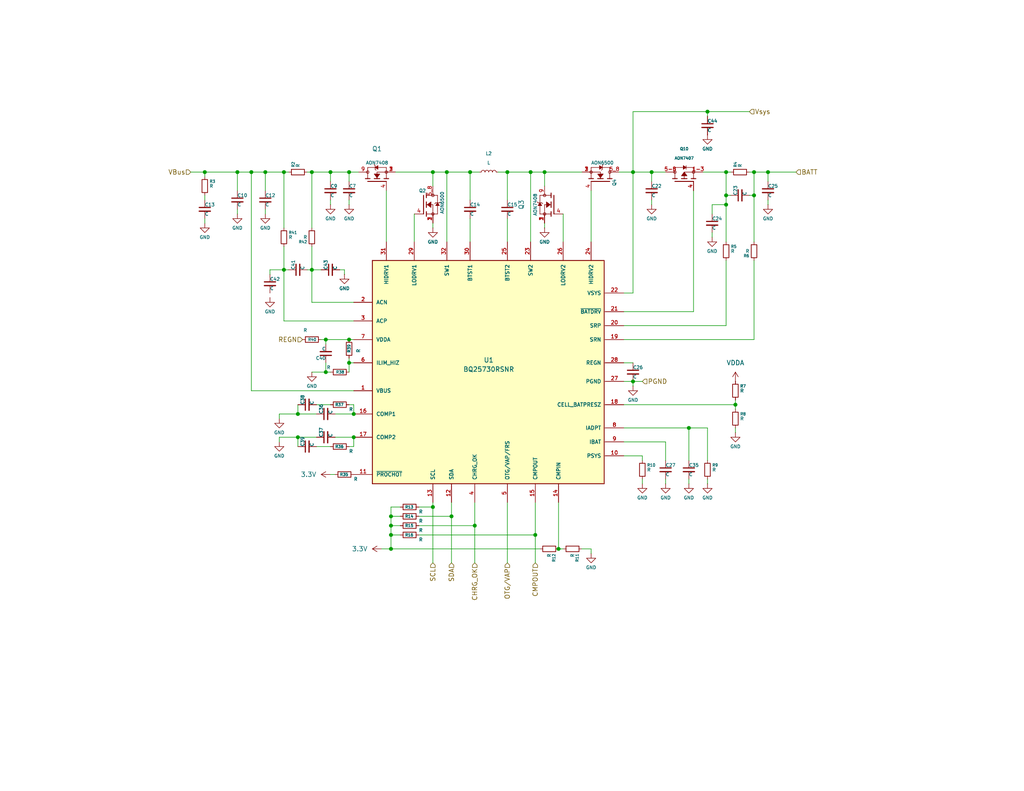
<source format=kicad_sch>
(kicad_sch
	(version 20250114)
	(generator "eeschema")
	(generator_version "9.0")
	(uuid "c79e3475-69f1-41a8-82e9-419b2cedaa3a")
	(paper "A")
	(title_block
		(title "Battery Management System")
		(date "2025-04-20")
		(rev "0.0.3")
		(company "Portland State University")
		(comment 1 "Fernando Custodio, Tyler Tran")
		(comment 2 "Daniel Anishchenko, Cuauhtemoc Gomez, Cody Reid")
		(comment 3 "Capstone - Team #6")
	)
	(lib_symbols
		(symbol "AON6500_1"
			(pin_names
				(offset 1.016)
			)
			(exclude_from_sim no)
			(in_bom yes)
			(on_board yes)
			(property "Reference" "Q"
				(at -8.89 2.54 0)
				(effects
					(font
						(size 1.27 1.27)
					)
					(justify left bottom)
				)
			)
			(property "Value" "AON6500"
				(at -8.89 -7.62 0)
				(effects
					(font
						(size 1.27 1.27)
					)
					(justify left bottom)
				)
			)
			(property "Footprint" "AON6500:TRANS_AON6500"
				(at 0 0 0)
				(effects
					(font
						(size 1.27 1.27)
					)
					(justify bottom)
					(hide yes)
				)
			)
			(property "Datasheet" ""
				(at 0 0 0)
				(effects
					(font
						(size 1.27 1.27)
					)
					(hide yes)
				)
			)
			(property "Description" ""
				(at 0 0 0)
				(effects
					(font
						(size 1.27 1.27)
					)
					(hide yes)
				)
			)
			(property "PARTREV" "F"
				(at 0 0 0)
				(effects
					(font
						(size 1.27 1.27)
					)
					(justify bottom)
					(hide yes)
				)
			)
			(property "MANUFACTURER" "Alpha and Omega"
				(at 0 0 0)
				(effects
					(font
						(size 1.27 1.27)
					)
					(justify bottom)
					(hide yes)
				)
			)
			(property "MAXIMUM_PACKAGE_HEIGHT" "1 mm"
				(at 0 0 0)
				(effects
					(font
						(size 1.27 1.27)
					)
					(justify bottom)
					(hide yes)
				)
			)
			(property "STANDARD" "Manufacturer Recommendations"
				(at 0 0 0)
				(effects
					(font
						(size 1.27 1.27)
					)
					(justify bottom)
					(hide yes)
				)
			)
			(symbol "AON6500_1_0_0"
				(polyline
					(pts
						(xy 0 2.54) (xy 0 -2.54)
					)
					(stroke
						(width 0.254)
						(type default)
					)
					(fill
						(type none)
					)
				)
				(polyline
					(pts
						(xy 0.762 3.175) (xy 0.762 2.54)
					)
					(stroke
						(width 0.254)
						(type default)
					)
					(fill
						(type none)
					)
				)
				(polyline
					(pts
						(xy 0.762 2.54) (xy 0.762 1.905)
					)
					(stroke
						(width 0.254)
						(type default)
					)
					(fill
						(type none)
					)
				)
				(polyline
					(pts
						(xy 0.762 2.54) (xy 3.81 2.54)
					)
					(stroke
						(width 0.1524)
						(type default)
					)
					(fill
						(type none)
					)
				)
				(polyline
					(pts
						(xy 0.762 0.762) (xy 0.762 0)
					)
					(stroke
						(width 0.254)
						(type default)
					)
					(fill
						(type none)
					)
				)
				(polyline
					(pts
						(xy 0.762 0) (xy 0.762 -0.762)
					)
					(stroke
						(width 0.254)
						(type default)
					)
					(fill
						(type none)
					)
				)
				(polyline
					(pts
						(xy 0.762 0) (xy 2.54 0)
					)
					(stroke
						(width 0.1524)
						(type default)
					)
					(fill
						(type none)
					)
				)
				(polyline
					(pts
						(xy 0.762 -1.905) (xy 0.762 -3.175)
					)
					(stroke
						(width 0.254)
						(type default)
					)
					(fill
						(type none)
					)
				)
				(polyline
					(pts
						(xy 1.016 0) (xy 2.032 0.762) (xy 2.032 -0.762) (xy 1.016 0)
					)
					(stroke
						(width 0.1524)
						(type default)
					)
					(fill
						(type outline)
					)
				)
				(circle
					(center 2.54 2.54)
					(radius 0.3592)
					(stroke
						(width 0)
						(type default)
					)
					(fill
						(type none)
					)
				)
				(polyline
					(pts
						(xy 2.54 0) (xy 2.54 -2.54)
					)
					(stroke
						(width 0.1524)
						(type default)
					)
					(fill
						(type none)
					)
				)
				(circle
					(center 2.54 -2.54)
					(radius 0.3592)
					(stroke
						(width 0)
						(type default)
					)
					(fill
						(type none)
					)
				)
				(polyline
					(pts
						(xy 3.302 0.508) (xy 3.048 0.254)
					)
					(stroke
						(width 0.1524)
						(type default)
					)
					(fill
						(type none)
					)
				)
				(polyline
					(pts
						(xy 3.81 2.54) (xy 3.81 0.508)
					)
					(stroke
						(width 0.1524)
						(type default)
					)
					(fill
						(type none)
					)
				)
				(polyline
					(pts
						(xy 3.81 0.508) (xy 3.302 0.508)
					)
					(stroke
						(width 0.1524)
						(type default)
					)
					(fill
						(type none)
					)
				)
				(polyline
					(pts
						(xy 3.81 0.508) (xy 3.81 -2.54)
					)
					(stroke
						(width 0.1524)
						(type default)
					)
					(fill
						(type none)
					)
				)
				(polyline
					(pts
						(xy 3.81 0.508) (xy 3.302 -0.254) (xy 4.318 -0.254) (xy 3.81 0.508)
					)
					(stroke
						(width 0.1524)
						(type default)
					)
					(fill
						(type outline)
					)
				)
				(polyline
					(pts
						(xy 3.81 -2.54) (xy 0.762 -2.54)
					)
					(stroke
						(width 0.1524)
						(type default)
					)
					(fill
						(type none)
					)
				)
				(polyline
					(pts
						(xy 4.318 0.508) (xy 3.81 0.508)
					)
					(stroke
						(width 0.1524)
						(type default)
					)
					(fill
						(type none)
					)
				)
				(polyline
					(pts
						(xy 4.572 0.762) (xy 4.318 0.508)
					)
					(stroke
						(width 0.1524)
						(type default)
					)
					(fill
						(type none)
					)
				)
				(pin passive line
					(at -2.54 -2.54 0)
					(length 2.54)
					(name "~"
						(effects
							(font
								(size 1.016 1.016)
							)
						)
					)
					(number "4"
						(effects
							(font
								(size 1.016 1.016)
							)
						)
					)
				)
				(pin passive line
					(at 2.54 5.08 270)
					(length 2.54)
					(name "~"
						(effects
							(font
								(size 1.016 1.016)
							)
						)
					)
					(number "5_8"
						(effects
							(font
								(size 1.016 1.016)
							)
						)
					)
				)
				(pin passive line
					(at 2.54 -5.08 90)
					(length 2.54)
					(name "~"
						(effects
							(font
								(size 1.016 1.016)
							)
						)
					)
					(number "1"
						(effects
							(font
								(size 1.016 1.016)
							)
						)
					)
				)
				(pin passive line
					(at 2.54 -5.08 90)
					(length 2.54)
					(name "~"
						(effects
							(font
								(size 1.016 1.016)
							)
						)
					)
					(number "2"
						(effects
							(font
								(size 1.016 1.016)
							)
						)
					)
				)
				(pin passive line
					(at 2.54 -5.08 90)
					(length 2.54)
					(name "~"
						(effects
							(font
								(size 1.016 1.016)
							)
						)
					)
					(number "3"
						(effects
							(font
								(size 1.016 1.016)
							)
						)
					)
				)
			)
			(embedded_fonts no)
		)
		(symbol "AON7407:AON7407"
			(pin_names
				(offset 1.016)
			)
			(exclude_from_sim no)
			(in_bom yes)
			(on_board yes)
			(property "Reference" "Q5"
				(at 8.89 0 90)
				(effects
					(font
						(size 1.27 1.27)
					)
				)
			)
			(property "Value" "AON7407"
				(at 6.35 0 90)
				(effects
					(font
						(size 1.27 1.27)
					)
				)
			)
			(property "Footprint" "AON7407:TRANS_AON7407"
				(at 0 0 0)
				(effects
					(font
						(size 1.27 1.27)
					)
					(justify bottom)
					(hide yes)
				)
			)
			(property "Datasheet" ""
				(at 0 0 0)
				(effects
					(font
						(size 1.27 1.27)
					)
					(hide yes)
				)
			)
			(property "Description" ""
				(at 0 0 0)
				(effects
					(font
						(size 1.27 1.27)
					)
					(hide yes)
				)
			)
			(property "MF" "Alpha & Omega Semiconductor"
				(at 0 0 0)
				(effects
					(font
						(size 1.27 1.27)
					)
					(justify bottom)
					(hide yes)
				)
			)
			(property "MAXIMUM_PACKAGE_HEIGHT" "0.9mm"
				(at 0 0 0)
				(effects
					(font
						(size 1.27 1.27)
					)
					(justify bottom)
					(hide yes)
				)
			)
			(property "Package" "DFN-8 Alpha &amp;"
				(at 0 0 0)
				(effects
					(font
						(size 1.27 1.27)
					)
					(justify bottom)
					(hide yes)
				)
			)
			(property "Price" "None"
				(at 0 0 0)
				(effects
					(font
						(size 1.27 1.27)
					)
					(justify bottom)
					(hide yes)
				)
			)
			(property "Check_prices" "https://www.snapeda.com/parts/AON7407/Alpha/view-part/?ref=eda"
				(at 0 0 0)
				(effects
					(font
						(size 1.27 1.27)
					)
					(justify bottom)
					(hide yes)
				)
			)
			(property "STANDARD" "Manufacturer Recommendations"
				(at 0 0 0)
				(effects
					(font
						(size 1.27 1.27)
					)
					(justify bottom)
					(hide yes)
				)
			)
			(property "PARTREV" "0"
				(at 0 0 0)
				(effects
					(font
						(size 1.27 1.27)
					)
					(justify bottom)
					(hide yes)
				)
			)
			(property "SnapEDA_Link" "https://www.snapeda.com/parts/AON7407/Alpha/view-part/?ref=snap"
				(at 0 0 0)
				(effects
					(font
						(size 1.27 1.27)
					)
					(justify bottom)
					(hide yes)
				)
			)
			(property "MP" "AON7407"
				(at 0 0 0)
				(effects
					(font
						(size 1.27 1.27)
					)
					(justify bottom)
					(hide yes)
				)
			)
			(property "Description_1" "P-Channel 20 V 14.5A (Ta), 40A (Tc) 3.1W (Ta), 29W (Tc) Surface Mount 8-DFN-EP (3x3)"
				(at 0 0 0)
				(effects
					(font
						(size 1.27 1.27)
					)
					(justify bottom)
					(hide yes)
				)
			)
			(property "Availability" "In Stock"
				(at 0 0 0)
				(effects
					(font
						(size 1.27 1.27)
					)
					(justify bottom)
					(hide yes)
				)
			)
			(property "MANUFACTURER" "Alpha Omega"
				(at 0 0 0)
				(effects
					(font
						(size 1.27 1.27)
					)
					(justify bottom)
					(hide yes)
				)
			)
			(symbol "AON7407_0_0"
				(polyline
					(pts
						(xy 0 -2.54) (xy 0 2.54)
					)
					(stroke
						(width 0.254)
						(type default)
					)
					(fill
						(type none)
					)
				)
				(polyline
					(pts
						(xy 0.762 2.54) (xy 0.762 3.175)
					)
					(stroke
						(width 0.254)
						(type default)
					)
					(fill
						(type none)
					)
				)
				(polyline
					(pts
						(xy 0.762 1.905) (xy 0.762 2.54)
					)
					(stroke
						(width 0.254)
						(type default)
					)
					(fill
						(type none)
					)
				)
				(polyline
					(pts
						(xy 0.762 0) (xy 0.762 0.762)
					)
					(stroke
						(width 0.254)
						(type default)
					)
					(fill
						(type none)
					)
				)
				(polyline
					(pts
						(xy 0.762 0) (xy 2.54 0)
					)
					(stroke
						(width 0.1524)
						(type default)
					)
					(fill
						(type none)
					)
				)
				(polyline
					(pts
						(xy 0.762 -0.762) (xy 0.762 0)
					)
					(stroke
						(width 0.254)
						(type default)
					)
					(fill
						(type none)
					)
				)
				(polyline
					(pts
						(xy 0.762 -2.54) (xy 0.762 -1.905)
					)
					(stroke
						(width 0.254)
						(type default)
					)
					(fill
						(type none)
					)
				)
				(polyline
					(pts
						(xy 0.762 -2.54) (xy 3.81 -2.54)
					)
					(stroke
						(width 0.1524)
						(type default)
					)
					(fill
						(type none)
					)
				)
				(polyline
					(pts
						(xy 0.762 -3.175) (xy 0.762 -2.54)
					)
					(stroke
						(width 0.254)
						(type default)
					)
					(fill
						(type none)
					)
				)
				(polyline
					(pts
						(xy 2.54 2.54) (xy 0.762 2.54)
					)
					(stroke
						(width 0.1524)
						(type default)
					)
					(fill
						(type none)
					)
				)
				(polyline
					(pts
						(xy 2.54 2.54) (xy 3.81 2.54)
					)
					(stroke
						(width 0.1524)
						(type default)
					)
					(fill
						(type none)
					)
				)
				(circle
					(center 2.54 2.54)
					(radius 0.3592)
					(stroke
						(width 0)
						(type default)
					)
					(fill
						(type none)
					)
				)
				(polyline
					(pts
						(xy 2.54 0) (xy 2.54 2.54)
					)
					(stroke
						(width 0.1524)
						(type default)
					)
					(fill
						(type none)
					)
				)
				(polyline
					(pts
						(xy 2.54 0) (xy 1.524 0.762) (xy 1.524 -0.762) (xy 2.54 0)
					)
					(stroke
						(width 0.1524)
						(type default)
					)
					(fill
						(type outline)
					)
				)
				(circle
					(center 2.54 -2.54)
					(radius 0.3592)
					(stroke
						(width 0)
						(type default)
					)
					(fill
						(type none)
					)
				)
				(polyline
					(pts
						(xy 3.302 0.508) (xy 3.81 0.508)
					)
					(stroke
						(width 0.1524)
						(type default)
					)
					(fill
						(type none)
					)
				)
				(polyline
					(pts
						(xy 3.81 0.508) (xy 3.81 2.54)
					)
					(stroke
						(width 0.1524)
						(type default)
					)
					(fill
						(type none)
					)
				)
				(polyline
					(pts
						(xy 3.81 0.508) (xy 4.318 0.508)
					)
					(stroke
						(width 0.1524)
						(type default)
					)
					(fill
						(type none)
					)
				)
				(polyline
					(pts
						(xy 3.81 0.508) (xy 4.318 -0.254) (xy 3.302 -0.254) (xy 3.81 0.508)
					)
					(stroke
						(width 0.1524)
						(type default)
					)
					(fill
						(type outline)
					)
				)
				(polyline
					(pts
						(xy 3.81 -2.54) (xy 3.81 0.508)
					)
					(stroke
						(width 0.1524)
						(type default)
					)
					(fill
						(type none)
					)
				)
				(pin passive line
					(at -2.54 2.54 0)
					(length 2.54)
					(name "~"
						(effects
							(font
								(size 1.016 1.016)
							)
						)
					)
					(number "4"
						(effects
							(font
								(size 1.016 1.016)
							)
						)
					)
				)
			)
			(symbol "AON7407_1_0"
				(pin passive line
					(at 2.54 5.08 270)
					(length 2.54)
					(name "~"
						(effects
							(font
								(size 1.016 1.016)
							)
						)
					)
					(number "1-3"
						(effects
							(font
								(size 1.016 1.016)
							)
						)
					)
				)
				(pin passive line
					(at 2.54 -5.08 90)
					(length 2.54)
					(name "~"
						(effects
							(font
								(size 1.016 1.016)
							)
						)
					)
					(number "5-8"
						(effects
							(font
								(size 1.016 1.016)
							)
						)
					)
				)
			)
			(embedded_fonts no)
		)
		(symbol "AON7408_1"
			(pin_names
				(offset 1.016)
			)
			(exclude_from_sim no)
			(in_bom yes)
			(on_board yes)
			(property "Reference" "Q"
				(at -8.89 2.54 0)
				(effects
					(font
						(size 1.27 1.27)
					)
					(justify left bottom)
				)
			)
			(property "Value" "AON7408"
				(at -8.89 -7.62 0)
				(effects
					(font
						(size 1.27 1.27)
					)
					(justify left bottom)
				)
			)
			(property "Footprint" "AON7408:TRANS_AON7408"
				(at 0 0 0)
				(effects
					(font
						(size 1.27 1.27)
					)
					(justify bottom)
					(hide yes)
				)
			)
			(property "Datasheet" ""
				(at 0 0 0)
				(effects
					(font
						(size 1.27 1.27)
					)
					(hide yes)
				)
			)
			(property "Description" ""
				(at 0 0 0)
				(effects
					(font
						(size 1.27 1.27)
					)
					(hide yes)
				)
			)
			(property "PARTREV" "G"
				(at 0 0 0)
				(effects
					(font
						(size 1.27 1.27)
					)
					(justify bottom)
					(hide yes)
				)
			)
			(property "STANDARD" "Manufacturer Recommendations"
				(at 0 0 0)
				(effects
					(font
						(size 1.27 1.27)
					)
					(justify bottom)
					(hide yes)
				)
			)
			(property "MAXIMUM_PACKAGE_HEIGHT" "0.90 mm"
				(at 0 0 0)
				(effects
					(font
						(size 1.27 1.27)
					)
					(justify bottom)
					(hide yes)
				)
			)
			(property "MANUFACTURER" "Alpha & Omega Semiconductor"
				(at 0 0 0)
				(effects
					(font
						(size 1.27 1.27)
					)
					(justify bottom)
					(hide yes)
				)
			)
			(symbol "AON7408_1_0_0"
				(polyline
					(pts
						(xy 0 2.54) (xy 0 -2.54)
					)
					(stroke
						(width 0.254)
						(type default)
					)
					(fill
						(type none)
					)
				)
				(polyline
					(pts
						(xy 0.762 3.175) (xy 0.762 2.54)
					)
					(stroke
						(width 0.254)
						(type default)
					)
					(fill
						(type none)
					)
				)
				(polyline
					(pts
						(xy 0.762 2.54) (xy 0.762 1.905)
					)
					(stroke
						(width 0.254)
						(type default)
					)
					(fill
						(type none)
					)
				)
				(polyline
					(pts
						(xy 0.762 2.54) (xy 3.81 2.54)
					)
					(stroke
						(width 0.1524)
						(type default)
					)
					(fill
						(type none)
					)
				)
				(polyline
					(pts
						(xy 0.762 0.762) (xy 0.762 0)
					)
					(stroke
						(width 0.254)
						(type default)
					)
					(fill
						(type none)
					)
				)
				(polyline
					(pts
						(xy 0.762 0) (xy 0.762 -0.762)
					)
					(stroke
						(width 0.254)
						(type default)
					)
					(fill
						(type none)
					)
				)
				(polyline
					(pts
						(xy 0.762 0) (xy 2.54 0)
					)
					(stroke
						(width 0.1524)
						(type default)
					)
					(fill
						(type none)
					)
				)
				(polyline
					(pts
						(xy 0.762 -1.905) (xy 0.762 -3.175)
					)
					(stroke
						(width 0.254)
						(type default)
					)
					(fill
						(type none)
					)
				)
				(polyline
					(pts
						(xy 1.016 0) (xy 2.032 0.762) (xy 2.032 -0.762) (xy 1.016 0)
					)
					(stroke
						(width 0.1524)
						(type default)
					)
					(fill
						(type outline)
					)
				)
				(circle
					(center 2.54 2.54)
					(radius 0.3592)
					(stroke
						(width 0)
						(type default)
					)
					(fill
						(type none)
					)
				)
				(polyline
					(pts
						(xy 2.54 0) (xy 2.54 -2.54)
					)
					(stroke
						(width 0.1524)
						(type default)
					)
					(fill
						(type none)
					)
				)
				(circle
					(center 2.54 -2.54)
					(radius 0.3592)
					(stroke
						(width 0)
						(type default)
					)
					(fill
						(type none)
					)
				)
				(polyline
					(pts
						(xy 3.302 0.508) (xy 3.048 0.254)
					)
					(stroke
						(width 0.1524)
						(type default)
					)
					(fill
						(type none)
					)
				)
				(polyline
					(pts
						(xy 3.81 2.54) (xy 3.81 0.508)
					)
					(stroke
						(width 0.1524)
						(type default)
					)
					(fill
						(type none)
					)
				)
				(polyline
					(pts
						(xy 3.81 0.508) (xy 3.302 0.508)
					)
					(stroke
						(width 0.1524)
						(type default)
					)
					(fill
						(type none)
					)
				)
				(polyline
					(pts
						(xy 3.81 0.508) (xy 3.81 -2.54)
					)
					(stroke
						(width 0.1524)
						(type default)
					)
					(fill
						(type none)
					)
				)
				(polyline
					(pts
						(xy 3.81 0.508) (xy 3.302 -0.254) (xy 4.318 -0.254) (xy 3.81 0.508)
					)
					(stroke
						(width 0.1524)
						(type default)
					)
					(fill
						(type outline)
					)
				)
				(polyline
					(pts
						(xy 3.81 -2.54) (xy 0.762 -2.54)
					)
					(stroke
						(width 0.1524)
						(type default)
					)
					(fill
						(type none)
					)
				)
				(polyline
					(pts
						(xy 4.318 0.508) (xy 3.81 0.508)
					)
					(stroke
						(width 0.1524)
						(type default)
					)
					(fill
						(type none)
					)
				)
				(polyline
					(pts
						(xy 4.572 0.762) (xy 4.318 0.508)
					)
					(stroke
						(width 0.1524)
						(type default)
					)
					(fill
						(type none)
					)
				)
				(pin passive line
					(at -2.54 -2.54 0)
					(length 2.54)
					(name "~"
						(effects
							(font
								(size 1.016 1.016)
							)
						)
					)
					(number "4"
						(effects
							(font
								(size 1.016 1.016)
							)
						)
					)
				)
				(pin passive line
					(at 2.54 5.08 270)
					(length 2.54)
					(name "~"
						(effects
							(font
								(size 1.016 1.016)
							)
						)
					)
					(number "9"
						(effects
							(font
								(size 1.016 1.016)
							)
						)
					)
				)
				(pin passive line
					(at 2.54 -5.08 90)
					(length 2.54)
					(name "~"
						(effects
							(font
								(size 1.016 1.016)
							)
						)
					)
					(number "1"
						(effects
							(font
								(size 1.016 1.016)
							)
						)
					)
				)
				(pin passive line
					(at 2.54 -5.08 90)
					(length 2.54)
					(name "~"
						(effects
							(font
								(size 1.016 1.016)
							)
						)
					)
					(number "2"
						(effects
							(font
								(size 1.016 1.016)
							)
						)
					)
				)
				(pin passive line
					(at 2.54 -5.08 90)
					(length 2.54)
					(name "~"
						(effects
							(font
								(size 1.016 1.016)
							)
						)
					)
					(number "3"
						(effects
							(font
								(size 1.016 1.016)
							)
						)
					)
				)
			)
			(embedded_fonts no)
		)
		(symbol "BQ25730RSNR_1"
			(pin_names
				(offset 1.016)
			)
			(exclude_from_sim no)
			(in_bom yes)
			(on_board yes)
			(property "Reference" "U1"
				(at 0 2.032 0)
				(effects
					(font
						(size 1.27 1.27)
					)
				)
			)
			(property "Value" "BQ25730RSNR"
				(at 0 -0.508 0)
				(effects
					(font
						(size 1.27 1.27)
					)
				)
			)
			(property "Footprint" "BQ25730RSNR:IC_BQ25730RSNR"
				(at 0 0 0)
				(effects
					(font
						(size 1.27 1.27)
					)
					(justify bottom)
					(hide yes)
				)
			)
			(property "Datasheet" ""
				(at 0 0 0)
				(effects
					(font
						(size 1.27 1.27)
					)
					(hide yes)
				)
			)
			(property "Description" ""
				(at 0 0 0)
				(effects
					(font
						(size 1.27 1.27)
					)
					(hide yes)
				)
			)
			(property "MF" "Texas Instruments"
				(at 0 0 0)
				(effects
					(font
						(size 1.27 1.27)
					)
					(justify bottom)
					(hide yes)
				)
			)
			(property "MAXIMUM_PACKAGE_HEIGHT" "0.8 mm"
				(at 0 0 0)
				(effects
					(font
						(size 1.27 1.27)
					)
					(justify bottom)
					(hide yes)
				)
			)
			(property "Package" "QFN-32 Texas Instruments"
				(at 0 0 0)
				(effects
					(font
						(size 1.27 1.27)
					)
					(justify bottom)
					(hide yes)
				)
			)
			(property "Price" "None"
				(at 0 0 0)
				(effects
					(font
						(size 1.27 1.27)
					)
					(justify bottom)
					(hide yes)
				)
			)
			(property "Check_prices" "https://www.snapeda.com/parts/BQ25730RSNR/Texas+Instruments/view-part/?ref=eda"
				(at 0 0 0)
				(effects
					(font
						(size 1.27 1.27)
					)
					(justify bottom)
					(hide yes)
				)
			)
			(property "STANDARD" "Manufacturer Recommendations"
				(at 0 0 0)
				(effects
					(font
						(size 1.27 1.27)
					)
					(justify bottom)
					(hide yes)
				)
			)
			(property "PARTREV" "February 2021"
				(at 0 0 0)
				(effects
					(font
						(size 1.27 1.27)
					)
					(justify bottom)
					(hide yes)
				)
			)
			(property "SnapEDA_Link" "https://www.snapeda.com/parts/BQ25730RSNR/Texas+Instruments/view-part/?ref=snap"
				(at 0 0 0)
				(effects
					(font
						(size 1.27 1.27)
					)
					(justify bottom)
					(hide yes)
				)
			)
			(property "MP" "BQ25730RSNR"
				(at 0 0 0)
				(effects
					(font
						(size 1.27 1.27)
					)
					(justify bottom)
					(hide yes)
				)
			)
			(property "Description_1" "I²C 1-5 cell NVDC buck-boost battery charge controller with power path and USB-C® PD OTG"
				(at 0 0 0)
				(effects
					(font
						(size 1.27 1.27)
					)
					(justify bottom)
					(hide yes)
				)
			)
			(property "MANUFACTURER" "Texas Instruments"
				(at 0 0 0)
				(effects
					(font
						(size 1.27 1.27)
					)
					(justify bottom)
					(hide yes)
				)
			)
			(property "Availability" "In Stock"
				(at 0 0 0)
				(effects
					(font
						(size 1.27 1.27)
					)
					(justify bottom)
					(hide yes)
				)
			)
			(property "SNAPEDA_PN" "BQ25730RSNR"
				(at 0 0 0)
				(effects
					(font
						(size 1.27 1.27)
					)
					(justify bottom)
					(hide yes)
				)
			)
			(symbol "BQ25730RSNR_1_0_0"
				(rectangle
					(start -31.75 29.21)
					(end 31.496 -31.75)
					(stroke
						(width 0.254)
						(type default)
					)
					(fill
						(type background)
					)
				)
				(pin input line
					(at -36.83 17.78 0)
					(length 5.08)
					(name "ACN"
						(effects
							(font
								(size 1.016 1.016)
							)
						)
					)
					(number "2"
						(effects
							(font
								(size 1.016 1.016)
							)
						)
					)
				)
				(pin input line
					(at -36.83 12.7 0)
					(length 5.08)
					(name "ACP"
						(effects
							(font
								(size 1.016 1.016)
							)
						)
					)
					(number "3"
						(effects
							(font
								(size 1.016 1.016)
							)
						)
					)
				)
				(pin power_in line
					(at -36.83 7.62 0)
					(length 5.08)
					(name "VDDA"
						(effects
							(font
								(size 1.016 1.016)
							)
						)
					)
					(number "7"
						(effects
							(font
								(size 1.016 1.016)
							)
						)
					)
				)
				(pin input line
					(at -36.83 1.27 0)
					(length 5.08)
					(name "ILIM_HIZ"
						(effects
							(font
								(size 1.016 1.016)
							)
						)
					)
					(number "6"
						(effects
							(font
								(size 1.016 1.016)
							)
						)
					)
				)
				(pin power_in line
					(at -36.83 -6.35 0)
					(length 5.08)
					(name "VBUS"
						(effects
							(font
								(size 1.016 1.016)
							)
						)
					)
					(number "1"
						(effects
							(font
								(size 1.016 1.016)
							)
						)
					)
				)
				(pin input line
					(at -36.83 -12.7 0)
					(length 5.08)
					(name "COMP1"
						(effects
							(font
								(size 1.016 1.016)
							)
						)
					)
					(number "16"
						(effects
							(font
								(size 1.016 1.016)
							)
						)
					)
				)
				(pin input line
					(at -36.83 -19.05 0)
					(length 5.08)
					(name "COMP2"
						(effects
							(font
								(size 1.016 1.016)
							)
						)
					)
					(number "17"
						(effects
							(font
								(size 1.016 1.016)
							)
						)
					)
				)
				(pin output line
					(at -36.83 -29.21 0)
					(length 5.08)
					(name "~{PROCHOT}"
						(effects
							(font
								(size 1.016 1.016)
							)
						)
					)
					(number "11"
						(effects
							(font
								(size 1.016 1.016)
							)
						)
					)
				)
				(pin output line
					(at -27.94 34.29 270)
					(length 5.08)
					(name "HIDRV1"
						(effects
							(font
								(size 1.016 1.016)
							)
						)
					)
					(number "31"
						(effects
							(font
								(size 1.016 1.016)
							)
						)
					)
				)
				(pin output line
					(at -20.32 34.29 270)
					(length 5.08)
					(name "LODRV1"
						(effects
							(font
								(size 1.016 1.016)
							)
						)
					)
					(number "29"
						(effects
							(font
								(size 1.016 1.016)
							)
						)
					)
				)
				(pin output line
					(at -11.43 34.29 270)
					(length 5.08)
					(name "SW1"
						(effects
							(font
								(size 1.016 1.016)
							)
						)
					)
					(number "32"
						(effects
							(font
								(size 1.016 1.016)
							)
						)
					)
				)
				(pin bidirectional line
					(at -10.16 -36.83 90)
					(length 5.08)
					(name "SDA"
						(effects
							(font
								(size 1.016 1.016)
							)
						)
					)
					(number "12"
						(effects
							(font
								(size 1.016 1.016)
							)
						)
					)
				)
				(pin power_in line
					(at -5.08 34.29 270)
					(length 5.08)
					(name "BTST1"
						(effects
							(font
								(size 1.016 1.016)
							)
						)
					)
					(number "30"
						(effects
							(font
								(size 1.016 1.016)
							)
						)
					)
				)
				(pin output line
					(at -3.81 -36.83 90)
					(length 5.08)
					(name "CHRG_OK"
						(effects
							(font
								(size 1.016 1.016)
							)
						)
					)
					(number "4"
						(effects
							(font
								(size 1.016 1.016)
							)
						)
					)
				)
				(pin power_in line
					(at 5.08 34.29 270)
					(length 5.08)
					(name "BTST2"
						(effects
							(font
								(size 1.016 1.016)
							)
						)
					)
					(number "25"
						(effects
							(font
								(size 1.016 1.016)
							)
						)
					)
				)
				(pin input line
					(at 5.08 -36.83 90)
					(length 5.08)
					(name "OTG/VAP/FRS"
						(effects
							(font
								(size 1.016 1.016)
							)
						)
					)
					(number "5"
						(effects
							(font
								(size 1.016 1.016)
							)
						)
					)
				)
				(pin output line
					(at 11.43 34.29 270)
					(length 5.08)
					(name "SW2"
						(effects
							(font
								(size 1.016 1.016)
							)
						)
					)
					(number "23"
						(effects
							(font
								(size 1.016 1.016)
							)
						)
					)
				)
				(pin output line
					(at 12.7 -36.83 90)
					(length 5.08)
					(name "CMPOUT"
						(effects
							(font
								(size 1.016 1.016)
							)
						)
					)
					(number "15"
						(effects
							(font
								(size 1.016 1.016)
							)
						)
					)
				)
				(pin input line
					(at 19.05 -36.83 90)
					(length 5.08)
					(name "CMPIN"
						(effects
							(font
								(size 1.016 1.016)
							)
						)
					)
					(number "14"
						(effects
							(font
								(size 1.016 1.016)
							)
						)
					)
				)
				(pin output line
					(at 20.32 34.29 270)
					(length 5.08)
					(name "LODRV2"
						(effects
							(font
								(size 1.016 1.016)
							)
						)
					)
					(number "26"
						(effects
							(font
								(size 1.016 1.016)
							)
						)
					)
				)
				(pin output line
					(at 27.94 34.29 270)
					(length 5.08)
					(name "HIDRV2"
						(effects
							(font
								(size 1.016 1.016)
							)
						)
					)
					(number "24"
						(effects
							(font
								(size 1.016 1.016)
							)
						)
					)
				)
				(pin power_in line
					(at 36.83 20.32 180)
					(length 5.08)
					(name "VSYS"
						(effects
							(font
								(size 1.016 1.016)
							)
						)
					)
					(number "22"
						(effects
							(font
								(size 1.016 1.016)
							)
						)
					)
				)
				(pin output line
					(at 36.83 15.24 180)
					(length 5.08)
					(name "~{BATDRV}"
						(effects
							(font
								(size 1.016 1.016)
							)
						)
					)
					(number "21"
						(effects
							(font
								(size 1.016 1.016)
							)
						)
					)
				)
				(pin input line
					(at 36.83 11.43 180)
					(length 5.08)
					(name "SRP"
						(effects
							(font
								(size 1.016 1.016)
							)
						)
					)
					(number "20"
						(effects
							(font
								(size 1.016 1.016)
							)
						)
					)
				)
				(pin input line
					(at 36.83 7.62 180)
					(length 5.08)
					(name "SRN"
						(effects
							(font
								(size 1.016 1.016)
							)
						)
					)
					(number "19"
						(effects
							(font
								(size 1.016 1.016)
							)
						)
					)
				)
				(pin output line
					(at 36.83 1.27 180)
					(length 5.08)
					(name "REGN"
						(effects
							(font
								(size 1.016 1.016)
							)
						)
					)
					(number "28"
						(effects
							(font
								(size 1.016 1.016)
							)
						)
					)
				)
				(pin power_in line
					(at 36.83 -3.81 180)
					(length 5.08)
					(name "PGND"
						(effects
							(font
								(size 1.016 1.016)
							)
						)
					)
					(number "27"
						(effects
							(font
								(size 1.016 1.016)
							)
						)
					)
				)
				(pin input line
					(at 36.83 -10.16 180)
					(length 5.08)
					(name "CELL_BATPRESZ"
						(effects
							(font
								(size 1.016 1.016)
							)
						)
					)
					(number "18"
						(effects
							(font
								(size 1.016 1.016)
							)
						)
					)
				)
				(pin output line
					(at 36.83 -16.51 180)
					(length 5.08)
					(name "IADPT"
						(effects
							(font
								(size 1.016 1.016)
							)
						)
					)
					(number "8"
						(effects
							(font
								(size 1.016 1.016)
							)
						)
					)
				)
				(pin output line
					(at 36.83 -20.32 180)
					(length 5.08)
					(name "IBAT"
						(effects
							(font
								(size 1.016 1.016)
							)
						)
					)
					(number "9"
						(effects
							(font
								(size 1.016 1.016)
							)
						)
					)
				)
				(pin output line
					(at 36.83 -24.13 180)
					(length 5.08)
					(name "PSYS"
						(effects
							(font
								(size 1.016 1.016)
							)
						)
					)
					(number "10"
						(effects
							(font
								(size 1.016 1.016)
							)
						)
					)
				)
			)
			(symbol "BQ25730RSNR_1_1_0"
				(pin bidirectional line
					(at -15.24 -36.83 90)
					(length 5.08)
					(name "SCL"
						(effects
							(font
								(size 1.016 1.016)
							)
						)
					)
					(number "13"
						(effects
							(font
								(size 1.016 1.016)
							)
						)
					)
				)
			)
			(embedded_fonts no)
		)
		(symbol "Device:C_Small"
			(pin_numbers
				(hide yes)
			)
			(pin_names
				(offset 0.254)
				(hide yes)
			)
			(exclude_from_sim no)
			(in_bom yes)
			(on_board yes)
			(property "Reference" "C"
				(at 0.254 1.778 0)
				(effects
					(font
						(size 1.27 1.27)
					)
					(justify left)
				)
			)
			(property "Value" "C_Small"
				(at 0.254 -2.032 0)
				(effects
					(font
						(size 1.27 1.27)
					)
					(justify left)
				)
			)
			(property "Footprint" ""
				(at 0 0 0)
				(effects
					(font
						(size 1.27 1.27)
					)
					(hide yes)
				)
			)
			(property "Datasheet" "~"
				(at 0 0 0)
				(effects
					(font
						(size 1.27 1.27)
					)
					(hide yes)
				)
			)
			(property "Description" "Unpolarized capacitor, small symbol"
				(at 0 0 0)
				(effects
					(font
						(size 1.27 1.27)
					)
					(hide yes)
				)
			)
			(property "ki_keywords" "capacitor cap"
				(at 0 0 0)
				(effects
					(font
						(size 1.27 1.27)
					)
					(hide yes)
				)
			)
			(property "ki_fp_filters" "C_*"
				(at 0 0 0)
				(effects
					(font
						(size 1.27 1.27)
					)
					(hide yes)
				)
			)
			(symbol "C_Small_0_1"
				(polyline
					(pts
						(xy -1.524 0.508) (xy 1.524 0.508)
					)
					(stroke
						(width 0.3048)
						(type default)
					)
					(fill
						(type none)
					)
				)
				(polyline
					(pts
						(xy -1.524 -0.508) (xy 1.524 -0.508)
					)
					(stroke
						(width 0.3302)
						(type default)
					)
					(fill
						(type none)
					)
				)
			)
			(symbol "C_Small_1_1"
				(pin passive line
					(at 0 2.54 270)
					(length 2.032)
					(name "~"
						(effects
							(font
								(size 1.27 1.27)
							)
						)
					)
					(number "1"
						(effects
							(font
								(size 1.27 1.27)
							)
						)
					)
				)
				(pin passive line
					(at 0 -2.54 90)
					(length 2.032)
					(name "~"
						(effects
							(font
								(size 1.27 1.27)
							)
						)
					)
					(number "2"
						(effects
							(font
								(size 1.27 1.27)
							)
						)
					)
				)
			)
			(embedded_fonts no)
		)
		(symbol "Device:L_Small"
			(pin_numbers
				(hide yes)
			)
			(pin_names
				(offset 0.254)
				(hide yes)
			)
			(exclude_from_sim no)
			(in_bom yes)
			(on_board yes)
			(property "Reference" "L"
				(at 0.762 1.016 0)
				(effects
					(font
						(size 1.27 1.27)
					)
					(justify left)
				)
			)
			(property "Value" "L_Small"
				(at 0.762 -1.016 0)
				(effects
					(font
						(size 1.27 1.27)
					)
					(justify left)
				)
			)
			(property "Footprint" ""
				(at 0 0 0)
				(effects
					(font
						(size 1.27 1.27)
					)
					(hide yes)
				)
			)
			(property "Datasheet" "~"
				(at 0 0 0)
				(effects
					(font
						(size 1.27 1.27)
					)
					(hide yes)
				)
			)
			(property "Description" "Inductor, small symbol"
				(at 0 0 0)
				(effects
					(font
						(size 1.27 1.27)
					)
					(hide yes)
				)
			)
			(property "ki_keywords" "inductor choke coil reactor magnetic"
				(at 0 0 0)
				(effects
					(font
						(size 1.27 1.27)
					)
					(hide yes)
				)
			)
			(property "ki_fp_filters" "Choke_* *Coil* Inductor_* L_*"
				(at 0 0 0)
				(effects
					(font
						(size 1.27 1.27)
					)
					(hide yes)
				)
			)
			(symbol "L_Small_0_1"
				(arc
					(start 0 2.032)
					(mid 0.5058 1.524)
					(end 0 1.016)
					(stroke
						(width 0)
						(type default)
					)
					(fill
						(type none)
					)
				)
				(arc
					(start 0 1.016)
					(mid 0.5058 0.508)
					(end 0 0)
					(stroke
						(width 0)
						(type default)
					)
					(fill
						(type none)
					)
				)
				(arc
					(start 0 0)
					(mid 0.5058 -0.508)
					(end 0 -1.016)
					(stroke
						(width 0)
						(type default)
					)
					(fill
						(type none)
					)
				)
				(arc
					(start 0 -1.016)
					(mid 0.5058 -1.524)
					(end 0 -2.032)
					(stroke
						(width 0)
						(type default)
					)
					(fill
						(type none)
					)
				)
			)
			(symbol "L_Small_1_1"
				(pin passive line
					(at 0 2.54 270)
					(length 0.508)
					(name "~"
						(effects
							(font
								(size 1.27 1.27)
							)
						)
					)
					(number "1"
						(effects
							(font
								(size 1.27 1.27)
							)
						)
					)
				)
				(pin passive line
					(at 0 -2.54 90)
					(length 0.508)
					(name "~"
						(effects
							(font
								(size 1.27 1.27)
							)
						)
					)
					(number "2"
						(effects
							(font
								(size 1.27 1.27)
							)
						)
					)
				)
			)
			(embedded_fonts no)
		)
		(symbol "Device:R_Small"
			(pin_numbers
				(hide yes)
			)
			(pin_names
				(offset 0.254)
				(hide yes)
			)
			(exclude_from_sim no)
			(in_bom yes)
			(on_board yes)
			(property "Reference" "R"
				(at 0 0 90)
				(effects
					(font
						(size 1.016 1.016)
					)
				)
			)
			(property "Value" "R_Small"
				(at 1.778 0 90)
				(effects
					(font
						(size 1.27 1.27)
					)
				)
			)
			(property "Footprint" ""
				(at 0 0 0)
				(effects
					(font
						(size 1.27 1.27)
					)
					(hide yes)
				)
			)
			(property "Datasheet" "~"
				(at 0 0 0)
				(effects
					(font
						(size 1.27 1.27)
					)
					(hide yes)
				)
			)
			(property "Description" "Resistor, small symbol"
				(at 0 0 0)
				(effects
					(font
						(size 1.27 1.27)
					)
					(hide yes)
				)
			)
			(property "ki_keywords" "R resistor"
				(at 0 0 0)
				(effects
					(font
						(size 1.27 1.27)
					)
					(hide yes)
				)
			)
			(property "ki_fp_filters" "R_*"
				(at 0 0 0)
				(effects
					(font
						(size 1.27 1.27)
					)
					(hide yes)
				)
			)
			(symbol "R_Small_0_1"
				(rectangle
					(start -0.762 1.778)
					(end 0.762 -1.778)
					(stroke
						(width 0.2032)
						(type default)
					)
					(fill
						(type none)
					)
				)
			)
			(symbol "R_Small_1_1"
				(pin passive line
					(at 0 2.54 270)
					(length 0.762)
					(name "~"
						(effects
							(font
								(size 1.27 1.27)
							)
						)
					)
					(number "1"
						(effects
							(font
								(size 1.27 1.27)
							)
						)
					)
				)
				(pin passive line
					(at 0 -2.54 90)
					(length 0.762)
					(name "~"
						(effects
							(font
								(size 1.27 1.27)
							)
						)
					)
					(number "2"
						(effects
							(font
								(size 1.27 1.27)
							)
						)
					)
				)
			)
			(embedded_fonts no)
		)
		(symbol "power:GND"
			(power)
			(pin_numbers
				(hide yes)
			)
			(pin_names
				(offset 0)
				(hide yes)
			)
			(exclude_from_sim no)
			(in_bom yes)
			(on_board yes)
			(property "Reference" "#PWR"
				(at 0 -6.35 0)
				(effects
					(font
						(size 1.27 1.27)
					)
					(hide yes)
				)
			)
			(property "Value" "GND"
				(at 0 -3.81 0)
				(effects
					(font
						(size 1.27 1.27)
					)
				)
			)
			(property "Footprint" ""
				(at 0 0 0)
				(effects
					(font
						(size 1.27 1.27)
					)
					(hide yes)
				)
			)
			(property "Datasheet" ""
				(at 0 0 0)
				(effects
					(font
						(size 1.27 1.27)
					)
					(hide yes)
				)
			)
			(property "Description" "Power symbol creates a global label with name \"GND\" , ground"
				(at 0 0 0)
				(effects
					(font
						(size 1.27 1.27)
					)
					(hide yes)
				)
			)
			(property "ki_keywords" "global power"
				(at 0 0 0)
				(effects
					(font
						(size 1.27 1.27)
					)
					(hide yes)
				)
			)
			(symbol "GND_0_1"
				(polyline
					(pts
						(xy 0 0) (xy 0 -1.27) (xy 1.27 -1.27) (xy 0 -2.54) (xy -1.27 -1.27) (xy 0 -1.27)
					)
					(stroke
						(width 0)
						(type default)
					)
					(fill
						(type none)
					)
				)
			)
			(symbol "GND_1_1"
				(pin power_in line
					(at 0 0 270)
					(length 0)
					(name "~"
						(effects
							(font
								(size 1.27 1.27)
							)
						)
					)
					(number "1"
						(effects
							(font
								(size 1.27 1.27)
							)
						)
					)
				)
			)
			(embedded_fonts no)
		)
		(symbol "power:VCC"
			(power)
			(pin_numbers
				(hide yes)
			)
			(pin_names
				(offset 0)
				(hide yes)
			)
			(exclude_from_sim no)
			(in_bom yes)
			(on_board yes)
			(property "Reference" "#PWR"
				(at 0 -3.81 0)
				(effects
					(font
						(size 1.27 1.27)
					)
					(hide yes)
				)
			)
			(property "Value" "VCC"
				(at 0 3.556 0)
				(effects
					(font
						(size 1.27 1.27)
					)
				)
			)
			(property "Footprint" ""
				(at 0 0 0)
				(effects
					(font
						(size 1.27 1.27)
					)
					(hide yes)
				)
			)
			(property "Datasheet" ""
				(at 0 0 0)
				(effects
					(font
						(size 1.27 1.27)
					)
					(hide yes)
				)
			)
			(property "Description" "Power symbol creates a global label with name \"VCC\""
				(at 0 0 0)
				(effects
					(font
						(size 1.27 1.27)
					)
					(hide yes)
				)
			)
			(property "ki_keywords" "global power"
				(at 0 0 0)
				(effects
					(font
						(size 1.27 1.27)
					)
					(hide yes)
				)
			)
			(symbol "VCC_0_1"
				(polyline
					(pts
						(xy -0.762 1.27) (xy 0 2.54)
					)
					(stroke
						(width 0)
						(type default)
					)
					(fill
						(type none)
					)
				)
				(polyline
					(pts
						(xy 0 2.54) (xy 0.762 1.27)
					)
					(stroke
						(width 0)
						(type default)
					)
					(fill
						(type none)
					)
				)
				(polyline
					(pts
						(xy 0 0) (xy 0 2.54)
					)
					(stroke
						(width 0)
						(type default)
					)
					(fill
						(type none)
					)
				)
			)
			(symbol "VCC_1_1"
				(pin power_in line
					(at 0 0 90)
					(length 0)
					(name "~"
						(effects
							(font
								(size 1.27 1.27)
							)
						)
					)
					(number "1"
						(effects
							(font
								(size 1.27 1.27)
							)
						)
					)
				)
			)
			(embedded_fonts no)
		)
	)
	(junction
		(at 55.88 46.99)
		(diameter 0)
		(color 0 0 0 0)
		(uuid "02c0ce5f-2252-485d-a3ee-f0610f201348")
	)
	(junction
		(at 106.68 146.05)
		(diameter 0)
		(color 0 0 0 0)
		(uuid "049a8d96-009e-4615-bb30-42fc57d5049e")
	)
	(junction
		(at 129.54 143.51)
		(diameter 0)
		(color 0 0 0 0)
		(uuid "06a1f60b-853a-4962-b6e4-5dfec63a42f2")
	)
	(junction
		(at 172.72 104.14)
		(diameter 0)
		(color 0 0 0 0)
		(uuid "0965a13e-b66b-4dfa-8929-bf38b666670d")
	)
	(junction
		(at 77.47 73.66)
		(diameter 0)
		(color 0 0 0 0)
		(uuid "0c7771cb-a9da-405e-be6b-bf14882f923b")
	)
	(junction
		(at 88.9 101.6)
		(diameter 0)
		(color 0 0 0 0)
		(uuid "12ba382f-86f4-4fdf-8067-71bd1a4fae43")
	)
	(junction
		(at 209.55 46.99)
		(diameter 0)
		(color 0 0 0 0)
		(uuid "16e24cef-d0c1-4a7b-8c91-0e70aa5c3337")
	)
	(junction
		(at 200.66 110.49)
		(diameter 0)
		(color 0 0 0 0)
		(uuid "210ea8b0-ec77-4fd9-ac26-c2a34c776f60")
	)
	(junction
		(at 106.68 140.97)
		(diameter 0)
		(color 0 0 0 0)
		(uuid "23e64a3a-c4cd-4f32-b7fb-b191651d0691")
	)
	(junction
		(at 152.4 149.86)
		(diameter 0)
		(color 0 0 0 0)
		(uuid "282201a3-bd1c-4891-9844-6bd320fedac1")
	)
	(junction
		(at 81.28 113.03)
		(diameter 0)
		(color 0 0 0 0)
		(uuid "39de0875-e92d-408c-9a2d-137e29897d10")
	)
	(junction
		(at 90.17 46.99)
		(diameter 0)
		(color 0 0 0 0)
		(uuid "4c6a8053-1265-4fad-92d7-5b2e00e65874")
	)
	(junction
		(at 193.04 30.48)
		(diameter 0)
		(color 0 0 0 0)
		(uuid "56d4d28a-b659-4501-9f2a-367060eb9312")
	)
	(junction
		(at 205.74 53.34)
		(diameter 0)
		(color 0 0 0 0)
		(uuid "587a0589-27bb-4ad9-8e66-dd0cdf229981")
	)
	(junction
		(at 148.59 46.99)
		(diameter 0)
		(color 0 0 0 0)
		(uuid "5ec9da08-1653-4037-a387-f27ba435125b")
	)
	(junction
		(at 118.11 46.99)
		(diameter 0)
		(color 0 0 0 0)
		(uuid "662afbdb-9c49-4c63-ae47-23fe11901814")
	)
	(junction
		(at 95.25 46.99)
		(diameter 0)
		(color 0 0 0 0)
		(uuid "680816e8-78d0-4618-a2e2-2e5c403a37b2")
	)
	(junction
		(at 68.58 46.99)
		(diameter 0)
		(color 0 0 0 0)
		(uuid "69535df0-93c3-4e79-b593-f5db3dee00c7")
	)
	(junction
		(at 123.19 140.97)
		(diameter 0)
		(color 0 0 0 0)
		(uuid "6f86b32b-9d8e-42f4-9981-e11be6c746fa")
	)
	(junction
		(at 85.09 46.99)
		(diameter 0)
		(color 0 0 0 0)
		(uuid "7060c4e5-7906-40c3-9a49-013e7c7a7603")
	)
	(junction
		(at 128.27 46.99)
		(diameter 0)
		(color 0 0 0 0)
		(uuid "7421d618-ac5c-4a5b-9d70-c51f27d4bc98")
	)
	(junction
		(at 77.47 46.99)
		(diameter 0)
		(color 0 0 0 0)
		(uuid "778f089f-fcfd-45d1-9872-4c74c5b40604")
	)
	(junction
		(at 72.39 46.99)
		(diameter 0)
		(color 0 0 0 0)
		(uuid "77ef578c-1f7f-455d-8958-ab2bf21b60f7")
	)
	(junction
		(at 205.74 46.99)
		(diameter 0)
		(color 0 0 0 0)
		(uuid "84085773-a867-4544-91db-ec6f06c11569")
	)
	(junction
		(at 95.25 99.06)
		(diameter 0)
		(color 0 0 0 0)
		(uuid "8a906c6d-16c4-48c2-af1a-7179303e5468")
	)
	(junction
		(at 96.52 119.38)
		(diameter 0)
		(color 0 0 0 0)
		(uuid "8b29f410-5e51-4bbf-a90c-bdc7a39c22dd")
	)
	(junction
		(at 81.28 119.38)
		(diameter 0)
		(color 0 0 0 0)
		(uuid "941c33e4-45f1-464e-aa1d-f061c2eed023")
	)
	(junction
		(at 64.77 46.99)
		(diameter 0)
		(color 0 0 0 0)
		(uuid "9a0bb68a-2404-41ee-a19c-9db533081027")
	)
	(junction
		(at 106.68 149.86)
		(diameter 0)
		(color 0 0 0 0)
		(uuid "9ceb590b-37ef-4240-8712-95e8d222539d")
	)
	(junction
		(at 144.78 46.99)
		(diameter 0)
		(color 0 0 0 0)
		(uuid "9ed3dcd4-6997-4db9-9e3b-421867bcae7b")
	)
	(junction
		(at 198.12 53.34)
		(diameter 0)
		(color 0 0 0 0)
		(uuid "9efd2fe3-40de-4b2e-b6f3-517d01e9eb8d")
	)
	(junction
		(at 96.52 113.03)
		(diameter 0)
		(color 0 0 0 0)
		(uuid "9f10701e-2b11-4c65-ad71-93d2ec9b3886")
	)
	(junction
		(at 198.12 46.99)
		(diameter 0)
		(color 0 0 0 0)
		(uuid "a7b36b68-e275-404b-beaa-9e2cc1a23e20")
	)
	(junction
		(at 138.43 46.99)
		(diameter 0)
		(color 0 0 0 0)
		(uuid "a92f4b06-1886-4c73-9684-30905df11fb3")
	)
	(junction
		(at 172.72 46.99)
		(diameter 0)
		(color 0 0 0 0)
		(uuid "ab8e0de5-dc30-47bf-9b69-ed0bf97abcc2")
	)
	(junction
		(at 118.11 138.43)
		(diameter 0)
		(color 0 0 0 0)
		(uuid "aec25ccb-47ba-4dca-9590-9aae47910a9d")
	)
	(junction
		(at 88.9 92.71)
		(diameter 0)
		(color 0 0 0 0)
		(uuid "d24a81de-979f-4762-9b53-ab8c5e9204e8")
	)
	(junction
		(at 177.8 46.99)
		(diameter 0)
		(color 0 0 0 0)
		(uuid "d93ae01d-bcea-4fb4-8f41-13e1548d9571")
	)
	(junction
		(at 121.92 46.99)
		(diameter 0)
		(color 0 0 0 0)
		(uuid "dbea65f2-187b-4728-a9ee-6a94734deb25")
	)
	(junction
		(at 85.09 73.66)
		(diameter 0)
		(color 0 0 0 0)
		(uuid "e2c76688-ee13-4d4e-b82e-e030dea56040")
	)
	(junction
		(at 95.25 92.71)
		(diameter 0)
		(color 0 0 0 0)
		(uuid "e713d233-8e19-4bd7-8d29-6ec9d06e3c3a")
	)
	(junction
		(at 106.68 143.51)
		(diameter 0)
		(color 0 0 0 0)
		(uuid "e908d55e-43bc-4a98-9dc5-93fc378e5295")
	)
	(junction
		(at 187.96 116.84)
		(diameter 0)
		(color 0 0 0 0)
		(uuid "f7735028-19d9-42df-9638-b85a97ba7af2")
	)
	(junction
		(at 198.12 55.88)
		(diameter 0)
		(color 0 0 0 0)
		(uuid "f8d99006-dfca-438e-8616-9a889a626acf")
	)
	(junction
		(at 146.05 146.05)
		(diameter 0)
		(color 0 0 0 0)
		(uuid "ff26f0e5-302c-44ba-8213-7df9115f9983")
	)
	(wire
		(pts
			(xy 148.59 60.96) (xy 148.59 62.23)
		)
		(stroke
			(width 0)
			(type default)
		)
		(uuid "007cd762-e410-4b13-8f14-9366e15954fc")
	)
	(wire
		(pts
			(xy 198.12 55.88) (xy 198.12 66.04)
		)
		(stroke
			(width 0)
			(type default)
		)
		(uuid "063d7304-8cf2-407e-b7c4-2c8fb19df0a6")
	)
	(wire
		(pts
			(xy 204.47 53.34) (xy 205.74 53.34)
		)
		(stroke
			(width 0)
			(type default)
		)
		(uuid "07626697-1e17-4fe8-ac2d-28a3bdb32759")
	)
	(wire
		(pts
			(xy 106.68 140.97) (xy 109.22 140.97)
		)
		(stroke
			(width 0)
			(type default)
		)
		(uuid "0b29436d-7966-4dc6-9df0-342010b40330")
	)
	(wire
		(pts
			(xy 205.74 46.99) (xy 209.55 46.99)
		)
		(stroke
			(width 0)
			(type default)
		)
		(uuid "0ba6233c-0f45-4fa7-b980-e0108b8cd65c")
	)
	(wire
		(pts
			(xy 209.55 46.99) (xy 217.17 46.99)
		)
		(stroke
			(width 0)
			(type default)
		)
		(uuid "0f0c1aa4-29bb-4313-b950-b2a26466d083")
	)
	(wire
		(pts
			(xy 194.31 63.5) (xy 194.31 64.77)
		)
		(stroke
			(width 0)
			(type default)
		)
		(uuid "0f7fb9c8-0386-4f1e-a9aa-d76b9604233e")
	)
	(wire
		(pts
			(xy 96.52 99.06) (xy 95.25 99.06)
		)
		(stroke
			(width 0)
			(type default)
		)
		(uuid "142e7c6c-627f-4e8c-bf36-425b93c4f9fb")
	)
	(wire
		(pts
			(xy 76.2 113.03) (xy 81.28 113.03)
		)
		(stroke
			(width 0)
			(type default)
		)
		(uuid "14f6621e-317a-482e-97f8-e5e9e1682e26")
	)
	(wire
		(pts
			(xy 205.74 53.34) (xy 205.74 66.04)
		)
		(stroke
			(width 0)
			(type default)
		)
		(uuid "152ddee1-8c9e-4991-94fb-7cc00449df58")
	)
	(wire
		(pts
			(xy 187.96 116.84) (xy 193.04 116.84)
		)
		(stroke
			(width 0)
			(type default)
		)
		(uuid "15cd2483-0628-447a-a6ac-401ae8f75065")
	)
	(wire
		(pts
			(xy 55.88 59.69) (xy 55.88 60.96)
		)
		(stroke
			(width 0)
			(type default)
		)
		(uuid "1648a9f7-c1f0-4c09-a602-b9f5410b598a")
	)
	(wire
		(pts
			(xy 86.36 121.92) (xy 90.17 121.92)
		)
		(stroke
			(width 0)
			(type default)
		)
		(uuid "17ba5d5f-f1df-4cd5-b813-f3a75e5d5296")
	)
	(wire
		(pts
			(xy 55.88 53.34) (xy 55.88 54.61)
		)
		(stroke
			(width 0)
			(type default)
		)
		(uuid "1982441a-7d0e-48b1-bbb8-1d755cc635b2")
	)
	(wire
		(pts
			(xy 114.3 143.51) (xy 129.54 143.51)
		)
		(stroke
			(width 0)
			(type default)
		)
		(uuid "1a9560f2-8cdf-4484-9288-3fd95d4bc0c2")
	)
	(wire
		(pts
			(xy 96.52 110.49) (xy 96.52 113.03)
		)
		(stroke
			(width 0)
			(type default)
		)
		(uuid "1c1ff736-8784-48e7-9512-e9bedb46263f")
	)
	(wire
		(pts
			(xy 106.68 143.51) (xy 109.22 143.51)
		)
		(stroke
			(width 0)
			(type default)
		)
		(uuid "1f0b7944-0ee6-4334-aecc-acc874314457")
	)
	(wire
		(pts
			(xy 129.54 143.51) (xy 129.54 153.67)
		)
		(stroke
			(width 0)
			(type default)
		)
		(uuid "22196fcc-c62b-4b94-804b-41e266a81a64")
	)
	(wire
		(pts
			(xy 104.14 149.86) (xy 106.68 149.86)
		)
		(stroke
			(width 0)
			(type default)
		)
		(uuid "22f7903a-b177-4c96-9ac7-1e9bacde7f65")
	)
	(wire
		(pts
			(xy 177.8 46.99) (xy 177.8 49.53)
		)
		(stroke
			(width 0)
			(type default)
		)
		(uuid "2352f72d-d3b5-4f08-93fa-593e2f673923")
	)
	(wire
		(pts
			(xy 68.58 46.99) (xy 72.39 46.99)
		)
		(stroke
			(width 0)
			(type default)
		)
		(uuid "23614ce7-d903-4376-9286-594e2444b44d")
	)
	(wire
		(pts
			(xy 52.07 46.99) (xy 55.88 46.99)
		)
		(stroke
			(width 0)
			(type default)
		)
		(uuid "23a5488c-4010-4022-8d6e-f06f9ae1c1b7")
	)
	(wire
		(pts
			(xy 90.17 46.99) (xy 95.25 46.99)
		)
		(stroke
			(width 0)
			(type default)
		)
		(uuid "260bd008-9d8e-43c7-9796-3ea97c4688a9")
	)
	(wire
		(pts
			(xy 181.61 120.65) (xy 181.61 125.73)
		)
		(stroke
			(width 0)
			(type default)
		)
		(uuid "2624ad02-5229-4faf-839a-2a29cf40446b")
	)
	(wire
		(pts
			(xy 121.92 46.99) (xy 121.92 66.04)
		)
		(stroke
			(width 0)
			(type default)
		)
		(uuid "263f2095-a8a9-4d87-9d30-ea94082794eb")
	)
	(wire
		(pts
			(xy 72.39 57.15) (xy 72.39 58.42)
		)
		(stroke
			(width 0)
			(type default)
		)
		(uuid "27184b3f-7357-4561-8ada-93349bf60441")
	)
	(wire
		(pts
			(xy 55.88 46.99) (xy 55.88 48.26)
		)
		(stroke
			(width 0)
			(type default)
		)
		(uuid "274b8070-3b14-4f6d-a453-10e48c8be5b7")
	)
	(wire
		(pts
			(xy 106.68 146.05) (xy 106.68 149.86)
		)
		(stroke
			(width 0)
			(type default)
		)
		(uuid "2bf8f82f-d62a-44aa-9018-12451ae3fcf7")
	)
	(wire
		(pts
			(xy 200.66 116.84) (xy 200.66 118.11)
		)
		(stroke
			(width 0)
			(type default)
		)
		(uuid "2c814ede-3efb-460f-897d-ef43af1dd650")
	)
	(wire
		(pts
			(xy 170.18 88.9) (xy 198.12 88.9)
		)
		(stroke
			(width 0)
			(type default)
		)
		(uuid "2ec6ec94-1854-41ab-acc0-87d884590514")
	)
	(wire
		(pts
			(xy 135.89 46.99) (xy 138.43 46.99)
		)
		(stroke
			(width 0)
			(type default)
		)
		(uuid "30498c27-02e6-4a40-ab3e-c6888673090c")
	)
	(wire
		(pts
			(xy 77.47 46.99) (xy 78.74 46.99)
		)
		(stroke
			(width 0)
			(type default)
		)
		(uuid "305effb8-979c-4941-ac8a-46fe86cd5ca6")
	)
	(wire
		(pts
			(xy 193.04 130.81) (xy 193.04 132.08)
		)
		(stroke
			(width 0)
			(type default)
		)
		(uuid "326d5a7d-b88d-4a29-9f2e-f34fd91bf941")
	)
	(wire
		(pts
			(xy 77.47 73.66) (xy 78.74 73.66)
		)
		(stroke
			(width 0)
			(type default)
		)
		(uuid "327e156a-a68c-414a-b124-c11b5722d0aa")
	)
	(wire
		(pts
			(xy 177.8 54.61) (xy 177.8 55.88)
		)
		(stroke
			(width 0)
			(type default)
		)
		(uuid "3291b61a-ad86-4e04-8f9e-4e5fefd039c2")
	)
	(wire
		(pts
			(xy 168.91 46.99) (xy 172.72 46.99)
		)
		(stroke
			(width 0)
			(type default)
		)
		(uuid "36190cbf-6485-4214-9b55-151b355bc5a9")
	)
	(wire
		(pts
			(xy 73.66 74.93) (xy 73.66 73.66)
		)
		(stroke
			(width 0)
			(type default)
		)
		(uuid "373411d1-78ed-46b4-9ecf-994b5d156573")
	)
	(wire
		(pts
			(xy 118.11 46.99) (xy 121.92 46.99)
		)
		(stroke
			(width 0)
			(type default)
		)
		(uuid "3743c763-cf48-4d1b-845d-98983b9e0b97")
	)
	(wire
		(pts
			(xy 123.19 140.97) (xy 123.19 153.67)
		)
		(stroke
			(width 0)
			(type default)
		)
		(uuid "3ce2a96e-27c6-45c7-9053-66d876725d66")
	)
	(wire
		(pts
			(xy 175.26 124.46) (xy 175.26 125.73)
		)
		(stroke
			(width 0)
			(type default)
		)
		(uuid "3d7c00d0-cd87-4ea4-b215-56393e4164c0")
	)
	(wire
		(pts
			(xy 118.11 138.43) (xy 118.11 153.67)
		)
		(stroke
			(width 0)
			(type default)
		)
		(uuid "3fd0b849-cb28-4f5f-9aad-35b362eaaf27")
	)
	(wire
		(pts
			(xy 88.9 101.6) (xy 90.17 101.6)
		)
		(stroke
			(width 0)
			(type default)
		)
		(uuid "40c3ae85-2fba-4bc1-87a7-5c71390f71ee")
	)
	(wire
		(pts
			(xy 189.23 52.07) (xy 189.23 85.09)
		)
		(stroke
			(width 0)
			(type default)
		)
		(uuid "43d1ffca-2c09-47d3-86e2-e7ca4a2b7b00")
	)
	(wire
		(pts
			(xy 172.72 104.14) (xy 175.26 104.14)
		)
		(stroke
			(width 0)
			(type default)
		)
		(uuid "466eb10e-542e-425f-9fd7-b7f2ea7766da")
	)
	(wire
		(pts
			(xy 96.52 106.68) (xy 68.58 106.68)
		)
		(stroke
			(width 0)
			(type default)
		)
		(uuid "46e81e47-c335-43c4-96e1-74df38d6bedf")
	)
	(wire
		(pts
			(xy 113.03 58.42) (xy 113.03 66.04)
		)
		(stroke
			(width 0)
			(type default)
		)
		(uuid "49ab805d-126d-462c-830f-665cffd29bb9")
	)
	(wire
		(pts
			(xy 95.25 121.92) (xy 96.52 121.92)
		)
		(stroke
			(width 0)
			(type default)
		)
		(uuid "49eeed9f-0614-432a-8617-4e10cecbc473")
	)
	(wire
		(pts
			(xy 91.44 129.54) (xy 90.17 129.54)
		)
		(stroke
			(width 0)
			(type default)
		)
		(uuid "4d541f6a-f6ed-4ced-b696-d1db5f9a807b")
	)
	(wire
		(pts
			(xy 146.05 137.16) (xy 146.05 146.05)
		)
		(stroke
			(width 0)
			(type default)
		)
		(uuid "4fb684e7-76ac-4f8c-9022-2ebadd854561")
	)
	(wire
		(pts
			(xy 205.74 92.71) (xy 205.74 71.12)
		)
		(stroke
			(width 0)
			(type default)
		)
		(uuid "509769f6-5123-4e29-b016-c290468e9272")
	)
	(wire
		(pts
			(xy 144.78 46.99) (xy 148.59 46.99)
		)
		(stroke
			(width 0)
			(type default)
		)
		(uuid "50c47930-f2f9-4da8-8b28-7009b0e69572")
	)
	(wire
		(pts
			(xy 77.47 67.31) (xy 77.47 73.66)
		)
		(stroke
			(width 0)
			(type default)
		)
		(uuid "51ea5c88-ec36-4b9f-90b1-f754dae8fc77")
	)
	(wire
		(pts
			(xy 95.25 99.06) (xy 95.25 101.6)
		)
		(stroke
			(width 0)
			(type default)
		)
		(uuid "51f9c743-eb7e-46ee-b9cb-ff7e1502a52d")
	)
	(wire
		(pts
			(xy 81.28 119.38) (xy 81.28 121.92)
		)
		(stroke
			(width 0)
			(type default)
		)
		(uuid "5257c4d6-dd8a-4387-bcb5-20f7d7cf314e")
	)
	(wire
		(pts
			(xy 90.17 46.99) (xy 90.17 49.53)
		)
		(stroke
			(width 0)
			(type default)
		)
		(uuid "52dee168-a84a-4a62-9118-9cc6b85356b9")
	)
	(wire
		(pts
			(xy 198.12 88.9) (xy 198.12 71.12)
		)
		(stroke
			(width 0)
			(type default)
		)
		(uuid "52eade88-736e-4fdc-aca8-d46e1f0f5807")
	)
	(wire
		(pts
			(xy 105.41 52.07) (xy 105.41 66.04)
		)
		(stroke
			(width 0)
			(type default)
		)
		(uuid "53456bc1-d3ac-4711-a45a-99dfb1d2a4a0")
	)
	(wire
		(pts
			(xy 194.31 58.42) (xy 194.31 55.88)
		)
		(stroke
			(width 0)
			(type default)
		)
		(uuid "5a0f872d-f6d0-4c67-8455-e23be1ee99f1")
	)
	(wire
		(pts
			(xy 204.47 46.99) (xy 205.74 46.99)
		)
		(stroke
			(width 0)
			(type default)
		)
		(uuid "5e796895-2f6f-478e-87a7-2d50417254ca")
	)
	(wire
		(pts
			(xy 106.68 140.97) (xy 106.68 143.51)
		)
		(stroke
			(width 0)
			(type default)
		)
		(uuid "5f5a41d2-c16c-4d75-a040-36a1e872f420")
	)
	(wire
		(pts
			(xy 158.75 149.86) (xy 161.29 149.86)
		)
		(stroke
			(width 0)
			(type default)
		)
		(uuid "602e3dac-a044-4bb3-ae26-4f93efd62d76")
	)
	(wire
		(pts
			(xy 148.59 46.99) (xy 158.75 46.99)
		)
		(stroke
			(width 0)
			(type default)
		)
		(uuid "6329bce0-99fe-468e-9876-a821c7a923bf")
	)
	(wire
		(pts
			(xy 123.19 137.16) (xy 123.19 140.97)
		)
		(stroke
			(width 0)
			(type default)
		)
		(uuid "63ee6d22-6d68-4888-8894-4faedf883d86")
	)
	(wire
		(pts
			(xy 93.98 74.93) (xy 93.98 73.66)
		)
		(stroke
			(width 0)
			(type default)
		)
		(uuid "651cf66a-dd7c-4679-8b42-de3ec5193e1e")
	)
	(wire
		(pts
			(xy 87.63 92.71) (xy 88.9 92.71)
		)
		(stroke
			(width 0)
			(type default)
		)
		(uuid "65e2ab19-42ed-4061-8106-fafe85460104")
	)
	(wire
		(pts
			(xy 138.43 46.99) (xy 144.78 46.99)
		)
		(stroke
			(width 0)
			(type default)
		)
		(uuid "6604179c-0029-4a42-a2cd-6459428b1a0d")
	)
	(wire
		(pts
			(xy 175.26 130.81) (xy 175.26 132.08)
		)
		(stroke
			(width 0)
			(type default)
		)
		(uuid "67b884b7-f1a2-49d3-8e7b-68367e25738a")
	)
	(wire
		(pts
			(xy 95.25 92.71) (xy 96.52 92.71)
		)
		(stroke
			(width 0)
			(type default)
		)
		(uuid "691502cb-55be-47a0-a27d-2ae5c516530d")
	)
	(wire
		(pts
			(xy 172.72 46.99) (xy 172.72 30.48)
		)
		(stroke
			(width 0)
			(type default)
		)
		(uuid "696d2085-e2fb-461f-924d-d656f95083a2")
	)
	(wire
		(pts
			(xy 88.9 92.71) (xy 95.25 92.71)
		)
		(stroke
			(width 0)
			(type default)
		)
		(uuid "69a716a7-c344-43cb-969e-5071d03aefc4")
	)
	(wire
		(pts
			(xy 198.12 53.34) (xy 198.12 46.99)
		)
		(stroke
			(width 0)
			(type default)
		)
		(uuid "6a1c5214-1d1a-4244-ac4c-8b735e5cc5f7")
	)
	(wire
		(pts
			(xy 187.96 116.84) (xy 187.96 125.73)
		)
		(stroke
			(width 0)
			(type default)
		)
		(uuid "6ab5e387-a1f1-40d7-80f5-b8c2ef17950c")
	)
	(wire
		(pts
			(xy 114.3 140.97) (xy 123.19 140.97)
		)
		(stroke
			(width 0)
			(type default)
		)
		(uuid "6ca388eb-97ea-48a2-bebd-f8a591dfb92d")
	)
	(wire
		(pts
			(xy 148.59 46.99) (xy 148.59 50.8)
		)
		(stroke
			(width 0)
			(type default)
		)
		(uuid "6db167e8-bdc7-4f6a-96db-a700a436dfa0")
	)
	(wire
		(pts
			(xy 170.18 120.65) (xy 181.61 120.65)
		)
		(stroke
			(width 0)
			(type default)
		)
		(uuid "6e7cef85-9876-4e88-8314-5256b48ba774")
	)
	(wire
		(pts
			(xy 209.55 54.61) (xy 209.55 55.88)
		)
		(stroke
			(width 0)
			(type default)
		)
		(uuid "70de67f6-0d43-4123-bd4b-67ac6441fa39")
	)
	(wire
		(pts
			(xy 161.29 149.86) (xy 161.29 151.13)
		)
		(stroke
			(width 0)
			(type default)
		)
		(uuid "733f362d-9941-4087-9295-6190e23f9ddb")
	)
	(wire
		(pts
			(xy 189.23 85.09) (xy 170.18 85.09)
		)
		(stroke
			(width 0)
			(type default)
		)
		(uuid "7395f152-044c-4fdd-af51-b6d28c7cf753")
	)
	(wire
		(pts
			(xy 198.12 46.99) (xy 199.39 46.99)
		)
		(stroke
			(width 0)
			(type default)
		)
		(uuid "743a348c-eedc-4a7b-ac7a-d18357fc4045")
	)
	(wire
		(pts
			(xy 85.09 67.31) (xy 85.09 73.66)
		)
		(stroke
			(width 0)
			(type default)
		)
		(uuid "7484138b-2225-4070-ae3a-28d605d9590f")
	)
	(wire
		(pts
			(xy 118.11 137.16) (xy 118.11 138.43)
		)
		(stroke
			(width 0)
			(type default)
		)
		(uuid "791c184c-14e9-49dc-afbf-4fec4d9d4908")
	)
	(wire
		(pts
			(xy 152.4 149.86) (xy 153.67 149.86)
		)
		(stroke
			(width 0)
			(type default)
		)
		(uuid "7ab82098-ff7f-42b5-b036-1e4fc7df4a52")
	)
	(wire
		(pts
			(xy 95.25 46.99) (xy 95.25 49.53)
		)
		(stroke
			(width 0)
			(type default)
		)
		(uuid "7c9bd1c7-731f-444f-8e33-8b0352b21d68")
	)
	(wire
		(pts
			(xy 95.25 97.79) (xy 95.25 99.06)
		)
		(stroke
			(width 0)
			(type default)
		)
		(uuid "7d1ded0c-1750-4d26-99d4-01a1b912d692")
	)
	(wire
		(pts
			(xy 138.43 46.99) (xy 138.43 54.61)
		)
		(stroke
			(width 0)
			(type default)
		)
		(uuid "7dfd69cd-6891-448f-a5b1-ca4875b1bf85")
	)
	(wire
		(pts
			(xy 200.66 109.22) (xy 200.66 110.49)
		)
		(stroke
			(width 0)
			(type default)
		)
		(uuid "7e8e40e0-4bf6-404b-86bb-ce4cd38120fa")
	)
	(wire
		(pts
			(xy 172.72 80.01) (xy 172.72 46.99)
		)
		(stroke
			(width 0)
			(type default)
		)
		(uuid "80718e08-232a-4544-b7a9-b66007efb79c")
	)
	(wire
		(pts
			(xy 138.43 59.69) (xy 138.43 66.04)
		)
		(stroke
			(width 0)
			(type default)
		)
		(uuid "8130fdef-3c9b-46c1-a764-8637074b3eef")
	)
	(wire
		(pts
			(xy 81.28 113.03) (xy 86.36 113.03)
		)
		(stroke
			(width 0)
			(type default)
		)
		(uuid "84cb09db-d805-4f28-b32c-f6471d021d17")
	)
	(wire
		(pts
			(xy 85.09 73.66) (xy 85.09 82.55)
		)
		(stroke
			(width 0)
			(type default)
		)
		(uuid "85f2feaf-9178-49e3-806e-5b5ccdc9bf07")
	)
	(wire
		(pts
			(xy 128.27 46.99) (xy 128.27 54.61)
		)
		(stroke
			(width 0)
			(type default)
		)
		(uuid "86bb8514-0a7a-4c77-a090-5f337c110f69")
	)
	(wire
		(pts
			(xy 85.09 73.66) (xy 87.63 73.66)
		)
		(stroke
			(width 0)
			(type default)
		)
		(uuid "8abb0eca-47c6-4410-ab3b-a71bacc4267f")
	)
	(wire
		(pts
			(xy 200.66 110.49) (xy 200.66 111.76)
		)
		(stroke
			(width 0)
			(type default)
		)
		(uuid "8af0a0e6-ba93-4160-90eb-48cbced3398e")
	)
	(wire
		(pts
			(xy 85.09 82.55) (xy 96.52 82.55)
		)
		(stroke
			(width 0)
			(type default)
		)
		(uuid "8e5680de-655d-4c56-9231-530ab189421a")
	)
	(wire
		(pts
			(xy 170.18 80.01) (xy 172.72 80.01)
		)
		(stroke
			(width 0)
			(type default)
		)
		(uuid "9159c2ed-8297-42fa-9da6-b0c9d4599a5e")
	)
	(wire
		(pts
			(xy 85.09 46.99) (xy 85.09 62.23)
		)
		(stroke
			(width 0)
			(type default)
		)
		(uuid "93348794-2457-40ed-80c5-e52a7fad961a")
	)
	(wire
		(pts
			(xy 77.47 87.63) (xy 96.52 87.63)
		)
		(stroke
			(width 0)
			(type default)
		)
		(uuid "9435d5f4-789f-4564-8928-98219e4d1dcc")
	)
	(wire
		(pts
			(xy 83.82 73.66) (xy 85.09 73.66)
		)
		(stroke
			(width 0)
			(type default)
		)
		(uuid "97339b9d-b080-4297-a4b9-6326f62aa341")
	)
	(wire
		(pts
			(xy 121.92 46.99) (xy 128.27 46.99)
		)
		(stroke
			(width 0)
			(type default)
		)
		(uuid "98316dbc-ff74-49f6-a582-d2a8bdff25e3")
	)
	(wire
		(pts
			(xy 106.68 146.05) (xy 109.22 146.05)
		)
		(stroke
			(width 0)
			(type default)
		)
		(uuid "986652fa-cc54-45f5-9583-b5d7f2918a74")
	)
	(wire
		(pts
			(xy 118.11 60.96) (xy 118.11 62.23)
		)
		(stroke
			(width 0)
			(type default)
		)
		(uuid "996fde31-f627-43fc-b066-488158e1059e")
	)
	(wire
		(pts
			(xy 77.47 62.23) (xy 77.47 46.99)
		)
		(stroke
			(width 0)
			(type default)
		)
		(uuid "9b33cc74-3d6f-49b8-8674-783ac0016275")
	)
	(wire
		(pts
			(xy 85.09 46.99) (xy 90.17 46.99)
		)
		(stroke
			(width 0)
			(type default)
		)
		(uuid "9d57e394-1a4f-4584-8b01-b5c5622142d1")
	)
	(wire
		(pts
			(xy 170.18 124.46) (xy 175.26 124.46)
		)
		(stroke
			(width 0)
			(type default)
		)
		(uuid "9e4abca5-ce83-4908-806c-0088c77a6c8b")
	)
	(wire
		(pts
			(xy 118.11 46.99) (xy 118.11 50.8)
		)
		(stroke
			(width 0)
			(type default)
		)
		(uuid "9e77d584-6805-46ca-a7c2-1abb44ca30e7")
	)
	(wire
		(pts
			(xy 91.44 113.03) (xy 96.52 113.03)
		)
		(stroke
			(width 0)
			(type default)
		)
		(uuid "9f1f1ade-0876-41bd-a4e4-4bebc3ad1531")
	)
	(wire
		(pts
			(xy 95.25 110.49) (xy 96.52 110.49)
		)
		(stroke
			(width 0)
			(type default)
		)
		(uuid "a061646c-d047-4602-b385-d34bfa785f24")
	)
	(wire
		(pts
			(xy 170.18 92.71) (xy 205.74 92.71)
		)
		(stroke
			(width 0)
			(type default)
		)
		(uuid "a0864e88-ad37-4903-a725-8dacb7e57ea9")
	)
	(wire
		(pts
			(xy 77.47 73.66) (xy 77.47 87.63)
		)
		(stroke
			(width 0)
			(type default)
		)
		(uuid "a10b98ae-75f3-45b8-b8dc-d69bb6f573ea")
	)
	(wire
		(pts
			(xy 193.04 31.75) (xy 193.04 30.48)
		)
		(stroke
			(width 0)
			(type default)
		)
		(uuid "a328b358-f988-4a70-88f0-313575b86654")
	)
	(wire
		(pts
			(xy 81.28 110.49) (xy 81.28 113.03)
		)
		(stroke
			(width 0)
			(type default)
		)
		(uuid "aa936e70-35d8-4e14-99c0-95abb2ee7c70")
	)
	(wire
		(pts
			(xy 96.52 119.38) (xy 96.52 121.92)
		)
		(stroke
			(width 0)
			(type default)
		)
		(uuid "ab95c2b1-6ac4-47cf-8a7c-4cefbe4ae540")
	)
	(wire
		(pts
			(xy 106.68 143.51) (xy 106.68 146.05)
		)
		(stroke
			(width 0)
			(type default)
		)
		(uuid "ac0fb942-f841-48a8-82d3-8f36a84e7fac")
	)
	(wire
		(pts
			(xy 68.58 106.68) (xy 68.58 46.99)
		)
		(stroke
			(width 0)
			(type default)
		)
		(uuid "ac3a1512-9b95-4419-8327-6b0b7320acca")
	)
	(wire
		(pts
			(xy 138.43 137.16) (xy 138.43 153.67)
		)
		(stroke
			(width 0)
			(type default)
		)
		(uuid "b35c41e6-11ad-4d99-9d96-53ae65d7b6ec")
	)
	(wire
		(pts
			(xy 153.67 58.42) (xy 153.67 66.04)
		)
		(stroke
			(width 0)
			(type default)
		)
		(uuid "b77cf857-daff-4c07-9c6f-fa5ca16a1b18")
	)
	(wire
		(pts
			(xy 170.18 116.84) (xy 187.96 116.84)
		)
		(stroke
			(width 0)
			(type default)
		)
		(uuid "bab99d2b-050b-4625-875c-5cc9361b8e6e")
	)
	(wire
		(pts
			(xy 161.29 52.07) (xy 161.29 66.04)
		)
		(stroke
			(width 0)
			(type default)
		)
		(uuid "bac0f658-8093-43bb-9fe4-f6e0ec716aa1")
	)
	(wire
		(pts
			(xy 209.55 46.99) (xy 209.55 49.53)
		)
		(stroke
			(width 0)
			(type default)
		)
		(uuid "bcb33c67-20e7-44c4-b664-96887572675e")
	)
	(wire
		(pts
			(xy 88.9 92.71) (xy 88.9 93.98)
		)
		(stroke
			(width 0)
			(type default)
		)
		(uuid "beb591b3-a4aa-409c-87ca-15283a201a05")
	)
	(wire
		(pts
			(xy 146.05 146.05) (xy 146.05 153.67)
		)
		(stroke
			(width 0)
			(type default)
		)
		(uuid "c1444fcf-e93c-481d-9fd5-1e1a3d71e69f")
	)
	(wire
		(pts
			(xy 194.31 55.88) (xy 198.12 55.88)
		)
		(stroke
			(width 0)
			(type default)
		)
		(uuid "c1c96db2-00f7-4af9-a964-2f24578ca429")
	)
	(wire
		(pts
			(xy 114.3 138.43) (xy 118.11 138.43)
		)
		(stroke
			(width 0)
			(type default)
		)
		(uuid "c39a4020-f8ba-4d64-9f06-78d1c4ecd6c9")
	)
	(wire
		(pts
			(xy 170.18 99.06) (xy 172.72 99.06)
		)
		(stroke
			(width 0)
			(type default)
		)
		(uuid "c4bbb9c8-d9b6-486b-9e9e-5633db958048")
	)
	(wire
		(pts
			(xy 64.77 46.99) (xy 68.58 46.99)
		)
		(stroke
			(width 0)
			(type default)
		)
		(uuid "c837e722-5e21-4681-81d8-56dee29153c6")
	)
	(wire
		(pts
			(xy 198.12 53.34) (xy 198.12 55.88)
		)
		(stroke
			(width 0)
			(type default)
		)
		(uuid "c85978be-7a85-4679-9423-305a6e9ecf7f")
	)
	(wire
		(pts
			(xy 64.77 46.99) (xy 64.77 52.07)
		)
		(stroke
			(width 0)
			(type default)
		)
		(uuid "c88a9f06-b815-401f-ae59-3f3c0c3a64c9")
	)
	(wire
		(pts
			(xy 95.25 46.99) (xy 97.79 46.99)
		)
		(stroke
			(width 0)
			(type default)
		)
		(uuid "ca544aec-08cd-4d54-8658-76ddf839249e")
	)
	(wire
		(pts
			(xy 144.78 46.99) (xy 144.78 66.04)
		)
		(stroke
			(width 0)
			(type default)
		)
		(uuid "ca77ff8b-0a9a-4cd7-8832-af8c79968ef5")
	)
	(wire
		(pts
			(xy 170.18 104.14) (xy 172.72 104.14)
		)
		(stroke
			(width 0)
			(type default)
		)
		(uuid "cc2fb15c-a65e-4f2d-a004-31e97057a42b")
	)
	(wire
		(pts
			(xy 177.8 46.99) (xy 181.61 46.99)
		)
		(stroke
			(width 0)
			(type default)
		)
		(uuid "ccfaabe6-dd98-4890-988d-b2e461640438")
	)
	(wire
		(pts
			(xy 172.72 46.99) (xy 177.8 46.99)
		)
		(stroke
			(width 0)
			(type default)
		)
		(uuid "cdb0ce06-0df3-4520-b7ce-ed0a1355a942")
	)
	(wire
		(pts
			(xy 109.22 138.43) (xy 106.68 138.43)
		)
		(stroke
			(width 0)
			(type default)
		)
		(uuid "ce11007b-45f3-47dc-9b84-7f56fceb5d7a")
	)
	(wire
		(pts
			(xy 76.2 120.65) (xy 76.2 119.38)
		)
		(stroke
			(width 0)
			(type default)
		)
		(uuid "ceb5f4fe-dd3c-4136-a5b8-dd5f0ee116a5")
	)
	(wire
		(pts
			(xy 64.77 57.15) (xy 64.77 58.42)
		)
		(stroke
			(width 0)
			(type default)
		)
		(uuid "cfc1327c-db53-4db9-a196-97d390a228ca")
	)
	(wire
		(pts
			(xy 193.04 116.84) (xy 193.04 125.73)
		)
		(stroke
			(width 0)
			(type default)
		)
		(uuid "d0340a65-b554-4157-8738-b08dcce10ec6")
	)
	(wire
		(pts
			(xy 128.27 59.69) (xy 128.27 66.04)
		)
		(stroke
			(width 0)
			(type default)
		)
		(uuid "d089a761-3f32-4164-b190-b4dba7fc8084")
	)
	(wire
		(pts
			(xy 83.82 46.99) (xy 85.09 46.99)
		)
		(stroke
			(width 0)
			(type default)
		)
		(uuid "d2e298ee-1049-48d9-ba41-098c5f37cb91")
	)
	(wire
		(pts
			(xy 72.39 46.99) (xy 72.39 52.07)
		)
		(stroke
			(width 0)
			(type default)
		)
		(uuid "d5dbe768-8038-4437-9617-526f81e512ef")
	)
	(wire
		(pts
			(xy 88.9 99.06) (xy 88.9 101.6)
		)
		(stroke
			(width 0)
			(type default)
		)
		(uuid "d933e548-25ae-4dbb-8aec-ce5807c4b08d")
	)
	(wire
		(pts
			(xy 72.39 46.99) (xy 77.47 46.99)
		)
		(stroke
			(width 0)
			(type default)
		)
		(uuid "dbf75299-f84e-419f-942e-3b92dbc9216e")
	)
	(wire
		(pts
			(xy 114.3 146.05) (xy 146.05 146.05)
		)
		(stroke
			(width 0)
			(type default)
		)
		(uuid "dc554ba4-cebd-48b5-bbb3-f3021725702c")
	)
	(wire
		(pts
			(xy 106.68 149.86) (xy 147.32 149.86)
		)
		(stroke
			(width 0)
			(type default)
		)
		(uuid "deea9a2e-b17c-4480-b031-e2365aeca8f3")
	)
	(wire
		(pts
			(xy 205.74 53.34) (xy 205.74 46.99)
		)
		(stroke
			(width 0)
			(type default)
		)
		(uuid "e04f7b86-9b93-4607-b779-350a1f280979")
	)
	(wire
		(pts
			(xy 172.72 104.14) (xy 172.72 105.41)
		)
		(stroke
			(width 0)
			(type default)
		)
		(uuid "e1f8eb42-476b-4eb8-b804-8f26b6a5d109")
	)
	(wire
		(pts
			(xy 199.39 53.34) (xy 198.12 53.34)
		)
		(stroke
			(width 0)
			(type default)
		)
		(uuid "e22a5c28-06f1-4a9d-b394-eb02c7ed5f6c")
	)
	(wire
		(pts
			(xy 128.27 46.99) (xy 130.81 46.99)
		)
		(stroke
			(width 0)
			(type default)
		)
		(uuid "e4ead60e-9ff1-4a94-b119-251db1b7ea38")
	)
	(wire
		(pts
			(xy 170.18 110.49) (xy 200.66 110.49)
		)
		(stroke
			(width 0)
			(type default)
		)
		(uuid "e5e7a88f-e814-40e8-9f8a-ad21d7816182")
	)
	(wire
		(pts
			(xy 193.04 30.48) (xy 204.47 30.48)
		)
		(stroke
			(width 0)
			(type default)
		)
		(uuid "e958a577-932e-4b9e-8bc9-eeb9601352fd")
	)
	(wire
		(pts
			(xy 76.2 114.3) (xy 76.2 113.03)
		)
		(stroke
			(width 0)
			(type default)
		)
		(uuid "e96cca5a-acc6-482b-bbc4-f8336f86d3ec")
	)
	(wire
		(pts
			(xy 107.95 46.99) (xy 118.11 46.99)
		)
		(stroke
			(width 0)
			(type default)
		)
		(uuid "eb516387-f9fe-4221-95e1-5323943ea660")
	)
	(wire
		(pts
			(xy 152.4 137.16) (xy 152.4 149.86)
		)
		(stroke
			(width 0)
			(type default)
		)
		(uuid "ed146bc7-5a0a-4e55-8f3a-320abd7aa7ca")
	)
	(wire
		(pts
			(xy 91.44 119.38) (xy 96.52 119.38)
		)
		(stroke
			(width 0)
			(type default)
		)
		(uuid "ef1ea528-8e03-4b55-913d-8653babaf3d1")
	)
	(wire
		(pts
			(xy 55.88 46.99) (xy 64.77 46.99)
		)
		(stroke
			(width 0)
			(type default)
		)
		(uuid "ef31fb86-bacb-4794-8c7c-e9ede83e7b00")
	)
	(wire
		(pts
			(xy 181.61 130.81) (xy 181.61 132.08)
		)
		(stroke
			(width 0)
			(type default)
		)
		(uuid "f04a87fa-1a03-4e9d-8c62-a3d5ffd68962")
	)
	(wire
		(pts
			(xy 86.36 110.49) (xy 90.17 110.49)
		)
		(stroke
			(width 0)
			(type default)
		)
		(uuid "f062c0ff-d942-44e6-a388-e14277aeeb73")
	)
	(wire
		(pts
			(xy 90.17 54.61) (xy 90.17 55.88)
		)
		(stroke
			(width 0)
			(type default)
		)
		(uuid "f18dbd9b-01d4-40b9-936a-8291c310b2c4")
	)
	(wire
		(pts
			(xy 187.96 130.81) (xy 187.96 132.08)
		)
		(stroke
			(width 0)
			(type default)
		)
		(uuid "f1e380df-60b8-45ee-9676-f648c31498b3")
	)
	(wire
		(pts
			(xy 73.66 73.66) (xy 77.47 73.66)
		)
		(stroke
			(width 0)
			(type default)
		)
		(uuid "f436ed97-1eaa-46c7-bd8c-c1720c21fe52")
	)
	(wire
		(pts
			(xy 129.54 137.16) (xy 129.54 143.51)
		)
		(stroke
			(width 0)
			(type default)
		)
		(uuid "f644ddb7-826c-4147-ad84-aecda9026c6e")
	)
	(wire
		(pts
			(xy 85.09 101.6) (xy 88.9 101.6)
		)
		(stroke
			(width 0)
			(type default)
		)
		(uuid "f6c07d1a-2ded-4103-ae29-6de16a8a402f")
	)
	(wire
		(pts
			(xy 191.77 46.99) (xy 198.12 46.99)
		)
		(stroke
			(width 0)
			(type default)
		)
		(uuid "f806f8e1-4f40-4b46-ac98-60b8ac871a8f")
	)
	(wire
		(pts
			(xy 93.98 73.66) (xy 92.71 73.66)
		)
		(stroke
			(width 0)
			(type default)
		)
		(uuid "f85550db-d985-445b-8542-c7bfb7142913")
	)
	(wire
		(pts
			(xy 81.28 119.38) (xy 86.36 119.38)
		)
		(stroke
			(width 0)
			(type default)
		)
		(uuid "f86bff1e-bf93-49cc-a0db-3e7a0af8e668")
	)
	(wire
		(pts
			(xy 95.25 54.61) (xy 95.25 55.88)
		)
		(stroke
			(width 0)
			(type default)
		)
		(uuid "f9e1a778-4de6-4e41-b91d-d5827fa00e9f")
	)
	(wire
		(pts
			(xy 106.68 138.43) (xy 106.68 140.97)
		)
		(stroke
			(width 0)
			(type default)
		)
		(uuid "fb9c631a-2205-4c12-849c-8561bbcf3218")
	)
	(wire
		(pts
			(xy 172.72 30.48) (xy 193.04 30.48)
		)
		(stroke
			(width 0)
			(type default)
		)
		(uuid "fd80d9f5-93eb-4471-a115-d2ddd2747c2a")
	)
	(wire
		(pts
			(xy 76.2 119.38) (xy 81.28 119.38)
		)
		(stroke
			(width 0)
			(type default)
		)
		(uuid "fe0e411f-4bd4-4b4a-93be-18a095f58187")
	)
	(hierarchical_label "BATT"
		(shape input)
		(at 217.17 46.99 0)
		(effects
			(font
				(size 1.27 1.27)
			)
			(justify left)
		)
		(uuid "1cb90ffa-b993-412f-a4fd-db2adbe0e323")
	)
	(hierarchical_label "REGN"
		(shape input)
		(at 82.55 92.71 180)
		(effects
			(font
				(size 1.27 1.27)
			)
			(justify right)
		)
		(uuid "41d49fd1-93b6-4f8b-b4d9-321e2548524c")
	)
	(hierarchical_label "CMPOUT"
		(shape input)
		(at 146.05 153.67 270)
		(effects
			(font
				(size 1.27 1.27)
			)
			(justify right)
		)
		(uuid "4411acf0-4974-488c-af61-dd52143e1ee4")
	)
	(hierarchical_label "PGND"
		(shape input)
		(at 175.26 104.14 0)
		(effects
			(font
				(size 1.27 1.27)
			)
			(justify left)
		)
		(uuid "5a18a054-0542-4a22-a283-f59feeb1c5d9")
	)
	(hierarchical_label "OTG{slash}VAP"
		(shape input)
		(at 138.43 153.67 270)
		(effects
			(font
				(size 1.27 1.27)
			)
			(justify right)
		)
		(uuid "8af59ce1-278b-4e8a-890e-a7736ea75f8a")
	)
	(hierarchical_label "SCL"
		(shape input)
		(at 118.11 153.67 270)
		(effects
			(font
				(size 1.27 1.27)
			)
			(justify right)
		)
		(uuid "a2ed6dcf-6bbf-4e1f-a6ba-253e62d33dd5")
	)
	(hierarchical_label "VBus"
		(shape input)
		(at 52.07 46.99 180)
		(effects
			(font
				(size 1.27 1.27)
			)
			(justify right)
		)
		(uuid "b2e459d3-1dd4-408e-a892-46743aad7c0f")
	)
	(hierarchical_label "CHRG_OK"
		(shape input)
		(at 129.54 153.67 270)
		(effects
			(font
				(size 1.27 1.27)
			)
			(justify right)
		)
		(uuid "b6fa6919-bd5c-43c9-9de8-2001e69cb2de")
	)
	(hierarchical_label "SDA"
		(shape input)
		(at 123.19 153.67 270)
		(effects
			(font
				(size 1.27 1.27)
			)
			(justify right)
		)
		(uuid "d9a8929d-d665-4456-b45a-6933408305ae")
	)
	(hierarchical_label "Vsys"
		(shape input)
		(at 204.47 30.48 0)
		(effects
			(font
				(size 1.27 1.27)
			)
			(justify left)
		)
		(uuid "f6a1d5b9-ca9b-42f6-99f6-1f858a76b402")
	)
	(symbol
		(lib_name "BQ25730RSNR_1")
		(lib_id "BQ25730RSNR:BQ25730RSNR")
		(at 133.35 100.33 0)
		(unit 1)
		(exclude_from_sim no)
		(in_bom yes)
		(on_board yes)
		(dnp no)
		(fields_autoplaced yes)
		(uuid "0259c95e-360e-452a-bc9b-5f17c6ceacfd")
		(property "Reference" "U1"
			(at 133.35 98.298 0)
			(effects
				(font
					(size 1.27 1.27)
				)
			)
		)
		(property "Value" "BQ25730RSNR"
			(at 133.35 100.838 0)
			(effects
				(font
					(size 1.27 1.27)
				)
			)
		)
		(property "Footprint" "BQ25730RSNR:IC_BQ25730RSNR"
			(at 133.35 100.33 0)
			(effects
				(font
					(size 1.27 1.27)
				)
				(justify bottom)
				(hide yes)
			)
		)
		(property "Datasheet" ""
			(at 133.35 100.33 0)
			(effects
				(font
					(size 1.27 1.27)
				)
				(hide yes)
			)
		)
		(property "Description" ""
			(at 133.35 100.33 0)
			(effects
				(font
					(size 1.27 1.27)
				)
				(hide yes)
			)
		)
		(property "MF" "Texas Instruments"
			(at 133.35 100.33 0)
			(effects
				(font
					(size 1.27 1.27)
				)
				(justify bottom)
				(hide yes)
			)
		)
		(property "MAXIMUM_PACKAGE_HEIGHT" "0.8 mm"
			(at 133.35 100.33 0)
			(effects
				(font
					(size 1.27 1.27)
				)
				(justify bottom)
				(hide yes)
			)
		)
		(property "Package" "QFN-32 Texas Instruments"
			(at 133.35 100.33 0)
			(effects
				(font
					(size 1.27 1.27)
				)
				(justify bottom)
				(hide yes)
			)
		)
		(property "Price" "None"
			(at 133.35 100.33 0)
			(effects
				(font
					(size 1.27 1.27)
				)
				(justify bottom)
				(hide yes)
			)
		)
		(property "Check_prices" "https://www.snapeda.com/parts/BQ25730RSNR/Texas+Instruments/view-part/?ref=eda"
			(at 133.35 100.33 0)
			(effects
				(font
					(size 1.27 1.27)
				)
				(justify bottom)
				(hide yes)
			)
		)
		(property "STANDARD" "Manufacturer Recommendations"
			(at 133.35 100.33 0)
			(effects
				(font
					(size 1.27 1.27)
				)
				(justify bottom)
				(hide yes)
			)
		)
		(property "PARTREV" "February 2021"
			(at 133.35 100.33 0)
			(effects
				(font
					(size 1.27 1.27)
				)
				(justify bottom)
				(hide yes)
			)
		)
		(property "SnapEDA_Link" "https://www.snapeda.com/parts/BQ25730RSNR/Texas+Instruments/view-part/?ref=snap"
			(at 133.35 100.33 0)
			(effects
				(font
					(size 1.27 1.27)
				)
				(justify bottom)
				(hide yes)
			)
		)
		(property "MP" "BQ25730RSNR"
			(at 133.35 100.33 0)
			(effects
				(font
					(size 1.27 1.27)
				)
				(justify bottom)
				(hide yes)
			)
		)
		(property "Description_1" "I²C 1-5 cell NVDC buck-boost battery charge controller with power path and USB-C® PD OTG"
			(at 133.35 100.33 0)
			(effects
				(font
					(size 1.27 1.27)
				)
				(justify bottom)
				(hide yes)
			)
		)
		(property "MANUFACTURER" "Texas Instruments"
			(at 133.35 100.33 0)
			(effects
				(font
					(size 1.27 1.27)
				)
				(justify bottom)
				(hide yes)
			)
		)
		(property "Availability" "In Stock"
			(at 133.35 100.33 0)
			(effects
				(font
					(size 1.27 1.27)
				)
				(justify bottom)
				(hide yes)
			)
		)
		(property "SNAPEDA_PN" "BQ25730RSNR"
			(at 133.35 100.33 0)
			(effects
				(font
					(size 1.27 1.27)
				)
				(justify bottom)
				(hide yes)
			)
		)
		(pin "14"
			(uuid "4eb43792-9976-4025-be34-ba62e8f08ff3")
		)
		(pin "4"
			(uuid "62abda19-c3ea-4dcc-8ade-a9cb8c3adb49")
		)
		(pin "12"
			(uuid "85ba61e8-27aa-4c76-b16c-7e32a8b9911b")
		)
		(pin "31"
			(uuid "dd2073e1-9f51-49bc-a2a6-c6686bd96bc3")
		)
		(pin "16"
			(uuid "1bd0ff26-b097-4e0a-81d1-d94f8143bc8f")
		)
		(pin "17"
			(uuid "a48a1627-8384-429e-8023-2f2aee378262")
		)
		(pin "20"
			(uuid "f3474dc3-6f53-4098-8150-c1dc1af29bff")
		)
		(pin "5"
			(uuid "81549ebf-0ad5-44b8-bef3-61ac50825d58")
		)
		(pin "19"
			(uuid "d8bb51ab-3c7d-4f78-a983-c36223257b45")
		)
		(pin "7"
			(uuid "baf96433-452c-4743-a601-d406125c6f74")
		)
		(pin "1"
			(uuid "407b3926-9c1b-4b22-940f-249d7fa4ef6c")
		)
		(pin "6"
			(uuid "5c999b18-b781-44a0-abf7-6646398b7ae6")
		)
		(pin "13"
			(uuid "3c2ac323-2b04-4b19-9051-3ee0beb6ef25")
		)
		(pin "30"
			(uuid "7ef82f24-5b38-4da1-9a95-c3a2f1f880eb")
		)
		(pin "2"
			(uuid "d8ddf8e8-7e75-48ae-ae61-85acc41d950c")
		)
		(pin "25"
			(uuid "3a16bb33-bd77-4c86-a139-182f71be8450")
		)
		(pin "22"
			(uuid "f1f4b4f6-eb9c-4700-b0ac-08d3c7023eb9")
		)
		(pin "3"
			(uuid "ef4bf65f-c6ff-4d34-a00a-c26fd7ab9ad6")
		)
		(pin "21"
			(uuid "7389aef2-f806-47f5-a3e7-f87c366741e7")
		)
		(pin "8"
			(uuid "fbde2e89-3070-4813-a9aa-ca81798f5be3")
		)
		(pin "18"
			(uuid "841e2b88-40d4-4456-a0c4-8c28ddeb387b")
		)
		(pin "15"
			(uuid "a3c6ee11-231d-4e77-b083-a5cde2b0c8c6")
		)
		(pin "9"
			(uuid "94e74ce4-a641-4d4c-a75e-7bd9b9be61c1")
		)
		(pin "28"
			(uuid "fb431db5-14cd-48c6-a1c6-53318e8834bd")
		)
		(pin "26"
			(uuid "9dc85748-4a56-42b2-949f-d4cfb67b5441")
		)
		(pin "32"
			(uuid "a0b32647-0471-4695-aa14-45e265d3d74c")
		)
		(pin "24"
			(uuid "51115bc3-5558-4f92-9609-8a89202e1f6f")
		)
		(pin "23"
			(uuid "06ab4867-6568-4df6-b4c2-4d4ac41746ec")
		)
		(pin "10"
			(uuid "633972f1-e9fd-4f82-8f61-7de1f92d5dd8")
		)
		(pin "29"
			(uuid "1c91d1c9-3df0-40ac-a33b-ad03869f64ea")
		)
		(pin "11"
			(uuid "a7f057d3-7104-4f5d-91db-7f120bdf0f24")
		)
		(pin "27"
			(uuid "6bdd51e4-071b-4b28-9d66-e96eaf71375f")
		)
		(instances
			(project ""
				(path "/1ea1a1f5-2618-4570-85b6-e164c8f0e76f/70546578-20d6-4cac-ac3f-606caa4a96bc"
					(reference "U1")
					(unit 1)
				)
			)
		)
	)
	(symbol
		(lib_id "Device:C_Small")
		(at 209.55 52.07 0)
		(unit 1)
		(exclude_from_sim no)
		(in_bom yes)
		(on_board yes)
		(dnp no)
		(uuid "04949c7f-f7c1-464f-965d-9240c17a9967")
		(property "Reference" "C25"
			(at 209.55 50.8 0)
			(effects
				(font
					(size 0.889 0.889)
				)
				(justify left)
			)
		)
		(property "Value" "C"
			(at 209.55 53.34 0)
			(effects
				(font
					(size 0.889 0.889)
				)
				(justify left)
			)
		)
		(property "Footprint" ""
			(at 209.55 52.07 0)
			(effects
				(font
					(size 1.27 1.27)
				)
				(hide yes)
			)
		)
		(property "Datasheet" "~"
			(at 209.55 52.07 0)
			(effects
				(font
					(size 1.27 1.27)
				)
				(hide yes)
			)
		)
		(property "Description" "Unpolarized capacitor, small symbol"
			(at 209.55 52.07 0)
			(effects
				(font
					(size 1.27 1.27)
				)
				(hide yes)
			)
		)
		(pin "2"
			(uuid "88b036ed-71b8-42fa-ae6f-e5f0419e175c")
		)
		(pin "1"
			(uuid "ab28bb2c-e1a1-4346-a86f-9734bf138d26")
		)
		(instances
			(project "Battery Management System"
				(path "/1ea1a1f5-2618-4570-85b6-e164c8f0e76f/70546578-20d6-4cac-ac3f-606caa4a96bc"
					(reference "C25")
					(unit 1)
				)
			)
		)
	)
	(symbol
		(lib_id "Device:R_Small")
		(at 92.71 121.92 270)
		(unit 1)
		(exclude_from_sim no)
		(in_bom yes)
		(on_board yes)
		(dnp no)
		(uuid "078b6b88-8671-4c1f-840e-e22c283df567")
		(property "Reference" "R36"
			(at 91.44 121.92 90)
			(effects
				(font
					(size 0.762 0.762)
				)
				(justify left)
			)
		)
		(property "Value" "R"
			(at 95.25 123.19 90)
			(effects
				(font
					(size 0.889 0.889)
				)
				(justify left)
			)
		)
		(property "Footprint" ""
			(at 92.71 121.92 0)
			(effects
				(font
					(size 1.27 1.27)
				)
				(hide yes)
			)
		)
		(property "Datasheet" "~"
			(at 92.71 121.92 0)
			(effects
				(font
					(size 1.27 1.27)
				)
				(hide yes)
			)
		)
		(property "Description" "Resistor, small symbol"
			(at 92.71 121.92 0)
			(effects
				(font
					(size 1.27 1.27)
				)
				(hide yes)
			)
		)
		(pin "1"
			(uuid "88ebe5da-7c0c-499b-b199-b659c67afc67")
		)
		(pin "2"
			(uuid "5f4fdfbf-b892-4ba8-8786-602f7ae6dee6")
		)
		(instances
			(project "Battery Management System"
				(path "/1ea1a1f5-2618-4570-85b6-e164c8f0e76f/70546578-20d6-4cac-ac3f-606caa4a96bc"
					(reference "R36")
					(unit 1)
				)
			)
		)
	)
	(symbol
		(lib_id "Device:R_Small")
		(at 175.26 128.27 0)
		(unit 1)
		(exclude_from_sim no)
		(in_bom yes)
		(on_board yes)
		(dnp no)
		(uuid "09897873-4007-4e8e-bb53-8e6bfc187699")
		(property "Reference" "R10"
			(at 176.53 127 0)
			(effects
				(font
					(size 0.762 0.762)
				)
				(justify left)
			)
		)
		(property "Value" "R"
			(at 176.53 128.27 0)
			(effects
				(font
					(size 0.889 0.889)
				)
				(justify left)
			)
		)
		(property "Footprint" ""
			(at 175.26 128.27 0)
			(effects
				(font
					(size 1.27 1.27)
				)
				(hide yes)
			)
		)
		(property "Datasheet" "~"
			(at 175.26 128.27 0)
			(effects
				(font
					(size 1.27 1.27)
				)
				(hide yes)
			)
		)
		(property "Description" "Resistor, small symbol"
			(at 175.26 128.27 0)
			(effects
				(font
					(size 1.27 1.27)
				)
				(hide yes)
			)
		)
		(pin "1"
			(uuid "81c16385-68d3-4e15-bf9c-25c09a1a351a")
		)
		(pin "2"
			(uuid "8583fca2-8baf-4c7f-961c-f80bc5ef7ef0")
		)
		(instances
			(project "Battery Management System"
				(path "/1ea1a1f5-2618-4570-85b6-e164c8f0e76f/70546578-20d6-4cac-ac3f-606caa4a96bc"
					(reference "R10")
					(unit 1)
				)
			)
		)
	)
	(symbol
		(lib_id "power:GND")
		(at 93.98 74.93 0)
		(unit 1)
		(exclude_from_sim no)
		(in_bom yes)
		(on_board yes)
		(dnp no)
		(uuid "0d134deb-9bf2-4455-a2d8-d951b8157286")
		(property "Reference" "#PWR069"
			(at 93.98 81.28 0)
			(effects
				(font
					(size 1.27 1.27)
				)
				(hide yes)
			)
		)
		(property "Value" "GND"
			(at 93.98 78.74 0)
			(effects
				(font
					(size 0.889 0.889)
				)
			)
		)
		(property "Footprint" ""
			(at 93.98 74.93 0)
			(effects
				(font
					(size 1.27 1.27)
				)
				(hide yes)
			)
		)
		(property "Datasheet" ""
			(at 93.98 74.93 0)
			(effects
				(font
					(size 1.27 1.27)
				)
				(hide yes)
			)
		)
		(property "Description" "Power symbol creates a global label with name \"GND\" , ground"
			(at 93.98 74.93 0)
			(effects
				(font
					(size 1.27 1.27)
				)
				(hide yes)
			)
		)
		(pin "1"
			(uuid "d13b0b18-e1ed-42f8-97e1-cfc2c9cb671d")
		)
		(instances
			(project "Battery Management System"
				(path "/1ea1a1f5-2618-4570-85b6-e164c8f0e76f/70546578-20d6-4cac-ac3f-606caa4a96bc"
					(reference "#PWR069")
					(unit 1)
				)
			)
		)
	)
	(symbol
		(lib_name "AON6500_1")
		(lib_id "AON6500:AON6500")
		(at 163.83 49.53 270)
		(mirror x)
		(unit 1)
		(exclude_from_sim no)
		(in_bom yes)
		(on_board yes)
		(dnp no)
		(uuid "10bb653f-c1ec-44de-a4a5-4287a512e103")
		(property "Reference" "Q4"
			(at 167.64 50.8 0)
			(effects
				(font
					(size 0.889 0.889)
				)
				(justify left)
			)
		)
		(property "Value" "AON6500"
			(at 161.29 44.45 90)
			(effects
				(font
					(size 0.889 0.889)
				)
				(justify left)
			)
		)
		(property "Footprint" "AON6500:TRANS_AON6500"
			(at 163.83 49.53 0)
			(effects
				(font
					(size 1.27 1.27)
				)
				(justify bottom)
				(hide yes)
			)
		)
		(property "Datasheet" ""
			(at 163.83 49.53 0)
			(effects
				(font
					(size 1.27 1.27)
				)
				(hide yes)
			)
		)
		(property "Description" ""
			(at 163.83 49.53 0)
			(effects
				(font
					(size 1.27 1.27)
				)
				(hide yes)
			)
		)
		(property "PARTREV" "F"
			(at 163.83 49.53 0)
			(effects
				(font
					(size 1.27 1.27)
				)
				(justify bottom)
				(hide yes)
			)
		)
		(property "MANUFACTURER" "Alpha and Omega"
			(at 163.83 49.53 0)
			(effects
				(font
					(size 1.27 1.27)
				)
				(justify bottom)
				(hide yes)
			)
		)
		(property "MAXIMUM_PACKAGE_HEIGHT" "1 mm"
			(at 163.83 49.53 0)
			(effects
				(font
					(size 1.27 1.27)
				)
				(justify bottom)
				(hide yes)
			)
		)
		(property "STANDARD" "Manufacturer Recommendations"
			(at 163.83 49.53 0)
			(effects
				(font
					(size 1.27 1.27)
				)
				(justify bottom)
				(hide yes)
			)
		)
		(pin "4"
			(uuid "8a77ae83-5ff1-4ad2-ac0a-66822711c844")
		)
		(pin "5_8"
			(uuid "30435404-c367-49e5-a501-d22add7cc80a")
		)
		(pin "1"
			(uuid "d9f8dc50-038a-47bb-aaa2-2a0abdb53c3c")
		)
		(pin "2"
			(uuid "b4825767-ffb2-4ae2-bc75-dd99016a509e")
		)
		(pin "3"
			(uuid "f93cf85f-5e32-4844-8031-d614e1651881")
		)
		(instances
			(project "Battery Management System"
				(path "/1ea1a1f5-2618-4570-85b6-e164c8f0e76f/70546578-20d6-4cac-ac3f-606caa4a96bc"
					(reference "Q4")
					(unit 1)
				)
			)
		)
	)
	(symbol
		(lib_id "power:GND")
		(at 193.04 36.83 0)
		(unit 1)
		(exclude_from_sim no)
		(in_bom yes)
		(on_board yes)
		(dnp no)
		(uuid "16d4fef7-77b5-4f13-a3c8-17f9f66614ad")
		(property "Reference" "#PWR043"
			(at 193.04 43.18 0)
			(effects
				(font
					(size 1.27 1.27)
				)
				(hide yes)
			)
		)
		(property "Value" "GND"
			(at 193.04 40.64 0)
			(effects
				(font
					(size 0.889 0.889)
				)
			)
		)
		(property "Footprint" ""
			(at 193.04 36.83 0)
			(effects
				(font
					(size 1.27 1.27)
				)
				(hide yes)
			)
		)
		(property "Datasheet" ""
			(at 193.04 36.83 0)
			(effects
				(font
					(size 1.27 1.27)
				)
				(hide yes)
			)
		)
		(property "Description" "Power symbol creates a global label with name \"GND\" , ground"
			(at 193.04 36.83 0)
			(effects
				(font
					(size 1.27 1.27)
				)
				(hide yes)
			)
		)
		(pin "1"
			(uuid "31994f18-344a-4b62-9153-70492283de4f")
		)
		(instances
			(project "Battery Management System"
				(path "/1ea1a1f5-2618-4570-85b6-e164c8f0e76f/70546578-20d6-4cac-ac3f-606caa4a96bc"
					(reference "#PWR043")
					(unit 1)
				)
			)
		)
	)
	(symbol
		(lib_id "power:GND")
		(at 90.17 55.88 0)
		(unit 1)
		(exclude_from_sim no)
		(in_bom yes)
		(on_board yes)
		(dnp no)
		(uuid "185f72df-e7bd-465b-8822-af4402feffaf")
		(property "Reference" "#PWR034"
			(at 90.17 62.23 0)
			(effects
				(font
					(size 1.27 1.27)
				)
				(hide yes)
			)
		)
		(property "Value" "GND"
			(at 90.17 59.69 0)
			(effects
				(font
					(size 0.889 0.889)
				)
			)
		)
		(property "Footprint" ""
			(at 90.17 55.88 0)
			(effects
				(font
					(size 1.27 1.27)
				)
				(hide yes)
			)
		)
		(property "Datasheet" ""
			(at 90.17 55.88 0)
			(effects
				(font
					(size 1.27 1.27)
				)
				(hide yes)
			)
		)
		(property "Description" "Power symbol creates a global label with name \"GND\" , ground"
			(at 90.17 55.88 0)
			(effects
				(font
					(size 1.27 1.27)
				)
				(hide yes)
			)
		)
		(pin "1"
			(uuid "18059d14-f858-4b60-8404-f122cccc9568")
		)
		(instances
			(project "Battery Management System"
				(path "/1ea1a1f5-2618-4570-85b6-e164c8f0e76f/70546578-20d6-4cac-ac3f-606caa4a96bc"
					(reference "#PWR034")
					(unit 1)
				)
			)
		)
	)
	(symbol
		(lib_id "Device:R_Small")
		(at 200.66 114.3 0)
		(unit 1)
		(exclude_from_sim no)
		(in_bom yes)
		(on_board yes)
		(dnp no)
		(uuid "1958c078-80be-45cc-9ad0-10b31d1c4121")
		(property "Reference" "R8"
			(at 201.93 113.03 0)
			(effects
				(font
					(size 0.762 0.762)
				)
				(justify left)
			)
		)
		(property "Value" "R"
			(at 201.93 114.3 0)
			(effects
				(font
					(size 0.889 0.889)
				)
				(justify left)
			)
		)
		(property "Footprint" ""
			(at 200.66 114.3 0)
			(effects
				(font
					(size 1.27 1.27)
				)
				(hide yes)
			)
		)
		(property "Datasheet" "~"
			(at 200.66 114.3 0)
			(effects
				(font
					(size 1.27 1.27)
				)
				(hide yes)
			)
		)
		(property "Description" "Resistor, small symbol"
			(at 200.66 114.3 0)
			(effects
				(font
					(size 1.27 1.27)
				)
				(hide yes)
			)
		)
		(pin "1"
			(uuid "5a826bf3-493b-4d86-ae31-a3e2630a5fbd")
		)
		(pin "2"
			(uuid "b1d37470-314a-4086-b484-556c529df4f0")
		)
		(instances
			(project "Battery Management System"
				(path "/1ea1a1f5-2618-4570-85b6-e164c8f0e76f/70546578-20d6-4cac-ac3f-606caa4a96bc"
					(reference "R8")
					(unit 1)
				)
			)
		)
	)
	(symbol
		(lib_id "Device:R_Small")
		(at 85.09 64.77 180)
		(unit 1)
		(exclude_from_sim no)
		(in_bom yes)
		(on_board yes)
		(dnp no)
		(uuid "1a4fb1db-800a-42a8-88eb-1dfb94a69d1b")
		(property "Reference" "R42"
			(at 83.82 66.04 0)
			(effects
				(font
					(size 0.762 0.762)
				)
				(justify left)
			)
		)
		(property "Value" "R"
			(at 83.82 64.77 0)
			(effects
				(font
					(size 0.889 0.889)
				)
				(justify left)
			)
		)
		(property "Footprint" ""
			(at 85.09 64.77 0)
			(effects
				(font
					(size 1.27 1.27)
				)
				(hide yes)
			)
		)
		(property "Datasheet" "~"
			(at 85.09 64.77 0)
			(effects
				(font
					(size 1.27 1.27)
				)
				(hide yes)
			)
		)
		(property "Description" "Resistor, small symbol"
			(at 85.09 64.77 0)
			(effects
				(font
					(size 1.27 1.27)
				)
				(hide yes)
			)
		)
		(pin "1"
			(uuid "b63e4f31-712e-4f1f-878c-6ec346b19db0")
		)
		(pin "2"
			(uuid "a0c58d80-9a8c-4d3e-a888-9991ebb40633")
		)
		(instances
			(project "Battery Management System"
				(path "/1ea1a1f5-2618-4570-85b6-e164c8f0e76f/70546578-20d6-4cac-ac3f-606caa4a96bc"
					(reference "R42")
					(unit 1)
				)
			)
		)
	)
	(symbol
		(lib_id "power:GND")
		(at 95.25 55.88 0)
		(unit 1)
		(exclude_from_sim no)
		(in_bom yes)
		(on_board yes)
		(dnp no)
		(uuid "1f8edf2b-5263-4658-8129-9f736aea5e80")
		(property "Reference" "#PWR035"
			(at 95.25 62.23 0)
			(effects
				(font
					(size 1.27 1.27)
				)
				(hide yes)
			)
		)
		(property "Value" "GND"
			(at 95.25 59.69 0)
			(effects
				(font
					(size 0.889 0.889)
				)
			)
		)
		(property "Footprint" ""
			(at 95.25 55.88 0)
			(effects
				(font
					(size 1.27 1.27)
				)
				(hide yes)
			)
		)
		(property "Datasheet" ""
			(at 95.25 55.88 0)
			(effects
				(font
					(size 1.27 1.27)
				)
				(hide yes)
			)
		)
		(property "Description" "Power symbol creates a global label with name \"GND\" , ground"
			(at 95.25 55.88 0)
			(effects
				(font
					(size 1.27 1.27)
				)
				(hide yes)
			)
		)
		(pin "1"
			(uuid "dca4488c-e5a4-43fb-a8cc-c1625104775c")
		)
		(instances
			(project "Battery Management System"
				(path "/1ea1a1f5-2618-4570-85b6-e164c8f0e76f/70546578-20d6-4cac-ac3f-606caa4a96bc"
					(reference "#PWR035")
					(unit 1)
				)
			)
		)
	)
	(symbol
		(lib_id "Device:R_Small")
		(at 156.21 149.86 270)
		(unit 1)
		(exclude_from_sim no)
		(in_bom yes)
		(on_board yes)
		(dnp no)
		(uuid "211b0ba6-d680-4daa-8e06-05b8f912ace3")
		(property "Reference" "R11"
			(at 157.48 151.13 0)
			(effects
				(font
					(size 0.762 0.762)
				)
				(justify left)
			)
		)
		(property "Value" "R"
			(at 156.21 151.13 0)
			(effects
				(font
					(size 0.889 0.889)
				)
				(justify left)
			)
		)
		(property "Footprint" ""
			(at 156.21 149.86 0)
			(effects
				(font
					(size 1.27 1.27)
				)
				(hide yes)
			)
		)
		(property "Datasheet" "~"
			(at 156.21 149.86 0)
			(effects
				(font
					(size 1.27 1.27)
				)
				(hide yes)
			)
		)
		(property "Description" "Resistor, small symbol"
			(at 156.21 149.86 0)
			(effects
				(font
					(size 1.27 1.27)
				)
				(hide yes)
			)
		)
		(pin "1"
			(uuid "b92cd1c2-0829-49d2-9530-5ae64b98f437")
		)
		(pin "2"
			(uuid "beaaaee2-3daf-401f-acfc-8ca9b4a60bcc")
		)
		(instances
			(project "Battery Management System"
				(path "/1ea1a1f5-2618-4570-85b6-e164c8f0e76f/70546578-20d6-4cac-ac3f-606caa4a96bc"
					(reference "R11")
					(unit 1)
				)
			)
		)
	)
	(symbol
		(lib_id "Device:R_Small")
		(at 205.74 68.58 180)
		(unit 1)
		(exclude_from_sim no)
		(in_bom yes)
		(on_board yes)
		(dnp no)
		(uuid "212b443c-f05d-4e16-a965-f306886c4fe3")
		(property "Reference" "R6"
			(at 204.47 69.85 0)
			(effects
				(font
					(size 0.762 0.762)
				)
				(justify left)
			)
		)
		(property "Value" "R"
			(at 204.47 68.58 0)
			(effects
				(font
					(size 0.889 0.889)
				)
				(justify left)
			)
		)
		(property "Footprint" ""
			(at 205.74 68.58 0)
			(effects
				(font
					(size 1.27 1.27)
				)
				(hide yes)
			)
		)
		(property "Datasheet" "~"
			(at 205.74 68.58 0)
			(effects
				(font
					(size 1.27 1.27)
				)
				(hide yes)
			)
		)
		(property "Description" "Resistor, small symbol"
			(at 205.74 68.58 0)
			(effects
				(font
					(size 1.27 1.27)
				)
				(hide yes)
			)
		)
		(pin "1"
			(uuid "9dc1b42e-c17e-4cd4-a7be-7f944436f54b")
		)
		(pin "2"
			(uuid "ecb7997e-d85c-478f-874a-c1201b71f8f1")
		)
		(instances
			(project "Battery Management System"
				(path "/1ea1a1f5-2618-4570-85b6-e164c8f0e76f/70546578-20d6-4cac-ac3f-606caa4a96bc"
					(reference "R6")
					(unit 1)
				)
			)
		)
	)
	(symbol
		(lib_id "Device:R_Small")
		(at 77.47 64.77 0)
		(unit 1)
		(exclude_from_sim no)
		(in_bom yes)
		(on_board yes)
		(dnp no)
		(uuid "218f3ba7-d488-4b97-96d8-f45bc131a499")
		(property "Reference" "R41"
			(at 78.74 63.5 0)
			(effects
				(font
					(size 0.762 0.762)
				)
				(justify left)
			)
		)
		(property "Value" "R"
			(at 78.74 64.77 0)
			(effects
				(font
					(size 0.889 0.889)
				)
				(justify left)
			)
		)
		(property "Footprint" ""
			(at 77.47 64.77 0)
			(effects
				(font
					(size 1.27 1.27)
				)
				(hide yes)
			)
		)
		(property "Datasheet" "~"
			(at 77.47 64.77 0)
			(effects
				(font
					(size 1.27 1.27)
				)
				(hide yes)
			)
		)
		(property "Description" "Resistor, small symbol"
			(at 77.47 64.77 0)
			(effects
				(font
					(size 1.27 1.27)
				)
				(hide yes)
			)
		)
		(pin "1"
			(uuid "407af24b-47e4-4cbd-8d82-02a7a8fb700a")
		)
		(pin "2"
			(uuid "637d04ea-b446-480e-ab88-1f453d616eab")
		)
		(instances
			(project "Battery Management System"
				(path "/1ea1a1f5-2618-4570-85b6-e164c8f0e76f/70546578-20d6-4cac-ac3f-606caa4a96bc"
					(reference "R41")
					(unit 1)
				)
			)
		)
	)
	(symbol
		(lib_id "Device:C_Small")
		(at 88.9 113.03 90)
		(unit 1)
		(exclude_from_sim no)
		(in_bom yes)
		(on_board yes)
		(dnp no)
		(uuid "223d8d9d-24b5-4fba-a631-f2c34794cd4a")
		(property "Reference" "C36"
			(at 87.63 113.03 0)
			(effects
				(font
					(size 0.889 0.889)
				)
				(justify left)
			)
		)
		(property "Value" "C"
			(at 90.17 113.03 0)
			(effects
				(font
					(size 0.889 0.889)
				)
				(justify left)
			)
		)
		(property "Footprint" ""
			(at 88.9 113.03 0)
			(effects
				(font
					(size 1.27 1.27)
				)
				(hide yes)
			)
		)
		(property "Datasheet" "~"
			(at 88.9 113.03 0)
			(effects
				(font
					(size 1.27 1.27)
				)
				(hide yes)
			)
		)
		(property "Description" "Unpolarized capacitor, small symbol"
			(at 88.9 113.03 0)
			(effects
				(font
					(size 1.27 1.27)
				)
				(hide yes)
			)
		)
		(pin "2"
			(uuid "727c0271-83b7-4e59-9411-640610d9459b")
		)
		(pin "1"
			(uuid "7174102e-8b7e-42bb-9551-6b04c11cf5b9")
		)
		(instances
			(project "Battery Management System"
				(path "/1ea1a1f5-2618-4570-85b6-e164c8f0e76f/70546578-20d6-4cac-ac3f-606caa4a96bc"
					(reference "C36")
					(unit 1)
				)
			)
		)
	)
	(symbol
		(lib_id "Device:C_Small")
		(at 88.9 96.52 180)
		(unit 1)
		(exclude_from_sim no)
		(in_bom yes)
		(on_board yes)
		(dnp no)
		(uuid "23c6cc79-ba60-47c0-9f4f-0e66dc924c3d")
		(property "Reference" "C40"
			(at 88.9 97.79 0)
			(effects
				(font
					(size 0.889 0.889)
				)
				(justify left)
			)
		)
		(property "Value" "C"
			(at 88.9 95.25 0)
			(effects
				(font
					(size 0.889 0.889)
				)
				(justify left)
			)
		)
		(property "Footprint" ""
			(at 88.9 96.52 0)
			(effects
				(font
					(size 1.27 1.27)
				)
				(hide yes)
			)
		)
		(property "Datasheet" "~"
			(at 88.9 96.52 0)
			(effects
				(font
					(size 1.27 1.27)
				)
				(hide yes)
			)
		)
		(property "Description" "Unpolarized capacitor, small symbol"
			(at 88.9 96.52 0)
			(effects
				(font
					(size 1.27 1.27)
				)
				(hide yes)
			)
		)
		(pin "2"
			(uuid "6df6c7c0-ccf1-4034-8bae-a141102d5776")
		)
		(pin "1"
			(uuid "4c77d527-82c9-467b-8d99-d7958a3a32a5")
		)
		(instances
			(project "Battery Management System"
				(path "/1ea1a1f5-2618-4570-85b6-e164c8f0e76f/70546578-20d6-4cac-ac3f-606caa4a96bc"
					(reference "C40")
					(unit 1)
				)
			)
		)
	)
	(symbol
		(lib_id "power:GND")
		(at 118.11 62.23 0)
		(unit 1)
		(exclude_from_sim no)
		(in_bom yes)
		(on_board yes)
		(dnp no)
		(uuid "267c4e5a-a48a-4d71-9af5-a3365fcf7a6a")
		(property "Reference" "#PWR039"
			(at 118.11 68.58 0)
			(effects
				(font
					(size 1.27 1.27)
				)
				(hide yes)
			)
		)
		(property "Value" "GND"
			(at 118.11 66.04 0)
			(effects
				(font
					(size 0.889 0.889)
				)
			)
		)
		(property "Footprint" ""
			(at 118.11 62.23 0)
			(effects
				(font
					(size 1.27 1.27)
				)
				(hide yes)
			)
		)
		(property "Datasheet" ""
			(at 118.11 62.23 0)
			(effects
				(font
					(size 1.27 1.27)
				)
				(hide yes)
			)
		)
		(property "Description" "Power symbol creates a global label with name \"GND\" , ground"
			(at 118.11 62.23 0)
			(effects
				(font
					(size 1.27 1.27)
				)
				(hide yes)
			)
		)
		(pin "1"
			(uuid "fe6d4d55-aaa9-490c-aa7c-00824edb909f")
		)
		(instances
			(project "Battery Management System"
				(path "/1ea1a1f5-2618-4570-85b6-e164c8f0e76f/70546578-20d6-4cac-ac3f-606caa4a96bc"
					(reference "#PWR039")
					(unit 1)
				)
			)
		)
	)
	(symbol
		(lib_name "AON7408_1")
		(lib_id "AON7408:AON7408")
		(at 151.13 55.88 0)
		(mirror y)
		(unit 1)
		(exclude_from_sim no)
		(in_bom yes)
		(on_board yes)
		(dnp no)
		(uuid "2884fe53-a2dc-4ae4-a5a1-d6152bbc6462")
		(property "Reference" "Q3"
			(at 142.24 55.88 90)
			(effects
				(font
					(size 1.27 1.27)
				)
			)
		)
		(property "Value" "AON7408"
			(at 146.05 55.88 90)
			(effects
				(font
					(size 0.889 0.889)
				)
			)
		)
		(property "Footprint" "AON7408:TRANS_AON7408"
			(at 151.13 55.88 0)
			(effects
				(font
					(size 1.27 1.27)
				)
				(justify bottom)
				(hide yes)
			)
		)
		(property "Datasheet" ""
			(at 151.13 55.88 0)
			(effects
				(font
					(size 1.27 1.27)
				)
				(hide yes)
			)
		)
		(property "Description" ""
			(at 151.13 55.88 0)
			(effects
				(font
					(size 1.27 1.27)
				)
				(hide yes)
			)
		)
		(property "PARTREV" "G"
			(at 151.13 55.88 0)
			(effects
				(font
					(size 1.27 1.27)
				)
				(justify bottom)
				(hide yes)
			)
		)
		(property "STANDARD" "Manufacturer Recommendations"
			(at 151.13 55.88 0)
			(effects
				(font
					(size 1.27 1.27)
				)
				(justify bottom)
				(hide yes)
			)
		)
		(property "MAXIMUM_PACKAGE_HEIGHT" "0.90 mm"
			(at 151.13 55.88 0)
			(effects
				(font
					(size 1.27 1.27)
				)
				(justify bottom)
				(hide yes)
			)
		)
		(property "MANUFACTURER" "Alpha & Omega Semiconductor"
			(at 151.13 55.88 0)
			(effects
				(font
					(size 1.27 1.27)
				)
				(justify bottom)
				(hide yes)
			)
		)
		(pin "3"
			(uuid "490c4a0c-286d-42b2-9f93-37ed38ffefd6")
		)
		(pin "9"
			(uuid "f6831e76-ae9b-43b4-a64b-7fdd40fd53bb")
		)
		(pin "2"
			(uuid "2e1d274f-0725-401e-8715-a528e535f7f4")
		)
		(pin "1"
			(uuid "555a66ed-7407-4282-8fbb-f8a174565874")
		)
		(pin "4"
			(uuid "878435af-ebb6-4caa-9ea1-bd85572f5fc0")
		)
		(instances
			(project "Battery Management System"
				(path "/1ea1a1f5-2618-4570-85b6-e164c8f0e76f/70546578-20d6-4cac-ac3f-606caa4a96bc"
					(reference "Q3")
					(unit 1)
				)
			)
		)
	)
	(symbol
		(lib_id "power:GND")
		(at 85.09 101.6 0)
		(unit 1)
		(exclude_from_sim no)
		(in_bom yes)
		(on_board yes)
		(dnp no)
		(uuid "2a9c0f02-df75-49e7-8ad5-ecc143c53e26")
		(property "Reference" "#PWR067"
			(at 85.09 107.95 0)
			(effects
				(font
					(size 1.27 1.27)
				)
				(hide yes)
			)
		)
		(property "Value" "GND"
			(at 85.09 105.41 0)
			(effects
				(font
					(size 0.889 0.889)
				)
			)
		)
		(property "Footprint" ""
			(at 85.09 101.6 0)
			(effects
				(font
					(size 1.27 1.27)
				)
				(hide yes)
			)
		)
		(property "Datasheet" ""
			(at 85.09 101.6 0)
			(effects
				(font
					(size 1.27 1.27)
				)
				(hide yes)
			)
		)
		(property "Description" "Power symbol creates a global label with name \"GND\" , ground"
			(at 85.09 101.6 0)
			(effects
				(font
					(size 1.27 1.27)
				)
				(hide yes)
			)
		)
		(pin "1"
			(uuid "3043fe04-b586-40b1-94d6-89fc9183c16a")
		)
		(instances
			(project "Battery Management System"
				(path "/1ea1a1f5-2618-4570-85b6-e164c8f0e76f/70546578-20d6-4cac-ac3f-606caa4a96bc"
					(reference "#PWR067")
					(unit 1)
				)
			)
		)
	)
	(symbol
		(lib_id "power:GND")
		(at 148.59 62.23 0)
		(unit 1)
		(exclude_from_sim no)
		(in_bom yes)
		(on_board yes)
		(dnp no)
		(uuid "31f98515-1683-440b-a62c-bf0aaffa9b1f")
		(property "Reference" "#PWR040"
			(at 148.59 68.58 0)
			(effects
				(font
					(size 1.27 1.27)
				)
				(hide yes)
			)
		)
		(property "Value" "GND"
			(at 148.59 66.04 0)
			(effects
				(font
					(size 0.889 0.889)
				)
			)
		)
		(property "Footprint" ""
			(at 148.59 62.23 0)
			(effects
				(font
					(size 1.27 1.27)
				)
				(hide yes)
			)
		)
		(property "Datasheet" ""
			(at 148.59 62.23 0)
			(effects
				(font
					(size 1.27 1.27)
				)
				(hide yes)
			)
		)
		(property "Description" "Power symbol creates a global label with name \"GND\" , ground"
			(at 148.59 62.23 0)
			(effects
				(font
					(size 1.27 1.27)
				)
				(hide yes)
			)
		)
		(pin "1"
			(uuid "6820b952-3dcf-4a58-aa61-f2c6bba8280b")
		)
		(instances
			(project "Battery Management System"
				(path "/1ea1a1f5-2618-4570-85b6-e164c8f0e76f/70546578-20d6-4cac-ac3f-606caa4a96bc"
					(reference "#PWR040")
					(unit 1)
				)
			)
		)
	)
	(symbol
		(lib_id "Device:C_Small")
		(at 138.43 57.15 0)
		(unit 1)
		(exclude_from_sim no)
		(in_bom yes)
		(on_board yes)
		(dnp no)
		(uuid "339ccaf1-daa2-48d0-974f-21d8a8898ff6")
		(property "Reference" "C15"
			(at 138.43 55.88 0)
			(effects
				(font
					(size 0.889 0.889)
				)
				(justify left)
			)
		)
		(property "Value" "C"
			(at 138.43 58.42 0)
			(effects
				(font
					(size 0.889 0.889)
				)
				(justify left)
			)
		)
		(property "Footprint" ""
			(at 138.43 57.15 0)
			(effects
				(font
					(size 1.27 1.27)
				)
				(hide yes)
			)
		)
		(property "Datasheet" "~"
			(at 138.43 57.15 0)
			(effects
				(font
					(size 1.27 1.27)
				)
				(hide yes)
			)
		)
		(property "Description" "Unpolarized capacitor, small symbol"
			(at 138.43 57.15 0)
			(effects
				(font
					(size 1.27 1.27)
				)
				(hide yes)
			)
		)
		(pin "2"
			(uuid "3bf76af4-2e8d-4ffd-8230-d133adb57536")
		)
		(pin "1"
			(uuid "c010e85e-edfd-45d3-b866-00889f0790c1")
		)
		(instances
			(project "Battery Management System"
				(path "/1ea1a1f5-2618-4570-85b6-e164c8f0e76f/70546578-20d6-4cac-ac3f-606caa4a96bc"
					(reference "C15")
					(unit 1)
				)
			)
		)
	)
	(symbol
		(lib_id "Device:R_Small")
		(at 92.71 101.6 90)
		(unit 1)
		(exclude_from_sim no)
		(in_bom yes)
		(on_board yes)
		(dnp no)
		(uuid "37bb4a14-e09b-4292-87d5-08ac5db3995b")
		(property "Reference" "R38"
			(at 93.98 101.6 90)
			(effects
				(font
					(size 0.762 0.762)
				)
				(justify left)
			)
		)
		(property "Value" "R"
			(at 90.17 100.33 90)
			(effects
				(font
					(size 0.889 0.889)
				)
				(justify left)
			)
		)
		(property "Footprint" ""
			(at 92.71 101.6 0)
			(effects
				(font
					(size 1.27 1.27)
				)
				(hide yes)
			)
		)
		(property "Datasheet" "~"
			(at 92.71 101.6 0)
			(effects
				(font
					(size 1.27 1.27)
				)
				(hide yes)
			)
		)
		(property "Description" "Resistor, small symbol"
			(at 92.71 101.6 0)
			(effects
				(font
					(size 1.27 1.27)
				)
				(hide yes)
			)
		)
		(pin "1"
			(uuid "82d4d345-b82b-45a3-9401-e57349e9ac4f")
		)
		(pin "2"
			(uuid "6521c979-23f5-46ca-ac9b-e4a7d94606d5")
		)
		(instances
			(project "Battery Management System"
				(path "/1ea1a1f5-2618-4570-85b6-e164c8f0e76f/70546578-20d6-4cac-ac3f-606caa4a96bc"
					(reference "R38")
					(unit 1)
				)
			)
		)
	)
	(symbol
		(lib_id "Device:R_Small")
		(at 55.88 50.8 0)
		(unit 1)
		(exclude_from_sim no)
		(in_bom yes)
		(on_board yes)
		(dnp no)
		(uuid "37d85c34-c0fe-4e6a-84e8-267b5dbb5306")
		(property "Reference" "R3"
			(at 57.15 49.53 0)
			(effects
				(font
					(size 0.762 0.762)
				)
				(justify left)
			)
		)
		(property "Value" "R"
			(at 57.15 50.8 0)
			(effects
				(font
					(size 0.889 0.889)
				)
				(justify left)
			)
		)
		(property "Footprint" ""
			(at 55.88 50.8 0)
			(effects
				(font
					(size 1.27 1.27)
				)
				(hide yes)
			)
		)
		(property "Datasheet" "~"
			(at 55.88 50.8 0)
			(effects
				(font
					(size 1.27 1.27)
				)
				(hide yes)
			)
		)
		(property "Description" "Resistor, small symbol"
			(at 55.88 50.8 0)
			(effects
				(font
					(size 1.27 1.27)
				)
				(hide yes)
			)
		)
		(pin "1"
			(uuid "bf32011e-b4f1-4576-8db8-f16c02f69cba")
		)
		(pin "2"
			(uuid "f906a5df-db7e-40ee-b88a-25c73c6f10e3")
		)
		(instances
			(project "Battery Management System"
				(path "/1ea1a1f5-2618-4570-85b6-e164c8f0e76f/70546578-20d6-4cac-ac3f-606caa4a96bc"
					(reference "R3")
					(unit 1)
				)
			)
		)
	)
	(symbol
		(lib_id "Device:C_Small")
		(at 194.31 60.96 0)
		(unit 1)
		(exclude_from_sim no)
		(in_bom yes)
		(on_board yes)
		(dnp no)
		(uuid "41a2abe0-5756-4c78-ae75-d36b7eceae00")
		(property "Reference" "C24"
			(at 194.31 59.69 0)
			(effects
				(font
					(size 0.889 0.889)
				)
				(justify left)
			)
		)
		(property "Value" "C"
			(at 194.31 62.23 0)
			(effects
				(font
					(size 0.889 0.889)
				)
				(justify left)
			)
		)
		(property "Footprint" ""
			(at 194.31 60.96 0)
			(effects
				(font
					(size 1.27 1.27)
				)
				(hide yes)
			)
		)
		(property "Datasheet" "~"
			(at 194.31 60.96 0)
			(effects
				(font
					(size 1.27 1.27)
				)
				(hide yes)
			)
		)
		(property "Description" "Unpolarized capacitor, small symbol"
			(at 194.31 60.96 0)
			(effects
				(font
					(size 1.27 1.27)
				)
				(hide yes)
			)
		)
		(pin "2"
			(uuid "1f0117ad-8d5b-45ae-94a5-cb29ea7cd329")
		)
		(pin "1"
			(uuid "19826bb5-0bce-4701-b383-a8d8b80d2b4d")
		)
		(instances
			(project "Battery Management System"
				(path "/1ea1a1f5-2618-4570-85b6-e164c8f0e76f/70546578-20d6-4cac-ac3f-606caa4a96bc"
					(reference "C24")
					(unit 1)
				)
			)
		)
	)
	(symbol
		(lib_id "power:GND")
		(at 76.2 114.3 0)
		(unit 1)
		(exclude_from_sim no)
		(in_bom yes)
		(on_board yes)
		(dnp no)
		(uuid "424debe3-e30a-463c-af17-37959fc4e2df")
		(property "Reference" "#PWR066"
			(at 76.2 120.65 0)
			(effects
				(font
					(size 1.27 1.27)
				)
				(hide yes)
			)
		)
		(property "Value" "GND"
			(at 76.2 118.11 0)
			(effects
				(font
					(size 0.889 0.889)
				)
			)
		)
		(property "Footprint" ""
			(at 76.2 114.3 0)
			(effects
				(font
					(size 1.27 1.27)
				)
				(hide yes)
			)
		)
		(property "Datasheet" ""
			(at 76.2 114.3 0)
			(effects
				(font
					(size 1.27 1.27)
				)
				(hide yes)
			)
		)
		(property "Description" "Power symbol creates a global label with name \"GND\" , ground"
			(at 76.2 114.3 0)
			(effects
				(font
					(size 1.27 1.27)
				)
				(hide yes)
			)
		)
		(pin "1"
			(uuid "2018e42c-2dc2-4fee-a583-4d1607a83de9")
		)
		(instances
			(project "Battery Management System"
				(path "/1ea1a1f5-2618-4570-85b6-e164c8f0e76f/70546578-20d6-4cac-ac3f-606caa4a96bc"
					(reference "#PWR066")
					(unit 1)
				)
			)
		)
	)
	(symbol
		(lib_id "power:GND")
		(at 76.2 120.65 0)
		(unit 1)
		(exclude_from_sim no)
		(in_bom yes)
		(on_board yes)
		(dnp no)
		(uuid "44b43b78-0363-4998-94e2-d9858e6bad2e")
		(property "Reference" "#PWR065"
			(at 76.2 127 0)
			(effects
				(font
					(size 1.27 1.27)
				)
				(hide yes)
			)
		)
		(property "Value" "GND"
			(at 76.2 124.46 0)
			(effects
				(font
					(size 0.889 0.889)
				)
			)
		)
		(property "Footprint" ""
			(at 76.2 120.65 0)
			(effects
				(font
					(size 1.27 1.27)
				)
				(hide yes)
			)
		)
		(property "Datasheet" ""
			(at 76.2 120.65 0)
			(effects
				(font
					(size 1.27 1.27)
				)
				(hide yes)
			)
		)
		(property "Description" "Power symbol creates a global label with name \"GND\" , ground"
			(at 76.2 120.65 0)
			(effects
				(font
					(size 1.27 1.27)
				)
				(hide yes)
			)
		)
		(pin "1"
			(uuid "736aaf2a-b5ae-4026-bf9c-c4a29f993a2b")
		)
		(instances
			(project "Battery Management System"
				(path "/1ea1a1f5-2618-4570-85b6-e164c8f0e76f/70546578-20d6-4cac-ac3f-606caa4a96bc"
					(reference "#PWR065")
					(unit 1)
				)
			)
		)
	)
	(symbol
		(lib_id "Device:R_Small")
		(at 200.66 106.68 0)
		(unit 1)
		(exclude_from_sim no)
		(in_bom yes)
		(on_board yes)
		(dnp no)
		(uuid "47fac16f-57b0-4cf2-b5b2-c902dc5f54a3")
		(property "Reference" "R7"
			(at 201.93 105.41 0)
			(effects
				(font
					(size 0.762 0.762)
				)
				(justify left)
			)
		)
		(property "Value" "R"
			(at 201.93 106.68 0)
			(effects
				(font
					(size 0.889 0.889)
				)
				(justify left)
			)
		)
		(property "Footprint" ""
			(at 200.66 106.68 0)
			(effects
				(font
					(size 1.27 1.27)
				)
				(hide yes)
			)
		)
		(property "Datasheet" "~"
			(at 200.66 106.68 0)
			(effects
				(font
					(size 1.27 1.27)
				)
				(hide yes)
			)
		)
		(property "Description" "Resistor, small symbol"
			(at 200.66 106.68 0)
			(effects
				(font
					(size 1.27 1.27)
				)
				(hide yes)
			)
		)
		(pin "1"
			(uuid "f9f60883-ea8b-4d31-a523-738168fc2c56")
		)
		(pin "2"
			(uuid "5e359347-b2c1-4d17-bd21-0313a69ba1d3")
		)
		(instances
			(project "Battery Management System"
				(path "/1ea1a1f5-2618-4570-85b6-e164c8f0e76f/70546578-20d6-4cac-ac3f-606caa4a96bc"
					(reference "R7")
					(unit 1)
				)
			)
		)
	)
	(symbol
		(lib_id "Device:C_Small")
		(at 73.66 77.47 0)
		(unit 1)
		(exclude_from_sim no)
		(in_bom yes)
		(on_board yes)
		(dnp no)
		(uuid "4882dff0-e3eb-4de0-87ad-213a9a16e069")
		(property "Reference" "C42"
			(at 73.66 76.2 0)
			(effects
				(font
					(size 0.889 0.889)
				)
				(justify left)
			)
		)
		(property "Value" "C"
			(at 73.66 78.74 0)
			(effects
				(font
					(size 0.889 0.889)
				)
				(justify left)
			)
		)
		(property "Footprint" ""
			(at 73.66 77.47 0)
			(effects
				(font
					(size 1.27 1.27)
				)
				(hide yes)
			)
		)
		(property "Datasheet" "~"
			(at 73.66 77.47 0)
			(effects
				(font
					(size 1.27 1.27)
				)
				(hide yes)
			)
		)
		(property "Description" "Unpolarized capacitor, small symbol"
			(at 73.66 77.47 0)
			(effects
				(font
					(size 1.27 1.27)
				)
				(hide yes)
			)
		)
		(pin "2"
			(uuid "534ac2dc-fefa-4fdb-82e1-c79a7d5a0b0a")
		)
		(pin "1"
			(uuid "0656eb30-7b5e-4ac5-973f-70e0c98c1e61")
		)
		(instances
			(project "Battery Management System"
				(path "/1ea1a1f5-2618-4570-85b6-e164c8f0e76f/70546578-20d6-4cac-ac3f-606caa4a96bc"
					(reference "C42")
					(unit 1)
				)
			)
		)
	)
	(symbol
		(lib_id "power:GND")
		(at 161.29 151.13 0)
		(unit 1)
		(exclude_from_sim no)
		(in_bom yes)
		(on_board yes)
		(dnp no)
		(uuid "4c22040d-5cf5-44ce-a473-b863ddbebd4e")
		(property "Reference" "#PWR064"
			(at 161.29 157.48 0)
			(effects
				(font
					(size 1.27 1.27)
				)
				(hide yes)
			)
		)
		(property "Value" "GND"
			(at 161.29 154.94 0)
			(effects
				(font
					(size 0.889 0.889)
				)
			)
		)
		(property "Footprint" ""
			(at 161.29 151.13 0)
			(effects
				(font
					(size 1.27 1.27)
				)
				(hide yes)
			)
		)
		(property "Datasheet" ""
			(at 161.29 151.13 0)
			(effects
				(font
					(size 1.27 1.27)
				)
				(hide yes)
			)
		)
		(property "Description" "Power symbol creates a global label with name \"GND\" , ground"
			(at 161.29 151.13 0)
			(effects
				(font
					(size 1.27 1.27)
				)
				(hide yes)
			)
		)
		(pin "1"
			(uuid "38d29d9b-bca5-4439-a457-f8f2139dd1df")
		)
		(instances
			(project "Battery Management System"
				(path "/1ea1a1f5-2618-4570-85b6-e164c8f0e76f/70546578-20d6-4cac-ac3f-606caa4a96bc"
					(reference "#PWR064")
					(unit 1)
				)
			)
		)
	)
	(symbol
		(lib_id "power:GND")
		(at 172.72 105.41 0)
		(unit 1)
		(exclude_from_sim no)
		(in_bom yes)
		(on_board yes)
		(dnp no)
		(uuid "4e72626d-1e74-49fb-a7d0-52cea83bae77")
		(property "Reference" "#PWR058"
			(at 172.72 111.76 0)
			(effects
				(font
					(size 1.27 1.27)
				)
				(hide yes)
			)
		)
		(property "Value" "GND"
			(at 172.72 109.22 0)
			(effects
				(font
					(size 0.889 0.889)
				)
			)
		)
		(property "Footprint" ""
			(at 172.72 105.41 0)
			(effects
				(font
					(size 1.27 1.27)
				)
				(hide yes)
			)
		)
		(property "Datasheet" ""
			(at 172.72 105.41 0)
			(effects
				(font
					(size 1.27 1.27)
				)
				(hide yes)
			)
		)
		(property "Description" "Power symbol creates a global label with name \"GND\" , ground"
			(at 172.72 105.41 0)
			(effects
				(font
					(size 1.27 1.27)
				)
				(hide yes)
			)
		)
		(pin "1"
			(uuid "31d397fd-c0d0-4267-8998-cc5eecf5db2b")
		)
		(instances
			(project "Battery Management System"
				(path "/1ea1a1f5-2618-4570-85b6-e164c8f0e76f/70546578-20d6-4cac-ac3f-606caa4a96bc"
					(reference "#PWR058")
					(unit 1)
				)
			)
		)
	)
	(symbol
		(lib_id "power:GND")
		(at 55.88 60.96 0)
		(unit 1)
		(exclude_from_sim no)
		(in_bom yes)
		(on_board yes)
		(dnp no)
		(uuid "4ea890a3-5782-40aa-a59e-3ddf7d165cf5")
		(property "Reference" "#PWR038"
			(at 55.88 67.31 0)
			(effects
				(font
					(size 1.27 1.27)
				)
				(hide yes)
			)
		)
		(property "Value" "GND"
			(at 55.88 64.77 0)
			(effects
				(font
					(size 0.889 0.889)
				)
			)
		)
		(property "Footprint" ""
			(at 55.88 60.96 0)
			(effects
				(font
					(size 1.27 1.27)
				)
				(hide yes)
			)
		)
		(property "Datasheet" ""
			(at 55.88 60.96 0)
			(effects
				(font
					(size 1.27 1.27)
				)
				(hide yes)
			)
		)
		(property "Description" "Power symbol creates a global label with name \"GND\" , ground"
			(at 55.88 60.96 0)
			(effects
				(font
					(size 1.27 1.27)
				)
				(hide yes)
			)
		)
		(pin "1"
			(uuid "4c8cd139-9bbe-4ec8-a418-c2c117b6c4e6")
		)
		(instances
			(project "Battery Management System"
				(path "/1ea1a1f5-2618-4570-85b6-e164c8f0e76f/70546578-20d6-4cac-ac3f-606caa4a96bc"
					(reference "#PWR038")
					(unit 1)
				)
			)
		)
	)
	(symbol
		(lib_id "Device:C_Small")
		(at 90.17 52.07 0)
		(unit 1)
		(exclude_from_sim no)
		(in_bom yes)
		(on_board yes)
		(dnp no)
		(uuid "4ebea0a3-8193-4281-9ae8-270e22369fbb")
		(property "Reference" "C9"
			(at 90.17 50.8 0)
			(effects
				(font
					(size 0.889 0.889)
				)
				(justify left)
			)
		)
		(property "Value" "C"
			(at 90.17 53.34 0)
			(effects
				(font
					(size 0.889 0.889)
				)
				(justify left)
			)
		)
		(property "Footprint" ""
			(at 90.17 52.07 0)
			(effects
				(font
					(size 1.27 1.27)
				)
				(hide yes)
			)
		)
		(property "Datasheet" "~"
			(at 90.17 52.07 0)
			(effects
				(font
					(size 1.27 1.27)
				)
				(hide yes)
			)
		)
		(property "Description" "Unpolarized capacitor, small symbol"
			(at 90.17 52.07 0)
			(effects
				(font
					(size 1.27 1.27)
				)
				(hide yes)
			)
		)
		(pin "2"
			(uuid "c49657c5-3fe6-4b25-b2d3-d44cfe1b9a1a")
		)
		(pin "1"
			(uuid "fc08a182-c477-448e-83f7-2b33813fc492")
		)
		(instances
			(project "Battery Management System"
				(path "/1ea1a1f5-2618-4570-85b6-e164c8f0e76f/70546578-20d6-4cac-ac3f-606caa4a96bc"
					(reference "C9")
					(unit 1)
				)
			)
		)
	)
	(symbol
		(lib_id "power:VCC")
		(at 90.17 129.54 90)
		(unit 1)
		(exclude_from_sim no)
		(in_bom yes)
		(on_board yes)
		(dnp no)
		(fields_autoplaced yes)
		(uuid "4ee1a9f4-57ab-4f52-ae9b-9dc94dd1f555")
		(property "Reference" "#PWR03"
			(at 93.98 129.54 0)
			(effects
				(font
					(size 1.27 1.27)
				)
				(hide yes)
			)
		)
		(property "Value" "3.3V"
			(at 86.36 129.5399 90)
			(effects
				(font
					(size 1.27 1.27)
				)
				(justify left)
			)
		)
		(property "Footprint" ""
			(at 90.17 129.54 0)
			(effects
				(font
					(size 1.27 1.27)
				)
				(hide yes)
			)
		)
		(property "Datasheet" ""
			(at 90.17 129.54 0)
			(effects
				(font
					(size 1.27 1.27)
				)
				(hide yes)
			)
		)
		(property "Description" "Power symbol creates a global label with name \"VCC\""
			(at 90.17 129.54 0)
			(effects
				(font
					(size 1.27 1.27)
				)
				(hide yes)
			)
		)
		(pin "1"
			(uuid "c3059ad7-1548-43a6-a2c1-b1e2d2fcff8b")
		)
		(instances
			(project "Battery Management System"
				(path "/1ea1a1f5-2618-4570-85b6-e164c8f0e76f/70546578-20d6-4cac-ac3f-606caa4a96bc"
					(reference "#PWR03")
					(unit 1)
				)
			)
		)
	)
	(symbol
		(lib_id "power:GND")
		(at 175.26 132.08 0)
		(unit 1)
		(exclude_from_sim no)
		(in_bom yes)
		(on_board yes)
		(dnp no)
		(uuid "571843b5-82b1-4ac1-9265-046735a58747")
		(property "Reference" "#PWR060"
			(at 175.26 138.43 0)
			(effects
				(font
					(size 1.27 1.27)
				)
				(hide yes)
			)
		)
		(property "Value" "GND"
			(at 175.26 135.89 0)
			(effects
				(font
					(size 0.889 0.889)
				)
			)
		)
		(property "Footprint" ""
			(at 175.26 132.08 0)
			(effects
				(font
					(size 1.27 1.27)
				)
				(hide yes)
			)
		)
		(property "Datasheet" ""
			(at 175.26 132.08 0)
			(effects
				(font
					(size 1.27 1.27)
				)
				(hide yes)
			)
		)
		(property "Description" "Power symbol creates a global label with name \"GND\" , ground"
			(at 175.26 132.08 0)
			(effects
				(font
					(size 1.27 1.27)
				)
				(hide yes)
			)
		)
		(pin "1"
			(uuid "2b60f542-8cf4-4796-8af1-fbc83e513282")
		)
		(instances
			(project "Battery Management System"
				(path "/1ea1a1f5-2618-4570-85b6-e164c8f0e76f/70546578-20d6-4cac-ac3f-606caa4a96bc"
					(reference "#PWR060")
					(unit 1)
				)
			)
		)
	)
	(symbol
		(lib_id "power:GND")
		(at 64.77 58.42 0)
		(unit 1)
		(exclude_from_sim no)
		(in_bom yes)
		(on_board yes)
		(dnp no)
		(uuid "57a7adda-7d47-4137-8d6a-7dada792f76b")
		(property "Reference" "#PWR036"
			(at 64.77 64.77 0)
			(effects
				(font
					(size 1.27 1.27)
				)
				(hide yes)
			)
		)
		(property "Value" "GND"
			(at 64.77 62.23 0)
			(effects
				(font
					(size 0.889 0.889)
				)
			)
		)
		(property "Footprint" ""
			(at 64.77 58.42 0)
			(effects
				(font
					(size 1.27 1.27)
				)
				(hide yes)
			)
		)
		(property "Datasheet" ""
			(at 64.77 58.42 0)
			(effects
				(font
					(size 1.27 1.27)
				)
				(hide yes)
			)
		)
		(property "Description" "Power symbol creates a global label with name \"GND\" , ground"
			(at 64.77 58.42 0)
			(effects
				(font
					(size 1.27 1.27)
				)
				(hide yes)
			)
		)
		(pin "1"
			(uuid "c34184fa-d48e-49d9-86de-b40cf0c75522")
		)
		(instances
			(project "Battery Management System"
				(path "/1ea1a1f5-2618-4570-85b6-e164c8f0e76f/70546578-20d6-4cac-ac3f-606caa4a96bc"
					(reference "#PWR036")
					(unit 1)
				)
			)
		)
	)
	(symbol
		(lib_id "Device:R_Small")
		(at 85.09 92.71 90)
		(unit 1)
		(exclude_from_sim no)
		(in_bom yes)
		(on_board yes)
		(dnp no)
		(uuid "5a08eb3b-c617-4c23-8e03-3112b93b9975")
		(property "Reference" "R40"
			(at 86.36 92.71 90)
			(effects
				(font
					(size 0.762 0.762)
				)
				(justify left)
			)
		)
		(property "Value" "R"
			(at 83.82 90.17 90)
			(effects
				(font
					(size 0.889 0.889)
				)
				(justify left)
			)
		)
		(property "Footprint" ""
			(at 85.09 92.71 0)
			(effects
				(font
					(size 1.27 1.27)
				)
				(hide yes)
			)
		)
		(property "Datasheet" "~"
			(at 85.09 92.71 0)
			(effects
				(font
					(size 1.27 1.27)
				)
				(hide yes)
			)
		)
		(property "Description" "Resistor, small symbol"
			(at 85.09 92.71 0)
			(effects
				(font
					(size 1.27 1.27)
				)
				(hide yes)
			)
		)
		(pin "1"
			(uuid "eeb9ee35-d7dc-4ed4-a821-55774b0e7860")
		)
		(pin "2"
			(uuid "fe5b9a5f-d695-468e-bf3e-8c6b534969af")
		)
		(instances
			(project "Battery Management System"
				(path "/1ea1a1f5-2618-4570-85b6-e164c8f0e76f/70546578-20d6-4cac-ac3f-606caa4a96bc"
					(reference "R40")
					(unit 1)
				)
			)
		)
	)
	(symbol
		(lib_id "Device:C_Small")
		(at 81.28 73.66 90)
		(unit 1)
		(exclude_from_sim no)
		(in_bom yes)
		(on_board yes)
		(dnp no)
		(uuid "5a413362-dc23-4a74-9691-a14180992f40")
		(property "Reference" "C41"
			(at 80.01 73.66 0)
			(effects
				(font
					(size 0.889 0.889)
				)
				(justify left)
			)
		)
		(property "Value" "C"
			(at 82.55 73.66 0)
			(effects
				(font
					(size 0.889 0.889)
				)
				(justify left)
			)
		)
		(property "Footprint" ""
			(at 81.28 73.66 0)
			(effects
				(font
					(size 1.27 1.27)
				)
				(hide yes)
			)
		)
		(property "Datasheet" "~"
			(at 81.28 73.66 0)
			(effects
				(font
					(size 1.27 1.27)
				)
				(hide yes)
			)
		)
		(property "Description" "Unpolarized capacitor, small symbol"
			(at 81.28 73.66 0)
			(effects
				(font
					(size 1.27 1.27)
				)
				(hide yes)
			)
		)
		(pin "2"
			(uuid "317f0727-f4bd-4512-b3d9-751c62cdd10a")
		)
		(pin "1"
			(uuid "e56e651e-0ea0-46ce-b3a4-0efa364e24e3")
		)
		(instances
			(project "Battery Management System"
				(path "/1ea1a1f5-2618-4570-85b6-e164c8f0e76f/70546578-20d6-4cac-ac3f-606caa4a96bc"
					(reference "C41")
					(unit 1)
				)
			)
		)
	)
	(symbol
		(lib_id "Device:R_Small")
		(at 81.28 46.99 90)
		(unit 1)
		(exclude_from_sim no)
		(in_bom yes)
		(on_board yes)
		(dnp no)
		(uuid "5d2a5cde-01c0-4fbc-ab13-9137330b4362")
		(property "Reference" "R2"
			(at 80.01 45.72 0)
			(effects
				(font
					(size 0.762 0.762)
				)
				(justify left)
			)
		)
		(property "Value" "R"
			(at 81.28 45.72 0)
			(effects
				(font
					(size 0.889 0.889)
				)
				(justify left)
			)
		)
		(property "Footprint" ""
			(at 81.28 46.99 0)
			(effects
				(font
					(size 1.27 1.27)
				)
				(hide yes)
			)
		)
		(property "Datasheet" "~"
			(at 81.28 46.99 0)
			(effects
				(font
					(size 1.27 1.27)
				)
				(hide yes)
			)
		)
		(property "Description" "Resistor, small symbol"
			(at 81.28 46.99 0)
			(effects
				(font
					(size 1.27 1.27)
				)
				(hide yes)
			)
		)
		(pin "1"
			(uuid "4b2a6445-c71c-44f5-88a1-208353afb546")
		)
		(pin "2"
			(uuid "297023fd-a2a5-4e4d-8485-4a7110b2aab2")
		)
		(instances
			(project "Battery Management System"
				(path "/1ea1a1f5-2618-4570-85b6-e164c8f0e76f/70546578-20d6-4cac-ac3f-606caa4a96bc"
					(reference "R2")
					(unit 1)
				)
			)
		)
	)
	(symbol
		(lib_id "Device:L_Small")
		(at 133.35 46.99 90)
		(unit 1)
		(exclude_from_sim no)
		(in_bom yes)
		(on_board yes)
		(dnp no)
		(fields_autoplaced yes)
		(uuid "612c6333-e69e-4d89-9087-1b1c05e656ab")
		(property "Reference" "L2"
			(at 133.35 41.91 90)
			(effects
				(font
					(size 0.889 0.889)
				)
			)
		)
		(property "Value" "L"
			(at 133.35 44.45 90)
			(effects
				(font
					(size 0.889 0.889)
				)
			)
		)
		(property "Footprint" ""
			(at 133.35 46.99 0)
			(effects
				(font
					(size 1.27 1.27)
				)
				(hide yes)
			)
		)
		(property "Datasheet" "~"
			(at 133.35 46.99 0)
			(effects
				(font
					(size 1.27 1.27)
				)
				(hide yes)
			)
		)
		(property "Description" "Inductor, small symbol"
			(at 133.35 46.99 0)
			(effects
				(font
					(size 1.27 1.27)
				)
				(hide yes)
			)
		)
		(pin "1"
			(uuid "33a7f4cc-2994-49c7-a143-cc03438eeeba")
		)
		(pin "2"
			(uuid "6c95d35a-77b3-4e92-b4fc-e9fc4f2e45f4")
		)
		(instances
			(project ""
				(path "/1ea1a1f5-2618-4570-85b6-e164c8f0e76f/70546578-20d6-4cac-ac3f-606caa4a96bc"
					(reference "L2")
					(unit 1)
				)
			)
		)
	)
	(symbol
		(lib_id "Device:C_Small")
		(at 83.82 121.92 90)
		(unit 1)
		(exclude_from_sim no)
		(in_bom yes)
		(on_board yes)
		(dnp no)
		(uuid "664374d0-c66c-4421-9d7c-dbd9c433d617")
		(property "Reference" "C39"
			(at 82.55 121.92 0)
			(effects
				(font
					(size 0.889 0.889)
				)
				(justify left)
			)
		)
		(property "Value" "C"
			(at 85.09 121.92 0)
			(effects
				(font
					(size 0.889 0.889)
				)
				(justify left)
			)
		)
		(property "Footprint" ""
			(at 83.82 121.92 0)
			(effects
				(font
					(size 1.27 1.27)
				)
				(hide yes)
			)
		)
		(property "Datasheet" "~"
			(at 83.82 121.92 0)
			(effects
				(font
					(size 1.27 1.27)
				)
				(hide yes)
			)
		)
		(property "Description" "Unpolarized capacitor, small symbol"
			(at 83.82 121.92 0)
			(effects
				(font
					(size 1.27 1.27)
				)
				(hide yes)
			)
		)
		(pin "2"
			(uuid "7b75bf7e-2b5a-418b-acb8-b53ecc15a9c0")
		)
		(pin "1"
			(uuid "0710e7cf-9730-44c5-a8b6-edc21c4ce292")
		)
		(instances
			(project "Battery Management System"
				(path "/1ea1a1f5-2618-4570-85b6-e164c8f0e76f/70546578-20d6-4cac-ac3f-606caa4a96bc"
					(reference "C39")
					(unit 1)
				)
			)
		)
	)
	(symbol
		(lib_id "Device:C_Small")
		(at 90.17 73.66 90)
		(unit 1)
		(exclude_from_sim no)
		(in_bom yes)
		(on_board yes)
		(dnp no)
		(uuid "6fcb66c2-913f-4b69-a1ed-0a2cf9454a93")
		(property "Reference" "C43"
			(at 88.9 73.66 0)
			(effects
				(font
					(size 0.889 0.889)
				)
				(justify left)
			)
		)
		(property "Value" "C"
			(at 91.44 73.66 0)
			(effects
				(font
					(size 0.889 0.889)
				)
				(justify left)
			)
		)
		(property "Footprint" ""
			(at 90.17 73.66 0)
			(effects
				(font
					(size 1.27 1.27)
				)
				(hide yes)
			)
		)
		(property "Datasheet" "~"
			(at 90.17 73.66 0)
			(effects
				(font
					(size 1.27 1.27)
				)
				(hide yes)
			)
		)
		(property "Description" "Unpolarized capacitor, small symbol"
			(at 90.17 73.66 0)
			(effects
				(font
					(size 1.27 1.27)
				)
				(hide yes)
			)
		)
		(pin "2"
			(uuid "a8fa2ecc-ce91-491b-8c62-9d0951996d62")
		)
		(pin "1"
			(uuid "f3645224-ea88-4daf-b14b-827e998daec1")
		)
		(instances
			(project "Battery Management System"
				(path "/1ea1a1f5-2618-4570-85b6-e164c8f0e76f/70546578-20d6-4cac-ac3f-606caa4a96bc"
					(reference "C43")
					(unit 1)
				)
			)
		)
	)
	(symbol
		(lib_id "Device:C_Small")
		(at 128.27 57.15 0)
		(unit 1)
		(exclude_from_sim no)
		(in_bom yes)
		(on_board yes)
		(dnp no)
		(uuid "78aac9c3-89d9-4803-b6a5-b3822714efbc")
		(property "Reference" "C14"
			(at 128.27 55.88 0)
			(effects
				(font
					(size 0.889 0.889)
				)
				(justify left)
			)
		)
		(property "Value" "C"
			(at 128.27 58.42 0)
			(effects
				(font
					(size 0.889 0.889)
				)
				(justify left)
			)
		)
		(property "Footprint" ""
			(at 128.27 57.15 0)
			(effects
				(font
					(size 1.27 1.27)
				)
				(hide yes)
			)
		)
		(property "Datasheet" "~"
			(at 128.27 57.15 0)
			(effects
				(font
					(size 1.27 1.27)
				)
				(hide yes)
			)
		)
		(property "Description" "Unpolarized capacitor, small symbol"
			(at 128.27 57.15 0)
			(effects
				(font
					(size 1.27 1.27)
				)
				(hide yes)
			)
		)
		(pin "2"
			(uuid "4e75f28b-abdd-4a15-9b8a-62295b4c737e")
		)
		(pin "1"
			(uuid "e89c1711-356a-424d-8f65-d639300900fe")
		)
		(instances
			(project "Battery Management System"
				(path "/1ea1a1f5-2618-4570-85b6-e164c8f0e76f/70546578-20d6-4cac-ac3f-606caa4a96bc"
					(reference "C14")
					(unit 1)
				)
			)
		)
	)
	(symbol
		(lib_id "Device:R_Small")
		(at 149.86 149.86 270)
		(unit 1)
		(exclude_from_sim no)
		(in_bom yes)
		(on_board yes)
		(dnp no)
		(uuid "7c195aed-9a8d-460d-b93f-54350ac96e9d")
		(property "Reference" "R12"
			(at 151.13 151.13 0)
			(effects
				(font
					(size 0.762 0.762)
				)
				(justify left)
			)
		)
		(property "Value" "R"
			(at 149.86 151.13 0)
			(effects
				(font
					(size 0.889 0.889)
				)
				(justify left)
			)
		)
		(property "Footprint" ""
			(at 149.86 149.86 0)
			(effects
				(font
					(size 1.27 1.27)
				)
				(hide yes)
			)
		)
		(property "Datasheet" "~"
			(at 149.86 149.86 0)
			(effects
				(font
					(size 1.27 1.27)
				)
				(hide yes)
			)
		)
		(property "Description" "Resistor, small symbol"
			(at 149.86 149.86 0)
			(effects
				(font
					(size 1.27 1.27)
				)
				(hide yes)
			)
		)
		(pin "1"
			(uuid "14ea518e-34d1-469e-85d8-c2c5b10240f5")
		)
		(pin "2"
			(uuid "3f78fe39-e1a7-454f-80b0-6e05e4199c15")
		)
		(instances
			(project "Battery Management System"
				(path "/1ea1a1f5-2618-4570-85b6-e164c8f0e76f/70546578-20d6-4cac-ac3f-606caa4a96bc"
					(reference "R12")
					(unit 1)
				)
			)
		)
	)
	(symbol
		(lib_id "Device:R_Small")
		(at 193.04 128.27 0)
		(unit 1)
		(exclude_from_sim no)
		(in_bom yes)
		(on_board yes)
		(dnp no)
		(uuid "7d2d36eb-d48b-43fa-ab15-3949f8f40fff")
		(property "Reference" "R9"
			(at 194.31 127 0)
			(effects
				(font
					(size 0.762 0.762)
				)
				(justify left)
			)
		)
		(property "Value" "R"
			(at 194.31 128.27 0)
			(effects
				(font
					(size 0.889 0.889)
				)
				(justify left)
			)
		)
		(property "Footprint" ""
			(at 193.04 128.27 0)
			(effects
				(font
					(size 1.27 1.27)
				)
				(hide yes)
			)
		)
		(property "Datasheet" "~"
			(at 193.04 128.27 0)
			(effects
				(font
					(size 1.27 1.27)
				)
				(hide yes)
			)
		)
		(property "Description" "Resistor, small symbol"
			(at 193.04 128.27 0)
			(effects
				(font
					(size 1.27 1.27)
				)
				(hide yes)
			)
		)
		(pin "1"
			(uuid "ee4423ab-c543-40e3-af55-54c5910c0bf8")
		)
		(pin "2"
			(uuid "2ad657e7-21d9-4dea-88dd-cfdcc9ca84b4")
		)
		(instances
			(project "Battery Management System"
				(path "/1ea1a1f5-2618-4570-85b6-e164c8f0e76f/70546578-20d6-4cac-ac3f-606caa4a96bc"
					(reference "R9")
					(unit 1)
				)
			)
		)
	)
	(symbol
		(lib_id "Device:R_Small")
		(at 93.98 129.54 270)
		(unit 1)
		(exclude_from_sim no)
		(in_bom yes)
		(on_board yes)
		(dnp no)
		(uuid "7f2a01c6-c4ea-4673-a9d7-db5cebfd1499")
		(property "Reference" "R35"
			(at 92.71 129.54 90)
			(effects
				(font
					(size 0.762 0.762)
				)
				(justify left)
			)
		)
		(property "Value" "R"
			(at 96.52 130.81 90)
			(effects
				(font
					(size 0.889 0.889)
				)
				(justify left)
			)
		)
		(property "Footprint" ""
			(at 93.98 129.54 0)
			(effects
				(font
					(size 1.27 1.27)
				)
				(hide yes)
			)
		)
		(property "Datasheet" "~"
			(at 93.98 129.54 0)
			(effects
				(font
					(size 1.27 1.27)
				)
				(hide yes)
			)
		)
		(property "Description" "Resistor, small symbol"
			(at 93.98 129.54 0)
			(effects
				(font
					(size 1.27 1.27)
				)
				(hide yes)
			)
		)
		(pin "1"
			(uuid "a5c92396-ec42-402d-908a-1b6cf67ace76")
		)
		(pin "2"
			(uuid "1f6860a7-80c0-41cd-a040-25d37059dde3")
		)
		(instances
			(project "Battery Management System"
				(path "/1ea1a1f5-2618-4570-85b6-e164c8f0e76f/70546578-20d6-4cac-ac3f-606caa4a96bc"
					(reference "R35")
					(unit 1)
				)
			)
		)
	)
	(symbol
		(lib_id "Device:C_Small")
		(at 64.77 54.61 0)
		(unit 1)
		(exclude_from_sim no)
		(in_bom yes)
		(on_board yes)
		(dnp no)
		(uuid "7fc42296-f9d3-45e8-a71c-8269aa0f74e7")
		(property "Reference" "C10"
			(at 64.77 53.34 0)
			(effects
				(font
					(size 0.889 0.889)
				)
				(justify left)
			)
		)
		(property "Value" "C"
			(at 64.77 55.88 0)
			(effects
				(font
					(size 0.889 0.889)
				)
				(justify left)
			)
		)
		(property "Footprint" ""
			(at 64.77 54.61 0)
			(effects
				(font
					(size 1.27 1.27)
				)
				(hide yes)
			)
		)
		(property "Datasheet" "~"
			(at 64.77 54.61 0)
			(effects
				(font
					(size 1.27 1.27)
				)
				(hide yes)
			)
		)
		(property "Description" "Unpolarized capacitor, small symbol"
			(at 64.77 54.61 0)
			(effects
				(font
					(size 1.27 1.27)
				)
				(hide yes)
			)
		)
		(pin "2"
			(uuid "d2720e9a-9220-42ab-b8af-faa3db1887c9")
		)
		(pin "1"
			(uuid "558446ef-a64f-4ec7-8f39-b3bc23e7220c")
		)
		(instances
			(project "Battery Management System"
				(path "/1ea1a1f5-2618-4570-85b6-e164c8f0e76f/70546578-20d6-4cac-ac3f-606caa4a96bc"
					(reference "C10")
					(unit 1)
				)
			)
		)
	)
	(symbol
		(lib_id "power:GND")
		(at 187.96 132.08 0)
		(unit 1)
		(exclude_from_sim no)
		(in_bom yes)
		(on_board yes)
		(dnp no)
		(uuid "847a895e-d51a-41f8-8c67-9e194f242ff4")
		(property "Reference" "#PWR062"
			(at 187.96 138.43 0)
			(effects
				(font
					(size 1.27 1.27)
				)
				(hide yes)
			)
		)
		(property "Value" "GND"
			(at 187.96 135.89 0)
			(effects
				(font
					(size 0.889 0.889)
				)
			)
		)
		(property "Footprint" ""
			(at 187.96 132.08 0)
			(effects
				(font
					(size 1.27 1.27)
				)
				(hide yes)
			)
		)
		(property "Datasheet" ""
			(at 187.96 132.08 0)
			(effects
				(font
					(size 1.27 1.27)
				)
				(hide yes)
			)
		)
		(property "Description" "Power symbol creates a global label with name \"GND\" , ground"
			(at 187.96 132.08 0)
			(effects
				(font
					(size 1.27 1.27)
				)
				(hide yes)
			)
		)
		(pin "1"
			(uuid "4e91cc9e-52a3-4f68-940f-bddf1050669a")
		)
		(instances
			(project "Battery Management System"
				(path "/1ea1a1f5-2618-4570-85b6-e164c8f0e76f/70546578-20d6-4cac-ac3f-606caa4a96bc"
					(reference "#PWR062")
					(unit 1)
				)
			)
		)
	)
	(symbol
		(lib_id "Device:C_Small")
		(at 172.72 101.6 0)
		(unit 1)
		(exclude_from_sim no)
		(in_bom yes)
		(on_board yes)
		(dnp no)
		(uuid "8b06a8c2-09eb-4cdb-b2af-39ad7ef9bd62")
		(property "Reference" "C26"
			(at 172.72 100.33 0)
			(effects
				(font
					(size 0.889 0.889)
				)
				(justify left)
			)
		)
		(property "Value" "C"
			(at 172.72 102.87 0)
			(effects
				(font
					(size 0.889 0.889)
				)
				(justify left)
			)
		)
		(property "Footprint" ""
			(at 172.72 101.6 0)
			(effects
				(font
					(size 1.27 1.27)
				)
				(hide yes)
			)
		)
		(property "Datasheet" "~"
			(at 172.72 101.6 0)
			(effects
				(font
					(size 1.27 1.27)
				)
				(hide yes)
			)
		)
		(property "Description" "Unpolarized capacitor, small symbol"
			(at 172.72 101.6 0)
			(effects
				(font
					(size 1.27 1.27)
				)
				(hide yes)
			)
		)
		(pin "2"
			(uuid "669742dd-4076-45b6-9f20-22c857dc412b")
		)
		(pin "1"
			(uuid "fc1763cd-b4bb-49e7-baf5-eaae1624bd2a")
		)
		(instances
			(project "Battery Management System"
				(path "/1ea1a1f5-2618-4570-85b6-e164c8f0e76f/70546578-20d6-4cac-ac3f-606caa4a96bc"
					(reference "C26")
					(unit 1)
				)
			)
		)
	)
	(symbol
		(lib_id "power:VCC")
		(at 104.14 149.86 90)
		(unit 1)
		(exclude_from_sim no)
		(in_bom yes)
		(on_board yes)
		(dnp no)
		(fields_autoplaced yes)
		(uuid "93ef58df-fcbb-445d-b40e-b7216de411e3")
		(property "Reference" "#PWR01"
			(at 107.95 149.86 0)
			(effects
				(font
					(size 1.27 1.27)
				)
				(hide yes)
			)
		)
		(property "Value" "3.3V"
			(at 100.33 149.8599 90)
			(effects
				(font
					(size 1.27 1.27)
				)
				(justify left)
			)
		)
		(property "Footprint" ""
			(at 104.14 149.86 0)
			(effects
				(font
					(size 1.27 1.27)
				)
				(hide yes)
			)
		)
		(property "Datasheet" ""
			(at 104.14 149.86 0)
			(effects
				(font
					(size 1.27 1.27)
				)
				(hide yes)
			)
		)
		(property "Description" "Power symbol creates a global label with name \"VCC\""
			(at 104.14 149.86 0)
			(effects
				(font
					(size 1.27 1.27)
				)
				(hide yes)
			)
		)
		(pin "1"
			(uuid "6ce4e6b1-8b43-4106-9836-ea1e76b48f22")
		)
		(instances
			(project ""
				(path "/1ea1a1f5-2618-4570-85b6-e164c8f0e76f/70546578-20d6-4cac-ac3f-606caa4a96bc"
					(reference "#PWR01")
					(unit 1)
				)
			)
		)
	)
	(symbol
		(lib_id "AON7407:AON7407")
		(at 186.69 49.53 270)
		(mirror x)
		(unit 1)
		(exclude_from_sim no)
		(in_bom yes)
		(on_board yes)
		(dnp no)
		(uuid "94811b44-3a2b-43e1-817f-e589fec4bc38")
		(property "Reference" "Q10"
			(at 186.69 40.64 90)
			(effects
				(font
					(size 0.762 0.762)
				)
			)
		)
		(property "Value" "AON7407"
			(at 186.69 43.18 90)
			(effects
				(font
					(size 0.762 0.762)
				)
			)
		)
		(property "Footprint" "AON7407:TRANS_AON7407"
			(at 186.69 49.53 0)
			(effects
				(font
					(size 1.27 1.27)
				)
				(justify bottom)
				(hide yes)
			)
		)
		(property "Datasheet" ""
			(at 186.69 49.53 0)
			(effects
				(font
					(size 1.27 1.27)
				)
				(hide yes)
			)
		)
		(property "Description" ""
			(at 186.69 49.53 0)
			(effects
				(font
					(size 1.27 1.27)
				)
				(hide yes)
			)
		)
		(property "MF" "Alpha & Omega Semiconductor"
			(at 186.69 49.53 0)
			(effects
				(font
					(size 1.27 1.27)
				)
				(justify bottom)
				(hide yes)
			)
		)
		(property "MAXIMUM_PACKAGE_HEIGHT" "0.9mm"
			(at 186.69 49.53 0)
			(effects
				(font
					(size 1.27 1.27)
				)
				(justify bottom)
				(hide yes)
			)
		)
		(property "Package" "DFN-8 Alpha &amp;"
			(at 186.69 49.53 0)
			(effects
				(font
					(size 1.27 1.27)
				)
				(justify bottom)
				(hide yes)
			)
		)
		(property "Price" "None"
			(at 186.69 49.53 0)
			(effects
				(font
					(size 1.27 1.27)
				)
				(justify bottom)
				(hide yes)
			)
		)
		(property "Check_prices" "https://www.snapeda.com/parts/AON7407/Alpha/view-part/?ref=eda"
			(at 186.69 49.53 0)
			(effects
				(font
					(size 1.27 1.27)
				)
				(justify bottom)
				(hide yes)
			)
		)
		(property "STANDARD" "Manufacturer Recommendations"
			(at 186.69 49.53 0)
			(effects
				(font
					(size 1.27 1.27)
				)
				(justify bottom)
				(hide yes)
			)
		)
		(property "PARTREV" "0"
			(at 186.69 49.53 0)
			(effects
				(font
					(size 1.27 1.27)
				)
				(justify bottom)
				(hide yes)
			)
		)
		(property "SnapEDA_Link" "https://www.snapeda.com/parts/AON7407/Alpha/view-part/?ref=snap"
			(at 186.69 49.53 0)
			(effects
				(font
					(size 1.27 1.27)
				)
				(justify bottom)
				(hide yes)
			)
		)
		(property "MP" "AON7407"
			(at 186.69 49.53 0)
			(effects
				(font
					(size 1.27 1.27)
				)
				(justify bottom)
				(hide yes)
			)
		)
		(property "Description_1" "P-Channel 20 V 14.5A (Ta), 40A (Tc) 3.1W (Ta), 29W (Tc) Surface Mount 8-DFN-EP (3x3)"
			(at 186.69 49.53 0)
			(effects
				(font
					(size 1.27 1.27)
				)
				(justify bottom)
				(hide yes)
			)
		)
		(property "Availability" "In Stock"
			(at 186.69 49.53 0)
			(effects
				(font
					(size 1.27 1.27)
				)
				(justify bottom)
				(hide yes)
			)
		)
		(property "MANUFACTURER" "Alpha Omega"
			(at 186.69 49.53 0)
			(effects
				(font
					(size 1.27 1.27)
				)
				(justify bottom)
				(hide yes)
			)
		)
		(pin "1-3"
			(uuid "d31e0102-b552-4cf6-bb77-73e75debb102")
		)
		(pin "5-8"
			(uuid "4cab3e9f-5baf-4634-9c91-2d058cfa430b")
		)
		(pin "4"
			(uuid "80c141de-473c-4a69-abe1-02e3fd5b1ce5")
		)
		(instances
			(project "Battery Management System"
				(path "/1ea1a1f5-2618-4570-85b6-e164c8f0e76f/70546578-20d6-4cac-ac3f-606caa4a96bc"
					(reference "Q10")
					(unit 1)
				)
			)
		)
	)
	(symbol
		(lib_id "Device:R_Small")
		(at 92.71 110.49 270)
		(unit 1)
		(exclude_from_sim no)
		(in_bom yes)
		(on_board yes)
		(dnp no)
		(uuid "996fca8d-e346-414e-941d-dabbc6f6870f")
		(property "Reference" "R37"
			(at 91.44 110.49 90)
			(effects
				(font
					(size 0.762 0.762)
				)
				(justify left)
			)
		)
		(property "Value" "R"
			(at 95.25 111.76 90)
			(effects
				(font
					(size 0.889 0.889)
				)
				(justify left)
			)
		)
		(property "Footprint" ""
			(at 92.71 110.49 0)
			(effects
				(font
					(size 1.27 1.27)
				)
				(hide yes)
			)
		)
		(property "Datasheet" "~"
			(at 92.71 110.49 0)
			(effects
				(font
					(size 1.27 1.27)
				)
				(hide yes)
			)
		)
		(property "Description" "Resistor, small symbol"
			(at 92.71 110.49 0)
			(effects
				(font
					(size 1.27 1.27)
				)
				(hide yes)
			)
		)
		(pin "1"
			(uuid "5688393c-fd34-402f-ad22-7c6fd4a2841c")
		)
		(pin "2"
			(uuid "c9da02bc-f88e-4e0e-bbaf-dfecf6362df9")
		)
		(instances
			(project "Battery Management System"
				(path "/1ea1a1f5-2618-4570-85b6-e164c8f0e76f/70546578-20d6-4cac-ac3f-606caa4a96bc"
					(reference "R37")
					(unit 1)
				)
			)
		)
	)
	(symbol
		(lib_name "AON7408_1")
		(lib_id "AON7408:AON7408")
		(at 102.87 49.53 90)
		(unit 1)
		(exclude_from_sim no)
		(in_bom yes)
		(on_board yes)
		(dnp no)
		(uuid "9da04b95-9a8d-4a4c-945c-900c013bbb76")
		(property "Reference" "Q1"
			(at 102.87 40.64 90)
			(effects
				(font
					(size 1.27 1.27)
				)
			)
		)
		(property "Value" "AON7408"
			(at 102.87 44.45 90)
			(effects
				(font
					(size 0.889 0.889)
				)
			)
		)
		(property "Footprint" "AON7408:TRANS_AON7408"
			(at 102.87 49.53 0)
			(effects
				(font
					(size 1.27 1.27)
				)
				(justify bottom)
				(hide yes)
			)
		)
		(property "Datasheet" ""
			(at 102.87 49.53 0)
			(effects
				(font
					(size 1.27 1.27)
				)
				(hide yes)
			)
		)
		(property "Description" ""
			(at 102.87 49.53 0)
			(effects
				(font
					(size 1.27 1.27)
				)
				(hide yes)
			)
		)
		(property "PARTREV" "G"
			(at 102.87 49.53 0)
			(effects
				(font
					(size 1.27 1.27)
				)
				(justify bottom)
				(hide yes)
			)
		)
		(property "STANDARD" "Manufacturer Recommendations"
			(at 102.87 49.53 0)
			(effects
				(font
					(size 1.27 1.27)
				)
				(justify bottom)
				(hide yes)
			)
		)
		(property "MAXIMUM_PACKAGE_HEIGHT" "0.90 mm"
			(at 102.87 49.53 0)
			(effects
				(font
					(size 1.27 1.27)
				)
				(justify bottom)
				(hide yes)
			)
		)
		(property "MANUFACTURER" "Alpha & Omega Semiconductor"
			(at 102.87 49.53 0)
			(effects
				(font
					(size 1.27 1.27)
				)
				(justify bottom)
				(hide yes)
			)
		)
		(pin "3"
			(uuid "f24cee3b-b7c7-401f-b175-f41acfbd659d")
		)
		(pin "9"
			(uuid "9cf693d9-1fe0-4a02-9f60-0c53bb52e195")
		)
		(pin "2"
			(uuid "84d663ab-f04c-4bfd-ad4f-0e62f1aa76b9")
		)
		(pin "1"
			(uuid "4a30dede-afba-4b8a-8f4d-9457cf63c457")
		)
		(pin "4"
			(uuid "32a6cab9-4606-4099-94ee-dfbe832bc9f7")
		)
		(instances
			(project ""
				(path "/1ea1a1f5-2618-4570-85b6-e164c8f0e76f/70546578-20d6-4cac-ac3f-606caa4a96bc"
					(reference "Q1")
					(unit 1)
				)
			)
		)
	)
	(symbol
		(lib_id "Device:R_Small")
		(at 201.93 46.99 90)
		(unit 1)
		(exclude_from_sim no)
		(in_bom yes)
		(on_board yes)
		(dnp no)
		(uuid "9eedf56a-ccab-40c7-90ca-bf574b691486")
		(property "Reference" "R4"
			(at 200.66 45.72 0)
			(effects
				(font
					(size 0.762 0.762)
				)
				(justify left)
			)
		)
		(property "Value" "R"
			(at 201.93 45.72 0)
			(effects
				(font
					(size 0.889 0.889)
				)
				(justify left)
			)
		)
		(property "Footprint" ""
			(at 201.93 46.99 0)
			(effects
				(font
					(size 1.27 1.27)
				)
				(hide yes)
			)
		)
		(property "Datasheet" "~"
			(at 201.93 46.99 0)
			(effects
				(font
					(size 1.27 1.27)
				)
				(hide yes)
			)
		)
		(property "Description" "Resistor, small symbol"
			(at 201.93 46.99 0)
			(effects
				(font
					(size 1.27 1.27)
				)
				(hide yes)
			)
		)
		(pin "1"
			(uuid "3e88b398-e6e3-4450-9d6a-0deb3a6315f6")
		)
		(pin "2"
			(uuid "0e4e46ca-77c8-40d1-9072-931b000f7c8c")
		)
		(instances
			(project "Battery Management System"
				(path "/1ea1a1f5-2618-4570-85b6-e164c8f0e76f/70546578-20d6-4cac-ac3f-606caa4a96bc"
					(reference "R4")
					(unit 1)
				)
			)
		)
	)
	(symbol
		(lib_id "Device:R_Small")
		(at 111.76 143.51 270)
		(unit 1)
		(exclude_from_sim no)
		(in_bom yes)
		(on_board yes)
		(dnp no)
		(uuid "a249501a-a52c-4241-8938-8cc383625646")
		(property "Reference" "R15"
			(at 110.49 143.51 90)
			(effects
				(font
					(size 0.762 0.762)
				)
				(justify left)
			)
		)
		(property "Value" "R"
			(at 114.3 144.78 90)
			(effects
				(font
					(size 0.889 0.889)
				)
				(justify left)
			)
		)
		(property "Footprint" ""
			(at 111.76 143.51 0)
			(effects
				(font
					(size 1.27 1.27)
				)
				(hide yes)
			)
		)
		(property "Datasheet" "~"
			(at 111.76 143.51 0)
			(effects
				(font
					(size 1.27 1.27)
				)
				(hide yes)
			)
		)
		(property "Description" "Resistor, small symbol"
			(at 111.76 143.51 0)
			(effects
				(font
					(size 1.27 1.27)
				)
				(hide yes)
			)
		)
		(pin "1"
			(uuid "8427e448-694c-485f-b00a-d361b95b91fd")
		)
		(pin "2"
			(uuid "8a5e7cb7-d68e-49c2-979c-0faa28213572")
		)
		(instances
			(project "Battery Management System"
				(path "/1ea1a1f5-2618-4570-85b6-e164c8f0e76f/70546578-20d6-4cac-ac3f-606caa4a96bc"
					(reference "R15")
					(unit 1)
				)
			)
		)
	)
	(symbol
		(lib_id "power:VCC")
		(at 200.66 104.14 0)
		(unit 1)
		(exclude_from_sim no)
		(in_bom yes)
		(on_board yes)
		(dnp no)
		(fields_autoplaced yes)
		(uuid "a5363189-22a2-466c-a629-a0eb5ad9151a")
		(property "Reference" "#PWR02"
			(at 200.66 107.95 0)
			(effects
				(font
					(size 1.27 1.27)
				)
				(hide yes)
			)
		)
		(property "Value" "VDDA"
			(at 200.66 99.06 0)
			(effects
				(font
					(size 1.27 1.27)
				)
			)
		)
		(property "Footprint" ""
			(at 200.66 104.14 0)
			(effects
				(font
					(size 1.27 1.27)
				)
				(hide yes)
			)
		)
		(property "Datasheet" ""
			(at 200.66 104.14 0)
			(effects
				(font
					(size 1.27 1.27)
				)
				(hide yes)
			)
		)
		(property "Description" "Power symbol creates a global label with name \"VCC\""
			(at 200.66 104.14 0)
			(effects
				(font
					(size 1.27 1.27)
				)
				(hide yes)
			)
		)
		(pin "1"
			(uuid "b181d476-20ba-4228-a0eb-df32f26de4f7")
		)
		(instances
			(project "Battery Management System"
				(path "/1ea1a1f5-2618-4570-85b6-e164c8f0e76f/70546578-20d6-4cac-ac3f-606caa4a96bc"
					(reference "#PWR02")
					(unit 1)
				)
			)
		)
	)
	(symbol
		(lib_id "Device:C_Small")
		(at 193.04 34.29 0)
		(unit 1)
		(exclude_from_sim no)
		(in_bom yes)
		(on_board yes)
		(dnp no)
		(uuid "aa9dddf1-c34c-41c6-846e-0b1566b77bb8")
		(property "Reference" "C44"
			(at 193.04 33.02 0)
			(effects
				(font
					(size 0.889 0.889)
				)
				(justify left)
			)
		)
		(property "Value" "C"
			(at 193.04 35.56 0)
			(effects
				(font
					(size 0.889 0.889)
				)
				(justify left)
			)
		)
		(property "Footprint" ""
			(at 193.04 34.29 0)
			(effects
				(font
					(size 1.27 1.27)
				)
				(hide yes)
			)
		)
		(property "Datasheet" "~"
			(at 193.04 34.29 0)
			(effects
				(font
					(size 1.27 1.27)
				)
				(hide yes)
			)
		)
		(property "Description" "Unpolarized capacitor, small symbol"
			(at 193.04 34.29 0)
			(effects
				(font
					(size 1.27 1.27)
				)
				(hide yes)
			)
		)
		(pin "2"
			(uuid "0f0df4ce-8aff-4d96-8d15-78d126811ad0")
		)
		(pin "1"
			(uuid "bc15bfb0-746d-4978-b167-b71cce4ec295")
		)
		(instances
			(project "Battery Management System"
				(path "/1ea1a1f5-2618-4570-85b6-e164c8f0e76f/70546578-20d6-4cac-ac3f-606caa4a96bc"
					(reference "C44")
					(unit 1)
				)
			)
		)
	)
	(symbol
		(lib_id "Device:R_Small")
		(at 95.25 95.25 180)
		(unit 1)
		(exclude_from_sim no)
		(in_bom yes)
		(on_board yes)
		(dnp no)
		(uuid "ad9044f8-7551-4129-a596-e7e7ad22e3a7")
		(property "Reference" "R39"
			(at 95.25 93.98 90)
			(effects
				(font
					(size 0.762 0.762)
				)
				(justify left)
			)
		)
		(property "Value" "R"
			(at 97.79 95.25 90)
			(effects
				(font
					(size 0.889 0.889)
				)
				(justify left)
			)
		)
		(property "Footprint" ""
			(at 95.25 95.25 0)
			(effects
				(font
					(size 1.27 1.27)
				)
				(hide yes)
			)
		)
		(property "Datasheet" "~"
			(at 95.25 95.25 0)
			(effects
				(font
					(size 1.27 1.27)
				)
				(hide yes)
			)
		)
		(property "Description" "Resistor, small symbol"
			(at 95.25 95.25 0)
			(effects
				(font
					(size 1.27 1.27)
				)
				(hide yes)
			)
		)
		(pin "1"
			(uuid "48f72f8e-85ef-46aa-82e2-e739f88995b5")
		)
		(pin "2"
			(uuid "a7053688-2843-47e0-b00d-8f8351693615")
		)
		(instances
			(project "Battery Management System"
				(path "/1ea1a1f5-2618-4570-85b6-e164c8f0e76f/70546578-20d6-4cac-ac3f-606caa4a96bc"
					(reference "R39")
					(unit 1)
				)
			)
		)
	)
	(symbol
		(lib_id "power:GND")
		(at 209.55 55.88 0)
		(unit 1)
		(exclude_from_sim no)
		(in_bom yes)
		(on_board yes)
		(dnp no)
		(uuid "b3ff0c78-33c7-4b62-82bb-39f520e814ba")
		(property "Reference" "#PWR049"
			(at 209.55 62.23 0)
			(effects
				(font
					(size 1.27 1.27)
				)
				(hide yes)
			)
		)
		(property "Value" "GND"
			(at 209.55 59.69 0)
			(effects
				(font
					(size 0.889 0.889)
				)
			)
		)
		(property "Footprint" ""
			(at 209.55 55.88 0)
			(effects
				(font
					(size 1.27 1.27)
				)
				(hide yes)
			)
		)
		(property "Datasheet" ""
			(at 209.55 55.88 0)
			(effects
				(font
					(size 1.27 1.27)
				)
				(hide yes)
			)
		)
		(property "Description" "Power symbol creates a global label with name \"GND\" , ground"
			(at 209.55 55.88 0)
			(effects
				(font
					(size 1.27 1.27)
				)
				(hide yes)
			)
		)
		(pin "1"
			(uuid "729a957c-4ef7-402d-b1a5-3fe847255507")
		)
		(instances
			(project "Battery Management System"
				(path "/1ea1a1f5-2618-4570-85b6-e164c8f0e76f/70546578-20d6-4cac-ac3f-606caa4a96bc"
					(reference "#PWR049")
					(unit 1)
				)
			)
		)
	)
	(symbol
		(lib_id "Device:C_Small")
		(at 95.25 52.07 0)
		(unit 1)
		(exclude_from_sim no)
		(in_bom yes)
		(on_board yes)
		(dnp no)
		(uuid "bd822ef0-3c19-478c-9566-267d5644da88")
		(property "Reference" "C7"
			(at 95.25 50.8 0)
			(effects
				(font
					(size 0.889 0.889)
				)
				(justify left)
			)
		)
		(property "Value" "C"
			(at 95.25 53.34 0)
			(effects
				(font
					(size 0.889 0.889)
				)
				(justify left)
			)
		)
		(property "Footprint" ""
			(at 95.25 52.07 0)
			(effects
				(font
					(size 1.27 1.27)
				)
				(hide yes)
			)
		)
		(property "Datasheet" "~"
			(at 95.25 52.07 0)
			(effects
				(font
					(size 1.27 1.27)
				)
				(hide yes)
			)
		)
		(property "Description" "Unpolarized capacitor, small symbol"
			(at 95.25 52.07 0)
			(effects
				(font
					(size 1.27 1.27)
				)
				(hide yes)
			)
		)
		(pin "2"
			(uuid "0e85b0ae-f748-4a8f-896f-53565b54af4a")
		)
		(pin "1"
			(uuid "664af59c-0b73-4067-a83d-0fb5c12fdbfd")
		)
		(instances
			(project "Battery Management System"
				(path "/1ea1a1f5-2618-4570-85b6-e164c8f0e76f/70546578-20d6-4cac-ac3f-606caa4a96bc"
					(reference "C7")
					(unit 1)
				)
			)
		)
	)
	(symbol
		(lib_id "Device:C_Small")
		(at 181.61 128.27 0)
		(unit 1)
		(exclude_from_sim no)
		(in_bom yes)
		(on_board yes)
		(dnp no)
		(uuid "c6caf24c-652c-4bb3-922a-2a770f189fc6")
		(property "Reference" "C27"
			(at 181.61 127 0)
			(effects
				(font
					(size 0.889 0.889)
				)
				(justify left)
			)
		)
		(property "Value" "C"
			(at 181.61 129.54 0)
			(effects
				(font
					(size 0.889 0.889)
				)
				(justify left)
			)
		)
		(property "Footprint" ""
			(at 181.61 128.27 0)
			(effects
				(font
					(size 1.27 1.27)
				)
				(hide yes)
			)
		)
		(property "Datasheet" "~"
			(at 181.61 128.27 0)
			(effects
				(font
					(size 1.27 1.27)
				)
				(hide yes)
			)
		)
		(property "Description" "Unpolarized capacitor, small symbol"
			(at 181.61 128.27 0)
			(effects
				(font
					(size 1.27 1.27)
				)
				(hide yes)
			)
		)
		(pin "2"
			(uuid "4e895654-2b99-4f7f-85c1-05351a33a93d")
		)
		(pin "1"
			(uuid "c0c9bd4c-a91b-43ec-b74f-4f3a4b2dddd3")
		)
		(instances
			(project "Battery Management System"
				(path "/1ea1a1f5-2618-4570-85b6-e164c8f0e76f/70546578-20d6-4cac-ac3f-606caa4a96bc"
					(reference "C27")
					(unit 1)
				)
			)
		)
	)
	(symbol
		(lib_id "Device:C_Small")
		(at 83.82 110.49 90)
		(unit 1)
		(exclude_from_sim no)
		(in_bom yes)
		(on_board yes)
		(dnp no)
		(uuid "ce93c001-0a29-48a6-927e-39d2d9574aaa")
		(property "Reference" "C38"
			(at 82.55 110.49 0)
			(effects
				(font
					(size 0.889 0.889)
				)
				(justify left)
			)
		)
		(property "Value" "C"
			(at 85.09 110.49 0)
			(effects
				(font
					(size 0.889 0.889)
				)
				(justify left)
			)
		)
		(property "Footprint" ""
			(at 83.82 110.49 0)
			(effects
				(font
					(size 1.27 1.27)
				)
				(hide yes)
			)
		)
		(property "Datasheet" "~"
			(at 83.82 110.49 0)
			(effects
				(font
					(size 1.27 1.27)
				)
				(hide yes)
			)
		)
		(property "Description" "Unpolarized capacitor, small symbol"
			(at 83.82 110.49 0)
			(effects
				(font
					(size 1.27 1.27)
				)
				(hide yes)
			)
		)
		(pin "2"
			(uuid "92be7ae9-2922-4fd0-ad26-d125f07ff8b8")
		)
		(pin "1"
			(uuid "03568bd2-be70-4c9f-b53f-caf673af128f")
		)
		(instances
			(project "Battery Management System"
				(path "/1ea1a1f5-2618-4570-85b6-e164c8f0e76f/70546578-20d6-4cac-ac3f-606caa4a96bc"
					(reference "C38")
					(unit 1)
				)
			)
		)
	)
	(symbol
		(lib_id "power:GND")
		(at 193.04 132.08 0)
		(unit 1)
		(exclude_from_sim no)
		(in_bom yes)
		(on_board yes)
		(dnp no)
		(uuid "cf5f8d6b-47c4-4e79-9cef-77b268c32a8f")
		(property "Reference" "#PWR063"
			(at 193.04 138.43 0)
			(effects
				(font
					(size 1.27 1.27)
				)
				(hide yes)
			)
		)
		(property "Value" "GND"
			(at 193.04 135.89 0)
			(effects
				(font
					(size 0.889 0.889)
				)
			)
		)
		(property "Footprint" ""
			(at 193.04 132.08 0)
			(effects
				(font
					(size 1.27 1.27)
				)
				(hide yes)
			)
		)
		(property "Datasheet" ""
			(at 193.04 132.08 0)
			(effects
				(font
					(size 1.27 1.27)
				)
				(hide yes)
			)
		)
		(property "Description" "Power symbol creates a global label with name \"GND\" , ground"
			(at 193.04 132.08 0)
			(effects
				(font
					(size 1.27 1.27)
				)
				(hide yes)
			)
		)
		(pin "1"
			(uuid "2bb6dafc-3cd8-4639-8130-b25c1ed3cf16")
		)
		(instances
			(project "Battery Management System"
				(path "/1ea1a1f5-2618-4570-85b6-e164c8f0e76f/70546578-20d6-4cac-ac3f-606caa4a96bc"
					(reference "#PWR063")
					(unit 1)
				)
			)
		)
	)
	(symbol
		(lib_id "power:GND")
		(at 200.66 118.11 0)
		(unit 1)
		(exclude_from_sim no)
		(in_bom yes)
		(on_board yes)
		(dnp no)
		(uuid "d557e819-3416-4d89-985e-0ff982a51612")
		(property "Reference" "#PWR059"
			(at 200.66 124.46 0)
			(effects
				(font
					(size 1.27 1.27)
				)
				(hide yes)
			)
		)
		(property "Value" "GND"
			(at 200.66 121.92 0)
			(effects
				(font
					(size 0.889 0.889)
				)
			)
		)
		(property "Footprint" ""
			(at 200.66 118.11 0)
			(effects
				(font
					(size 1.27 1.27)
				)
				(hide yes)
			)
		)
		(property "Datasheet" ""
			(at 200.66 118.11 0)
			(effects
				(font
					(size 1.27 1.27)
				)
				(hide yes)
			)
		)
		(property "Description" "Power symbol creates a global label with name \"GND\" , ground"
			(at 200.66 118.11 0)
			(effects
				(font
					(size 1.27 1.27)
				)
				(hide yes)
			)
		)
		(pin "1"
			(uuid "4ad1a6f1-c171-45d9-9b8f-80fcf752e793")
		)
		(instances
			(project "Battery Management System"
				(path "/1ea1a1f5-2618-4570-85b6-e164c8f0e76f/70546578-20d6-4cac-ac3f-606caa4a96bc"
					(reference "#PWR059")
					(unit 1)
				)
			)
		)
	)
	(symbol
		(lib_id "power:GND")
		(at 177.8 55.88 0)
		(unit 1)
		(exclude_from_sim no)
		(in_bom yes)
		(on_board yes)
		(dnp no)
		(uuid "d666fb0c-a41c-4938-9a35-5028687d3994")
		(property "Reference" "#PWR041"
			(at 177.8 62.23 0)
			(effects
				(font
					(size 1.27 1.27)
				)
				(hide yes)
			)
		)
		(property "Value" "GND"
			(at 177.8 59.69 0)
			(effects
				(font
					(size 0.889 0.889)
				)
			)
		)
		(property "Footprint" ""
			(at 177.8 55.88 0)
			(effects
				(font
					(size 1.27 1.27)
				)
				(hide yes)
			)
		)
		(property "Datasheet" ""
			(at 177.8 55.88 0)
			(effects
				(font
					(size 1.27 1.27)
				)
				(hide yes)
			)
		)
		(property "Description" "Power symbol creates a global label with name \"GND\" , ground"
			(at 177.8 55.88 0)
			(effects
				(font
					(size 1.27 1.27)
				)
				(hide yes)
			)
		)
		(pin "1"
			(uuid "1956577c-fc5f-4e8d-8862-1ca1b7815ec5")
		)
		(instances
			(project "Battery Management System"
				(path "/1ea1a1f5-2618-4570-85b6-e164c8f0e76f/70546578-20d6-4cac-ac3f-606caa4a96bc"
					(reference "#PWR041")
					(unit 1)
				)
			)
		)
	)
	(symbol
		(lib_id "Device:C_Small")
		(at 201.93 53.34 90)
		(unit 1)
		(exclude_from_sim no)
		(in_bom yes)
		(on_board yes)
		(dnp no)
		(uuid "d8bed6b8-45ad-4fc9-bcd3-0ba9ce14cb00")
		(property "Reference" "C23"
			(at 200.66 53.34 0)
			(effects
				(font
					(size 0.889 0.889)
				)
				(justify left)
			)
		)
		(property "Value" "C"
			(at 203.2 53.34 0)
			(effects
				(font
					(size 0.889 0.889)
				)
				(justify left)
			)
		)
		(property "Footprint" ""
			(at 201.93 53.34 0)
			(effects
				(font
					(size 1.27 1.27)
				)
				(hide yes)
			)
		)
		(property "Datasheet" "~"
			(at 201.93 53.34 0)
			(effects
				(font
					(size 1.27 1.27)
				)
				(hide yes)
			)
		)
		(property "Description" "Unpolarized capacitor, small symbol"
			(at 201.93 53.34 0)
			(effects
				(font
					(size 1.27 1.27)
				)
				(hide yes)
			)
		)
		(pin "2"
			(uuid "3d20a852-b10a-468c-83b8-dcaa6eabc914")
		)
		(pin "1"
			(uuid "00130426-03fd-4661-9a44-1fe0c39f2150")
		)
		(instances
			(project "Battery Management System"
				(path "/1ea1a1f5-2618-4570-85b6-e164c8f0e76f/70546578-20d6-4cac-ac3f-606caa4a96bc"
					(reference "C23")
					(unit 1)
				)
			)
		)
	)
	(symbol
		(lib_id "Device:R_Small")
		(at 111.76 138.43 270)
		(unit 1)
		(exclude_from_sim no)
		(in_bom yes)
		(on_board yes)
		(dnp no)
		(uuid "d926b1cd-7c56-41b8-89b3-996955dd5f6c")
		(property "Reference" "R13"
			(at 110.49 138.43 90)
			(effects
				(font
					(size 0.762 0.762)
				)
				(justify left)
			)
		)
		(property "Value" "R"
			(at 114.3 139.7 90)
			(effects
				(font
					(size 0.889 0.889)
				)
				(justify left)
			)
		)
		(property "Footprint" ""
			(at 111.76 138.43 0)
			(effects
				(font
					(size 1.27 1.27)
				)
				(hide yes)
			)
		)
		(property "Datasheet" "~"
			(at 111.76 138.43 0)
			(effects
				(font
					(size 1.27 1.27)
				)
				(hide yes)
			)
		)
		(property "Description" "Resistor, small symbol"
			(at 111.76 138.43 0)
			(effects
				(font
					(size 1.27 1.27)
				)
				(hide yes)
			)
		)
		(pin "1"
			(uuid "ab9ac41b-95ea-40d1-ac9c-18f805fbe376")
		)
		(pin "2"
			(uuid "cd47e7e1-af74-4e7d-9b16-0cf1f3b94457")
		)
		(instances
			(project "Battery Management System"
				(path "/1ea1a1f5-2618-4570-85b6-e164c8f0e76f/70546578-20d6-4cac-ac3f-606caa4a96bc"
					(reference "R13")
					(unit 1)
				)
			)
		)
	)
	(symbol
		(lib_id "Device:C_Small")
		(at 72.39 54.61 0)
		(unit 1)
		(exclude_from_sim no)
		(in_bom yes)
		(on_board yes)
		(dnp no)
		(uuid "d936f483-f08f-495e-a31e-556ceef97f5c")
		(property "Reference" "C12"
			(at 72.39 53.34 0)
			(effects
				(font
					(size 0.889 0.889)
				)
				(justify left)
			)
		)
		(property "Value" "C"
			(at 72.39 55.88 0)
			(effects
				(font
					(size 0.889 0.889)
				)
				(justify left)
			)
		)
		(property "Footprint" ""
			(at 72.39 54.61 0)
			(effects
				(font
					(size 1.27 1.27)
				)
				(hide yes)
			)
		)
		(property "Datasheet" "~"
			(at 72.39 54.61 0)
			(effects
				(font
					(size 1.27 1.27)
				)
				(hide yes)
			)
		)
		(property "Description" "Unpolarized capacitor, small symbol"
			(at 72.39 54.61 0)
			(effects
				(font
					(size 1.27 1.27)
				)
				(hide yes)
			)
		)
		(pin "2"
			(uuid "cdaabcaa-3e06-4b6c-a390-0776fd707b78")
		)
		(pin "1"
			(uuid "d1633c72-8866-4d70-9eb1-e793f54c7222")
		)
		(instances
			(project "Battery Management System"
				(path "/1ea1a1f5-2618-4570-85b6-e164c8f0e76f/70546578-20d6-4cac-ac3f-606caa4a96bc"
					(reference "C12")
					(unit 1)
				)
			)
		)
	)
	(symbol
		(lib_id "power:GND")
		(at 181.61 132.08 0)
		(unit 1)
		(exclude_from_sim no)
		(in_bom yes)
		(on_board yes)
		(dnp no)
		(uuid "dd44cdff-9fa0-48a9-a2ba-6ca169a81727")
		(property "Reference" "#PWR061"
			(at 181.61 138.43 0)
			(effects
				(font
					(size 1.27 1.27)
				)
				(hide yes)
			)
		)
		(property "Value" "GND"
			(at 181.61 135.89 0)
			(effects
				(font
					(size 0.889 0.889)
				)
			)
		)
		(property "Footprint" ""
			(at 181.61 132.08 0)
			(effects
				(font
					(size 1.27 1.27)
				)
				(hide yes)
			)
		)
		(property "Datasheet" ""
			(at 181.61 132.08 0)
			(effects
				(font
					(size 1.27 1.27)
				)
				(hide yes)
			)
		)
		(property "Description" "Power symbol creates a global label with name \"GND\" , ground"
			(at 181.61 132.08 0)
			(effects
				(font
					(size 1.27 1.27)
				)
				(hide yes)
			)
		)
		(pin "1"
			(uuid "372b944b-ea66-4d9f-9195-dbb4079dc67b")
		)
		(instances
			(project "Battery Management System"
				(path "/1ea1a1f5-2618-4570-85b6-e164c8f0e76f/70546578-20d6-4cac-ac3f-606caa4a96bc"
					(reference "#PWR061")
					(unit 1)
				)
			)
		)
	)
	(symbol
		(lib_id "Device:C_Small")
		(at 55.88 57.15 0)
		(unit 1)
		(exclude_from_sim no)
		(in_bom yes)
		(on_board yes)
		(dnp no)
		(uuid "e1835eff-d1bf-4096-917f-0ac5069af5b4")
		(property "Reference" "C13"
			(at 55.88 55.88 0)
			(effects
				(font
					(size 0.889 0.889)
				)
				(justify left)
			)
		)
		(property "Value" "C"
			(at 55.88 58.42 0)
			(effects
				(font
					(size 0.889 0.889)
				)
				(justify left)
			)
		)
		(property "Footprint" ""
			(at 55.88 57.15 0)
			(effects
				(font
					(size 1.27 1.27)
				)
				(hide yes)
			)
		)
		(property "Datasheet" "~"
			(at 55.88 57.15 0)
			(effects
				(font
					(size 1.27 1.27)
				)
				(hide yes)
			)
		)
		(property "Description" "Unpolarized capacitor, small symbol"
			(at 55.88 57.15 0)
			(effects
				(font
					(size 1.27 1.27)
				)
				(hide yes)
			)
		)
		(pin "2"
			(uuid "9f36b52e-6ebd-45ff-88e4-cd0039ec5c77")
		)
		(pin "1"
			(uuid "31b6f373-8c29-48ca-8b20-8df412a34279")
		)
		(instances
			(project "Battery Management System"
				(path "/1ea1a1f5-2618-4570-85b6-e164c8f0e76f/70546578-20d6-4cac-ac3f-606caa4a96bc"
					(reference "C13")
					(unit 1)
				)
			)
		)
	)
	(symbol
		(lib_id "power:GND")
		(at 72.39 58.42 0)
		(unit 1)
		(exclude_from_sim no)
		(in_bom yes)
		(on_board yes)
		(dnp no)
		(uuid "e402fd0a-789b-471d-911c-c5d06412468f")
		(property "Reference" "#PWR037"
			(at 72.39 64.77 0)
			(effects
				(font
					(size 1.27 1.27)
				)
				(hide yes)
			)
		)
		(property "Value" "GND"
			(at 72.39 62.23 0)
			(effects
				(font
					(size 0.889 0.889)
				)
			)
		)
		(property "Footprint" ""
			(at 72.39 58.42 0)
			(effects
				(font
					(size 1.27 1.27)
				)
				(hide yes)
			)
		)
		(property "Datasheet" ""
			(at 72.39 58.42 0)
			(effects
				(font
					(size 1.27 1.27)
				)
				(hide yes)
			)
		)
		(property "Description" "Power symbol creates a global label with name \"GND\" , ground"
			(at 72.39 58.42 0)
			(effects
				(font
					(size 1.27 1.27)
				)
				(hide yes)
			)
		)
		(pin "1"
			(uuid "9285b59d-3fcb-4dd7-9e93-4270e8a8850c")
		)
		(instances
			(project "Battery Management System"
				(path "/1ea1a1f5-2618-4570-85b6-e164c8f0e76f/70546578-20d6-4cac-ac3f-606caa4a96bc"
					(reference "#PWR037")
					(unit 1)
				)
			)
		)
	)
	(symbol
		(lib_id "Device:R_Small")
		(at 111.76 146.05 270)
		(unit 1)
		(exclude_from_sim no)
		(in_bom yes)
		(on_board yes)
		(dnp no)
		(uuid "e5a7cab7-3e29-4210-b3e6-43242c55d2be")
		(property "Reference" "R16"
			(at 110.49 146.05 90)
			(effects
				(font
					(size 0.762 0.762)
				)
				(justify left)
			)
		)
		(property "Value" "R"
			(at 114.3 147.32 90)
			(effects
				(font
					(size 0.889 0.889)
				)
				(justify left)
			)
		)
		(property "Footprint" ""
			(at 111.76 146.05 0)
			(effects
				(font
					(size 1.27 1.27)
				)
				(hide yes)
			)
		)
		(property "Datasheet" "~"
			(at 111.76 146.05 0)
			(effects
				(font
					(size 1.27 1.27)
				)
				(hide yes)
			)
		)
		(property "Description" "Resistor, small symbol"
			(at 111.76 146.05 0)
			(effects
				(font
					(size 1.27 1.27)
				)
				(hide yes)
			)
		)
		(pin "1"
			(uuid "5f72285e-3c20-4b9b-a3a6-4f5c632829ef")
		)
		(pin "2"
			(uuid "a9dd4cab-7246-4b84-af7b-74ddc063e36b")
		)
		(instances
			(project "Battery Management System"
				(path "/1ea1a1f5-2618-4570-85b6-e164c8f0e76f/70546578-20d6-4cac-ac3f-606caa4a96bc"
					(reference "R16")
					(unit 1)
				)
			)
		)
	)
	(symbol
		(lib_name "AON6500_1")
		(lib_id "AON6500:AON6500")
		(at 115.57 55.88 0)
		(unit 1)
		(exclude_from_sim no)
		(in_bom yes)
		(on_board yes)
		(dnp no)
		(uuid "ead1d97d-3373-47ef-8562-ae5f95b2970f")
		(property "Reference" "Q2"
			(at 114.3 52.07 0)
			(effects
				(font
					(size 0.889 0.889)
				)
				(justify left)
			)
		)
		(property "Value" "AON6500"
			(at 120.65 58.42 90)
			(effects
				(font
					(size 0.889 0.889)
				)
				(justify left)
			)
		)
		(property "Footprint" "AON6500:TRANS_AON6500"
			(at 115.57 55.88 0)
			(effects
				(font
					(size 1.27 1.27)
				)
				(justify bottom)
				(hide yes)
			)
		)
		(property "Datasheet" ""
			(at 115.57 55.88 0)
			(effects
				(font
					(size 1.27 1.27)
				)
				(hide yes)
			)
		)
		(property "Description" ""
			(at 115.57 55.88 0)
			(effects
				(font
					(size 1.27 1.27)
				)
				(hide yes)
			)
		)
		(property "PARTREV" "F"
			(at 115.57 55.88 0)
			(effects
				(font
					(size 1.27 1.27)
				)
				(justify bottom)
				(hide yes)
			)
		)
		(property "MANUFACTURER" "Alpha and Omega"
			(at 115.57 55.88 0)
			(effects
				(font
					(size 1.27 1.27)
				)
				(justify bottom)
				(hide yes)
			)
		)
		(property "MAXIMUM_PACKAGE_HEIGHT" "1 mm"
			(at 115.57 55.88 0)
			(effects
				(font
					(size 1.27 1.27)
				)
				(justify bottom)
				(hide yes)
			)
		)
		(property "STANDARD" "Manufacturer Recommendations"
			(at 115.57 55.88 0)
			(effects
				(font
					(size 1.27 1.27)
				)
				(justify bottom)
				(hide yes)
			)
		)
		(pin "4"
			(uuid "c98cf03c-6f64-4932-a1b8-426fdc33d391")
		)
		(pin "5_8"
			(uuid "1f4f30bb-fd77-427a-be94-16af0fd169e1")
		)
		(pin "1"
			(uuid "c9a09397-92b9-4d40-aad3-4571242f448d")
		)
		(pin "2"
			(uuid "6c451c66-2e97-43bd-9eda-608c073c6e14")
		)
		(pin "3"
			(uuid "bd6535c8-01e6-4db9-9323-aee69ed25ac2")
		)
		(instances
			(project ""
				(path "/1ea1a1f5-2618-4570-85b6-e164c8f0e76f/70546578-20d6-4cac-ac3f-606caa4a96bc"
					(reference "Q2")
					(unit 1)
				)
			)
		)
	)
	(symbol
		(lib_id "Device:C_Small")
		(at 88.9 119.38 90)
		(unit 1)
		(exclude_from_sim no)
		(in_bom yes)
		(on_board yes)
		(dnp no)
		(uuid "ec250655-0764-4b46-b77c-65723935c824")
		(property "Reference" "C37"
			(at 87.63 119.38 0)
			(effects
				(font
					(size 0.889 0.889)
				)
				(justify left)
			)
		)
		(property "Value" "C"
			(at 90.17 119.38 0)
			(effects
				(font
					(size 0.889 0.889)
				)
				(justify left)
			)
		)
		(property "Footprint" ""
			(at 88.9 119.38 0)
			(effects
				(font
					(size 1.27 1.27)
				)
				(hide yes)
			)
		)
		(property "Datasheet" "~"
			(at 88.9 119.38 0)
			(effects
				(font
					(size 1.27 1.27)
				)
				(hide yes)
			)
		)
		(property "Description" "Unpolarized capacitor, small symbol"
			(at 88.9 119.38 0)
			(effects
				(font
					(size 1.27 1.27)
				)
				(hide yes)
			)
		)
		(pin "2"
			(uuid "64a93832-269a-4a7b-9301-d7dbe8a91878")
		)
		(pin "1"
			(uuid "6209b948-c119-445d-a30d-bed69d62b729")
		)
		(instances
			(project "Battery Management System"
				(path "/1ea1a1f5-2618-4570-85b6-e164c8f0e76f/70546578-20d6-4cac-ac3f-606caa4a96bc"
					(reference "C37")
					(unit 1)
				)
			)
		)
	)
	(symbol
		(lib_id "power:GND")
		(at 73.66 81.28 0)
		(unit 1)
		(exclude_from_sim no)
		(in_bom yes)
		(on_board yes)
		(dnp no)
		(uuid "f318efd3-7294-4115-968c-840544da3668")
		(property "Reference" "#PWR068"
			(at 73.66 87.63 0)
			(effects
				(font
					(size 1.27 1.27)
				)
				(hide yes)
			)
		)
		(property "Value" "GND"
			(at 73.66 85.09 0)
			(effects
				(font
					(size 0.889 0.889)
				)
			)
		)
		(property "Footprint" ""
			(at 73.66 81.28 0)
			(effects
				(font
					(size 1.27 1.27)
				)
				(hide yes)
			)
		)
		(property "Datasheet" ""
			(at 73.66 81.28 0)
			(effects
				(font
					(size 1.27 1.27)
				)
				(hide yes)
			)
		)
		(property "Description" "Power symbol creates a global label with name \"GND\" , ground"
			(at 73.66 81.28 0)
			(effects
				(font
					(size 1.27 1.27)
				)
				(hide yes)
			)
		)
		(pin "1"
			(uuid "d6f27dbf-d757-4743-a53b-6095eefbacf4")
		)
		(instances
			(project "Battery Management System"
				(path "/1ea1a1f5-2618-4570-85b6-e164c8f0e76f/70546578-20d6-4cac-ac3f-606caa4a96bc"
					(reference "#PWR068")
					(unit 1)
				)
			)
		)
	)
	(symbol
		(lib_id "Device:R_Small")
		(at 111.76 140.97 270)
		(unit 1)
		(exclude_from_sim no)
		(in_bom yes)
		(on_board yes)
		(dnp no)
		(uuid "f339ee13-a34b-43cf-bd85-893c5587c964")
		(property "Reference" "R14"
			(at 110.49 140.97 90)
			(effects
				(font
					(size 0.762 0.762)
				)
				(justify left)
			)
		)
		(property "Value" "R"
			(at 114.3 142.24 90)
			(effects
				(font
					(size 0.889 0.889)
				)
				(justify left)
			)
		)
		(property "Footprint" ""
			(at 111.76 140.97 0)
			(effects
				(font
					(size 1.27 1.27)
				)
				(hide yes)
			)
		)
		(property "Datasheet" "~"
			(at 111.76 140.97 0)
			(effects
				(font
					(size 1.27 1.27)
				)
				(hide yes)
			)
		)
		(property "Description" "Resistor, small symbol"
			(at 111.76 140.97 0)
			(effects
				(font
					(size 1.27 1.27)
				)
				(hide yes)
			)
		)
		(pin "1"
			(uuid "e00a8b93-e9aa-4dfe-88b4-32072aeca9e3")
		)
		(pin "2"
			(uuid "7b7415bc-fdce-4963-8ae9-fac5bc578b63")
		)
		(instances
			(project "Battery Management System"
				(path "/1ea1a1f5-2618-4570-85b6-e164c8f0e76f/70546578-20d6-4cac-ac3f-606caa4a96bc"
					(reference "R14")
					(unit 1)
				)
			)
		)
	)
	(symbol
		(lib_id "Device:R_Small")
		(at 198.12 68.58 0)
		(unit 1)
		(exclude_from_sim no)
		(in_bom yes)
		(on_board yes)
		(dnp no)
		(uuid "f54f199d-17ca-42e6-a31d-3b1137bae6e8")
		(property "Reference" "R5"
			(at 199.39 67.31 0)
			(effects
				(font
					(size 0.762 0.762)
				)
				(justify left)
			)
		)
		(property "Value" "R"
			(at 199.39 68.58 0)
			(effects
				(font
					(size 0.889 0.889)
				)
				(justify left)
			)
		)
		(property "Footprint" ""
			(at 198.12 68.58 0)
			(effects
				(font
					(size 1.27 1.27)
				)
				(hide yes)
			)
		)
		(property "Datasheet" "~"
			(at 198.12 68.58 0)
			(effects
				(font
					(size 1.27 1.27)
				)
				(hide yes)
			)
		)
		(property "Description" "Resistor, small symbol"
			(at 198.12 68.58 0)
			(effects
				(font
					(size 1.27 1.27)
				)
				(hide yes)
			)
		)
		(pin "1"
			(uuid "f02c3914-18b6-4552-a104-d5247d8efc34")
		)
		(pin "2"
			(uuid "02c22a73-4cdd-4f44-a538-0da707dbbbd6")
		)
		(instances
			(project "Battery Management System"
				(path "/1ea1a1f5-2618-4570-85b6-e164c8f0e76f/70546578-20d6-4cac-ac3f-606caa4a96bc"
					(reference "R5")
					(unit 1)
				)
			)
		)
	)
	(symbol
		(lib_id "power:GND")
		(at 194.31 64.77 0)
		(unit 1)
		(exclude_from_sim no)
		(in_bom yes)
		(on_board yes)
		(dnp no)
		(uuid "f7dfe65e-b320-4139-8404-82634e8e3339")
		(property "Reference" "#PWR042"
			(at 194.31 71.12 0)
			(effects
				(font
					(size 1.27 1.27)
				)
				(hide yes)
			)
		)
		(property "Value" "GND"
			(at 194.31 68.58 0)
			(effects
				(font
					(size 0.889 0.889)
				)
			)
		)
		(property "Footprint" ""
			(at 194.31 64.77 0)
			(effects
				(font
					(size 1.27 1.27)
				)
				(hide yes)
			)
		)
		(property "Datasheet" ""
			(at 194.31 64.77 0)
			(effects
				(font
					(size 1.27 1.27)
				)
				(hide yes)
			)
		)
		(property "Description" "Power symbol creates a global label with name \"GND\" , ground"
			(at 194.31 64.77 0)
			(effects
				(font
					(size 1.27 1.27)
				)
				(hide yes)
			)
		)
		(pin "1"
			(uuid "71c102fb-99c1-4133-8b56-97bf11063cc0")
		)
		(instances
			(project "Battery Management System"
				(path "/1ea1a1f5-2618-4570-85b6-e164c8f0e76f/70546578-20d6-4cac-ac3f-606caa4a96bc"
					(reference "#PWR042")
					(unit 1)
				)
			)
		)
	)
	(symbol
		(lib_id "Device:C_Small")
		(at 187.96 128.27 0)
		(unit 1)
		(exclude_from_sim no)
		(in_bom yes)
		(on_board yes)
		(dnp no)
		(uuid "f905b2ea-fda3-4b75-a9d9-ed5a288d8069")
		(property "Reference" "C35"
			(at 187.96 127 0)
			(effects
				(font
					(size 0.889 0.889)
				)
				(justify left)
			)
		)
		(property "Value" "C"
			(at 187.96 129.54 0)
			(effects
				(font
					(size 0.889 0.889)
				)
				(justify left)
			)
		)
		(property "Footprint" ""
			(at 187.96 128.27 0)
			(effects
				(font
					(size 1.27 1.27)
				)
				(hide yes)
			)
		)
		(property "Datasheet" "~"
			(at 187.96 128.27 0)
			(effects
				(font
					(size 1.27 1.27)
				)
				(hide yes)
			)
		)
		(property "Description" "Unpolarized capacitor, small symbol"
			(at 187.96 128.27 0)
			(effects
				(font
					(size 1.27 1.27)
				)
				(hide yes)
			)
		)
		(pin "2"
			(uuid "d1102d4d-b6db-4bcd-a14f-ec376141eefa")
		)
		(pin "1"
			(uuid "a195eba9-d1ec-4067-b874-9a3bb8907f69")
		)
		(instances
			(project "Battery Management System"
				(path "/1ea1a1f5-2618-4570-85b6-e164c8f0e76f/70546578-20d6-4cac-ac3f-606caa4a96bc"
					(reference "C35")
					(unit 1)
				)
			)
		)
	)
	(symbol
		(lib_id "Device:C_Small")
		(at 177.8 52.07 0)
		(unit 1)
		(exclude_from_sim no)
		(in_bom yes)
		(on_board yes)
		(dnp no)
		(uuid "fd4eb494-85b9-485e-9a20-a7a64e1e8f74")
		(property "Reference" "C22"
			(at 177.8 50.8 0)
			(effects
				(font
					(size 0.889 0.889)
				)
				(justify left)
			)
		)
		(property "Value" "C"
			(at 177.8 53.34 0)
			(effects
				(font
					(size 0.889 0.889)
				)
				(justify left)
			)
		)
		(property "Footprint" ""
			(at 177.8 52.07 0)
			(effects
				(font
					(size 1.27 1.27)
				)
				(hide yes)
			)
		)
		(property "Datasheet" "~"
			(at 177.8 52.07 0)
			(effects
				(font
					(size 1.27 1.27)
				)
				(hide yes)
			)
		)
		(property "Description" "Unpolarized capacitor, small symbol"
			(at 177.8 52.07 0)
			(effects
				(font
					(size 1.27 1.27)
				)
				(hide yes)
			)
		)
		(pin "2"
			(uuid "8a6b5de7-dc39-4662-8663-b963738172c0")
		)
		(pin "1"
			(uuid "8da08865-02f1-4bee-b578-f609a1f5299a")
		)
		(instances
			(project "Battery Management System"
				(path "/1ea1a1f5-2618-4570-85b6-e164c8f0e76f/70546578-20d6-4cac-ac3f-606caa4a96bc"
					(reference "C22")
					(unit 1)
				)
			)
		)
	)
)

</source>
